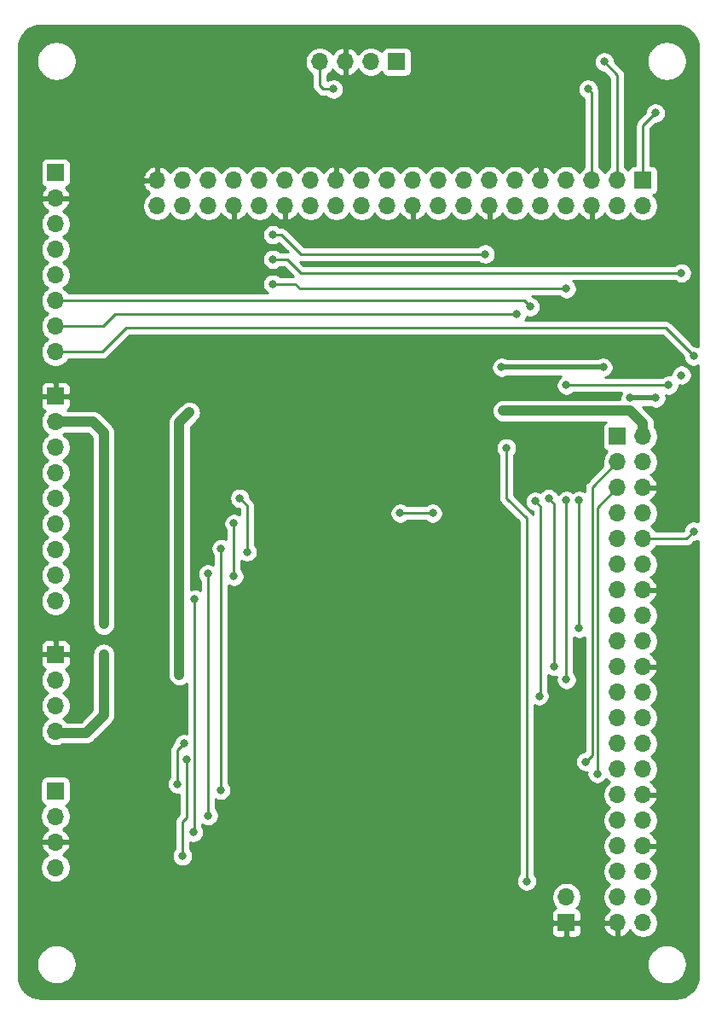
<source format=gbl>
G04 #@! TF.GenerationSoftware,KiCad,Pcbnew,(5.1.10-1-10_14)*
G04 #@! TF.CreationDate,2021-10-14T13:31:25-04:00*
G04 #@! TF.ProjectId,TR108 Mainboard,54523130-3820-44d6-9169-6e626f617264,1*
G04 #@! TF.SameCoordinates,Original*
G04 #@! TF.FileFunction,Copper,L2,Bot*
G04 #@! TF.FilePolarity,Positive*
%FSLAX46Y46*%
G04 Gerber Fmt 4.6, Leading zero omitted, Abs format (unit mm)*
G04 Created by KiCad (PCBNEW (5.1.10-1-10_14)) date 2021-10-14 13:31:25*
%MOMM*%
%LPD*%
G01*
G04 APERTURE LIST*
G04 #@! TA.AperFunction,ComponentPad*
%ADD10O,1.700000X1.700000*%
G04 #@! TD*
G04 #@! TA.AperFunction,ComponentPad*
%ADD11R,1.700000X1.700000*%
G04 #@! TD*
G04 #@! TA.AperFunction,ViaPad*
%ADD12C,0.800000*%
G04 #@! TD*
G04 #@! TA.AperFunction,Conductor*
%ADD13C,0.250000*%
G04 #@! TD*
G04 #@! TA.AperFunction,Conductor*
%ADD14C,1.000000*%
G04 #@! TD*
G04 #@! TA.AperFunction,Conductor*
%ADD15C,0.500000*%
G04 #@! TD*
G04 #@! TA.AperFunction,Conductor*
%ADD16C,0.254000*%
G04 #@! TD*
G04 #@! TA.AperFunction,Conductor*
%ADD17C,0.100000*%
G04 #@! TD*
G04 APERTURE END LIST*
D10*
X130454238Y-49200000D03*
X132994238Y-49200000D03*
X135534238Y-49200000D03*
D11*
X138074238Y-49200000D03*
D10*
X104190800Y-129146300D03*
X104190800Y-126606300D03*
X104190800Y-124066300D03*
D11*
X104190800Y-121526300D03*
D10*
X104200000Y-77980000D03*
X104200000Y-75440000D03*
X104200000Y-72900000D03*
X104200000Y-70360000D03*
X104200000Y-67820000D03*
X104200000Y-65280000D03*
X104200000Y-62740000D03*
D11*
X104200000Y-60200000D03*
D10*
X154940000Y-132080000D03*
D11*
X154940000Y-134620000D03*
D10*
X104200000Y-102695000D03*
X104200000Y-100155000D03*
X104200000Y-97615000D03*
X104200000Y-95075000D03*
X104200000Y-92535000D03*
X104200000Y-89995000D03*
X104200000Y-87455000D03*
X104200000Y-84915000D03*
D11*
X104200000Y-82375000D03*
D10*
X104200000Y-115620000D03*
X104200000Y-113080000D03*
X104200000Y-110540000D03*
D11*
X104200000Y-108000000D03*
D10*
X114300000Y-63500000D03*
X114300000Y-60960000D03*
X116840000Y-63500000D03*
X116840000Y-60960000D03*
X119380000Y-63500000D03*
X119380000Y-60960000D03*
X121920000Y-63500000D03*
X121920000Y-60960000D03*
X124460000Y-63500000D03*
X124460000Y-60960000D03*
X127000000Y-63500000D03*
X127000000Y-60960000D03*
X129540000Y-63500000D03*
X129540000Y-60960000D03*
X132080000Y-63500000D03*
X132080000Y-60960000D03*
X134620000Y-63500000D03*
X134620000Y-60960000D03*
X137160000Y-63500000D03*
X137160000Y-60960000D03*
X139700000Y-63500000D03*
X139700000Y-60960000D03*
X142240000Y-63500000D03*
X142240000Y-60960000D03*
X144780000Y-63500000D03*
X144780000Y-60960000D03*
X147320000Y-63500000D03*
X147320000Y-60960000D03*
X149860000Y-63500000D03*
X149860000Y-60960000D03*
X152400000Y-63500000D03*
X152400000Y-60960000D03*
X154940000Y-63500000D03*
X154940000Y-60960000D03*
X157480000Y-63500000D03*
X157480000Y-60960000D03*
X160020000Y-63500000D03*
X160020000Y-60960000D03*
X162560000Y-63500000D03*
D11*
X162560000Y-60960000D03*
D10*
X162560000Y-134620000D03*
X160020000Y-134620000D03*
X162560000Y-132080000D03*
X160020000Y-132080000D03*
X162560000Y-129540000D03*
X160020000Y-129540000D03*
X162560000Y-127000000D03*
X160020000Y-127000000D03*
X162560000Y-124460000D03*
X160020000Y-124460000D03*
X162560000Y-121920000D03*
X160020000Y-121920000D03*
X162560000Y-119380000D03*
X160020000Y-119380000D03*
X162560000Y-116840000D03*
X160020000Y-116840000D03*
X162560000Y-114300000D03*
X160020000Y-114300000D03*
X162560000Y-111760000D03*
X160020000Y-111760000D03*
X162560000Y-109220000D03*
X160020000Y-109220000D03*
X162560000Y-106680000D03*
X160020000Y-106680000D03*
X162560000Y-104140000D03*
X160020000Y-104140000D03*
X162560000Y-101600000D03*
X160020000Y-101600000D03*
X162560000Y-99060000D03*
X160020000Y-99060000D03*
X162560000Y-96520000D03*
X160020000Y-96520000D03*
X162560000Y-93980000D03*
X160020000Y-93980000D03*
X162560000Y-91440000D03*
X160020000Y-91440000D03*
X162560000Y-88900000D03*
X160020000Y-88900000D03*
X162560000Y-86360000D03*
D11*
X160020000Y-86360000D03*
D12*
X154940000Y-110490000D03*
X154940000Y-92710000D03*
X125783160Y-66351880D03*
X146875000Y-68275000D03*
X156210000Y-105410000D03*
X156210000Y-92710000D03*
X166370000Y-80280000D03*
X166370000Y-70155000D03*
X125783160Y-68799440D03*
X148680000Y-83820000D03*
X117500000Y-84000000D03*
X116500000Y-110000000D03*
X165100000Y-81280000D03*
X154940000Y-81280000D03*
X154940000Y-71710000D03*
X125783160Y-71247000D03*
X148500000Y-79500000D03*
X161290000Y-82550000D03*
X163830000Y-82550000D03*
X163775000Y-54275000D03*
X158600000Y-79500000D03*
X119325006Y-100000000D03*
X119380000Y-124000000D03*
X120650000Y-97500000D03*
X120600000Y-121450000D03*
X121920000Y-100255000D03*
X121920000Y-95000000D03*
X123225000Y-97825000D03*
X122500000Y-92500000D03*
X118000000Y-102500000D03*
X117900000Y-125650000D03*
X151000000Y-130500000D03*
X149000000Y-87500000D03*
X109000000Y-105000000D03*
X109000000Y-108000000D03*
X141655800Y-93980000D03*
X138435080Y-93980000D03*
X167600000Y-95775002D03*
X167600000Y-78400002D03*
X158013400Y-119824500D03*
X157100000Y-51900000D03*
X131800000Y-51900000D03*
X117225000Y-118425000D03*
X116799998Y-128000000D03*
X156870400Y-118643400D03*
X158700000Y-49200000D03*
X116950000Y-116850000D03*
X116300000Y-120850000D03*
X152250000Y-112125000D03*
X151850000Y-92800000D03*
X150000000Y-74250000D03*
X151350000Y-73500000D03*
X153175000Y-92525000D03*
X153750000Y-109200000D03*
D13*
X154940000Y-110490000D02*
X154940000Y-92710000D01*
X128569520Y-68275000D02*
X126646400Y-66351880D01*
X126646400Y-66351880D02*
X125783160Y-66351880D01*
X146875000Y-68275000D02*
X128569520Y-68275000D01*
X156210000Y-105410000D02*
X156210000Y-92710000D01*
X127183880Y-68799440D02*
X125783160Y-68799440D01*
X128539440Y-70155000D02*
X127183880Y-68799440D01*
X166370000Y-70155000D02*
X128539440Y-70155000D01*
D14*
X161290000Y-83820000D02*
X148680000Y-83820000D01*
X162560000Y-85090000D02*
X161290000Y-83820000D01*
X162560000Y-86360000D02*
X162560000Y-85090000D01*
X116500000Y-85000000D02*
X116500000Y-110000000D01*
X117500000Y-84000000D02*
X116500000Y-85000000D01*
D13*
X165100000Y-81280000D02*
X154940000Y-81280000D01*
X128016000Y-71247000D02*
X125783160Y-71247000D01*
X128479000Y-71710000D02*
X128016000Y-71247000D01*
X154940000Y-71710000D02*
X128479000Y-71710000D01*
D15*
X161290000Y-82550000D02*
X163830000Y-82550000D01*
D13*
X162560000Y-55490000D02*
X163775000Y-54275000D01*
X162560000Y-60960000D02*
X162560000Y-55490000D01*
D15*
X148500000Y-79500000D02*
X158600000Y-79500000D01*
D13*
X119325006Y-123945006D02*
X119380000Y-124000000D01*
X119325006Y-100000000D02*
X119325006Y-123945006D01*
X120650000Y-121400000D02*
X120600000Y-121450000D01*
X120650000Y-97500000D02*
X120650000Y-121400000D01*
X121920000Y-100255000D02*
X121920000Y-95000000D01*
X123225000Y-93225000D02*
X122500000Y-92500000D01*
X123225000Y-97825000D02*
X123225000Y-93225000D01*
X118000000Y-125550000D02*
X117900000Y-125650000D01*
X118000000Y-102500000D02*
X118000000Y-125550000D01*
X151000000Y-130500000D02*
X151000000Y-94500000D01*
X149000000Y-92500000D02*
X149000000Y-87500000D01*
X151000000Y-94500000D02*
X149000000Y-92500000D01*
D14*
X107915000Y-84915000D02*
X109000000Y-86000000D01*
X109000000Y-86000000D02*
X109000000Y-105000000D01*
X104200000Y-84915000D02*
X107915000Y-84915000D01*
X107200000Y-115800000D02*
X109000000Y-114000000D01*
X109000000Y-114000000D02*
X109000000Y-108000000D01*
X104380000Y-115800000D02*
X107200000Y-115800000D01*
X104200000Y-115620000D02*
X104380000Y-115800000D01*
D13*
X141655800Y-93980000D02*
X138435080Y-93980000D01*
X162560000Y-96520000D02*
X166855002Y-96520000D01*
X166855002Y-96520000D02*
X167600000Y-95775002D01*
X111225000Y-75600000D02*
X164799998Y-75600000D01*
X164799998Y-75600000D02*
X167600000Y-78400002D01*
X108850000Y-77975000D02*
X111225000Y-75600000D01*
X104205000Y-77975000D02*
X108850000Y-77975000D01*
X104200000Y-77980000D02*
X104205000Y-77975000D01*
X158013400Y-93446600D02*
X158013400Y-119824500D01*
X160020000Y-91440000D02*
X158013400Y-93446600D01*
X157480000Y-52280000D02*
X157100000Y-51900000D01*
X157480000Y-60960000D02*
X157480000Y-52280000D01*
X131800000Y-51900000D02*
X130800000Y-51900000D01*
X130454238Y-51554238D02*
X130454238Y-49200000D01*
X130800000Y-51900000D02*
X130454238Y-51554238D01*
X117225000Y-124151996D02*
X116799998Y-124576998D01*
X116799998Y-124576998D02*
X116799998Y-128000000D01*
X117225000Y-118425000D02*
X117225000Y-124151996D01*
X160020000Y-88900000D02*
X157492700Y-91427300D01*
X157492700Y-118021100D02*
X156870400Y-118643400D01*
X157492700Y-91427300D02*
X157492700Y-118021100D01*
X160020000Y-50520000D02*
X158700000Y-49200000D01*
X160020000Y-60960000D02*
X160020000Y-50520000D01*
X116950000Y-116850000D02*
X116300000Y-117500000D01*
X116300000Y-117500000D02*
X116300000Y-120850000D01*
X108960000Y-75440000D02*
X104200000Y-75440000D01*
X110150000Y-74250000D02*
X108960000Y-75440000D01*
X150000000Y-74250000D02*
X110150000Y-74250000D01*
X152400000Y-93350000D02*
X151850000Y-92800000D01*
X152400000Y-111975000D02*
X152400000Y-93350000D01*
X152250000Y-112125000D02*
X152400000Y-111975000D01*
X150750000Y-72900000D02*
X151350000Y-73500000D01*
X104200000Y-72900000D02*
X150750000Y-72900000D01*
X153750000Y-93100000D02*
X153750000Y-109200000D01*
X153175000Y-92525000D02*
X153750000Y-93100000D01*
D16*
X166213493Y-45637427D02*
X166636019Y-45764995D01*
X167025720Y-45972202D01*
X167367751Y-46251157D01*
X167649087Y-46591232D01*
X167859009Y-46979477D01*
X167989523Y-47401098D01*
X168039239Y-47874116D01*
X168039239Y-77461665D01*
X167901898Y-77404776D01*
X167701939Y-77365002D01*
X167639802Y-77365002D01*
X165363802Y-75089003D01*
X165339999Y-75059999D01*
X165224274Y-74965026D01*
X165092245Y-74894454D01*
X164948984Y-74850997D01*
X164837331Y-74840000D01*
X164837320Y-74840000D01*
X164799998Y-74836324D01*
X164762676Y-74840000D01*
X150850558Y-74840000D01*
X150917205Y-74740256D01*
X150995226Y-74551898D01*
X151009666Y-74479305D01*
X151048102Y-74495226D01*
X151248061Y-74535000D01*
X151451939Y-74535000D01*
X151651898Y-74495226D01*
X151840256Y-74417205D01*
X152009774Y-74303937D01*
X152153937Y-74159774D01*
X152267205Y-73990256D01*
X152345226Y-73801898D01*
X152385000Y-73601939D01*
X152385000Y-73398061D01*
X152345226Y-73198102D01*
X152267205Y-73009744D01*
X152153937Y-72840226D01*
X152009774Y-72696063D01*
X151840256Y-72582795D01*
X151651898Y-72504774D01*
X151477076Y-72470000D01*
X154236289Y-72470000D01*
X154280226Y-72513937D01*
X154449744Y-72627205D01*
X154638102Y-72705226D01*
X154838061Y-72745000D01*
X155041939Y-72745000D01*
X155241898Y-72705226D01*
X155430256Y-72627205D01*
X155599774Y-72513937D01*
X155743937Y-72369774D01*
X155857205Y-72200256D01*
X155935226Y-72011898D01*
X155975000Y-71811939D01*
X155975000Y-71608061D01*
X155935226Y-71408102D01*
X155857205Y-71219744D01*
X155743937Y-71050226D01*
X155608711Y-70915000D01*
X165666289Y-70915000D01*
X165710226Y-70958937D01*
X165879744Y-71072205D01*
X166068102Y-71150226D01*
X166268061Y-71190000D01*
X166471939Y-71190000D01*
X166671898Y-71150226D01*
X166860256Y-71072205D01*
X167029774Y-70958937D01*
X167173937Y-70814774D01*
X167287205Y-70645256D01*
X167365226Y-70456898D01*
X167405000Y-70256939D01*
X167405000Y-70053061D01*
X167365226Y-69853102D01*
X167287205Y-69664744D01*
X167173937Y-69495226D01*
X167029774Y-69351063D01*
X166860256Y-69237795D01*
X166671898Y-69159774D01*
X166471939Y-69120000D01*
X166268061Y-69120000D01*
X166068102Y-69159774D01*
X165879744Y-69237795D01*
X165710226Y-69351063D01*
X165666289Y-69395000D01*
X128854242Y-69395000D01*
X128490096Y-69030854D01*
X128532187Y-69035000D01*
X128532196Y-69035000D01*
X128569519Y-69038676D01*
X128606842Y-69035000D01*
X146171289Y-69035000D01*
X146215226Y-69078937D01*
X146384744Y-69192205D01*
X146573102Y-69270226D01*
X146773061Y-69310000D01*
X146976939Y-69310000D01*
X147176898Y-69270226D01*
X147365256Y-69192205D01*
X147534774Y-69078937D01*
X147678937Y-68934774D01*
X147792205Y-68765256D01*
X147870226Y-68576898D01*
X147910000Y-68376939D01*
X147910000Y-68173061D01*
X147870226Y-67973102D01*
X147792205Y-67784744D01*
X147678937Y-67615226D01*
X147534774Y-67471063D01*
X147365256Y-67357795D01*
X147176898Y-67279774D01*
X146976939Y-67240000D01*
X146773061Y-67240000D01*
X146573102Y-67279774D01*
X146384744Y-67357795D01*
X146215226Y-67471063D01*
X146171289Y-67515000D01*
X128884323Y-67515000D01*
X127210204Y-65840882D01*
X127186401Y-65811879D01*
X127070676Y-65716906D01*
X126938647Y-65646334D01*
X126795386Y-65602877D01*
X126683733Y-65591880D01*
X126683722Y-65591880D01*
X126646400Y-65588204D01*
X126609078Y-65591880D01*
X126486871Y-65591880D01*
X126442934Y-65547943D01*
X126273416Y-65434675D01*
X126085058Y-65356654D01*
X125885099Y-65316880D01*
X125681221Y-65316880D01*
X125481262Y-65356654D01*
X125292904Y-65434675D01*
X125123386Y-65547943D01*
X124979223Y-65692106D01*
X124865955Y-65861624D01*
X124787934Y-66049982D01*
X124748160Y-66249941D01*
X124748160Y-66453819D01*
X124787934Y-66653778D01*
X124865955Y-66842136D01*
X124979223Y-67011654D01*
X125123386Y-67155817D01*
X125292904Y-67269085D01*
X125481262Y-67347106D01*
X125681221Y-67386880D01*
X125885099Y-67386880D01*
X126085058Y-67347106D01*
X126273416Y-67269085D01*
X126402532Y-67182813D01*
X127263303Y-68043586D01*
X127221213Y-68039440D01*
X127221202Y-68039440D01*
X127183880Y-68035764D01*
X127146558Y-68039440D01*
X126486871Y-68039440D01*
X126442934Y-67995503D01*
X126273416Y-67882235D01*
X126085058Y-67804214D01*
X125885099Y-67764440D01*
X125681221Y-67764440D01*
X125481262Y-67804214D01*
X125292904Y-67882235D01*
X125123386Y-67995503D01*
X124979223Y-68139666D01*
X124865955Y-68309184D01*
X124787934Y-68497542D01*
X124748160Y-68697501D01*
X124748160Y-68901379D01*
X124787934Y-69101338D01*
X124865955Y-69289696D01*
X124979223Y-69459214D01*
X125123386Y-69603377D01*
X125292904Y-69716645D01*
X125481262Y-69794666D01*
X125681221Y-69834440D01*
X125885099Y-69834440D01*
X126085058Y-69794666D01*
X126273416Y-69716645D01*
X126442934Y-69603377D01*
X126486871Y-69559440D01*
X126869079Y-69559440D01*
X127796638Y-70487000D01*
X126486871Y-70487000D01*
X126442934Y-70443063D01*
X126273416Y-70329795D01*
X126085058Y-70251774D01*
X125885099Y-70212000D01*
X125681221Y-70212000D01*
X125481262Y-70251774D01*
X125292904Y-70329795D01*
X125123386Y-70443063D01*
X124979223Y-70587226D01*
X124865955Y-70756744D01*
X124787934Y-70945102D01*
X124748160Y-71145061D01*
X124748160Y-71348939D01*
X124787934Y-71548898D01*
X124865955Y-71737256D01*
X124979223Y-71906774D01*
X125123386Y-72050937D01*
X125256679Y-72140000D01*
X105478178Y-72140000D01*
X105353475Y-71953368D01*
X105146632Y-71746525D01*
X104972240Y-71630000D01*
X105146632Y-71513475D01*
X105353475Y-71306632D01*
X105515990Y-71063411D01*
X105627932Y-70793158D01*
X105685000Y-70506260D01*
X105685000Y-70213740D01*
X105627932Y-69926842D01*
X105515990Y-69656589D01*
X105353475Y-69413368D01*
X105146632Y-69206525D01*
X104972240Y-69090000D01*
X105146632Y-68973475D01*
X105353475Y-68766632D01*
X105515990Y-68523411D01*
X105627932Y-68253158D01*
X105685000Y-67966260D01*
X105685000Y-67673740D01*
X105627932Y-67386842D01*
X105515990Y-67116589D01*
X105353475Y-66873368D01*
X105146632Y-66666525D01*
X104972240Y-66550000D01*
X105146632Y-66433475D01*
X105353475Y-66226632D01*
X105515990Y-65983411D01*
X105627932Y-65713158D01*
X105685000Y-65426260D01*
X105685000Y-65133740D01*
X105627932Y-64846842D01*
X105515990Y-64576589D01*
X105353475Y-64333368D01*
X105146632Y-64126525D01*
X104964466Y-64004805D01*
X105081355Y-63935178D01*
X105297588Y-63740269D01*
X105471641Y-63506920D01*
X105544602Y-63353740D01*
X112815000Y-63353740D01*
X112815000Y-63646260D01*
X112872068Y-63933158D01*
X112984010Y-64203411D01*
X113146525Y-64446632D01*
X113353368Y-64653475D01*
X113596589Y-64815990D01*
X113866842Y-64927932D01*
X114153740Y-64985000D01*
X114446260Y-64985000D01*
X114733158Y-64927932D01*
X115003411Y-64815990D01*
X115246632Y-64653475D01*
X115453475Y-64446632D01*
X115570000Y-64272240D01*
X115686525Y-64446632D01*
X115893368Y-64653475D01*
X116136589Y-64815990D01*
X116406842Y-64927932D01*
X116693740Y-64985000D01*
X116986260Y-64985000D01*
X117273158Y-64927932D01*
X117543411Y-64815990D01*
X117786632Y-64653475D01*
X117993475Y-64446632D01*
X118110000Y-64272240D01*
X118226525Y-64446632D01*
X118433368Y-64653475D01*
X118676589Y-64815990D01*
X118946842Y-64927932D01*
X119233740Y-64985000D01*
X119526260Y-64985000D01*
X119813158Y-64927932D01*
X120083411Y-64815990D01*
X120326632Y-64653475D01*
X120533475Y-64446632D01*
X120655195Y-64264466D01*
X120724822Y-64381355D01*
X120919731Y-64597588D01*
X121153080Y-64771641D01*
X121415901Y-64896825D01*
X121563110Y-64941476D01*
X121793000Y-64820155D01*
X121793000Y-63627000D01*
X121773000Y-63627000D01*
X121773000Y-63373000D01*
X121793000Y-63373000D01*
X121793000Y-63353000D01*
X122047000Y-63353000D01*
X122047000Y-63373000D01*
X122067000Y-63373000D01*
X122067000Y-63627000D01*
X122047000Y-63627000D01*
X122047000Y-64820155D01*
X122276890Y-64941476D01*
X122424099Y-64896825D01*
X122686920Y-64771641D01*
X122920269Y-64597588D01*
X123115178Y-64381355D01*
X123184805Y-64264466D01*
X123306525Y-64446632D01*
X123513368Y-64653475D01*
X123756589Y-64815990D01*
X124026842Y-64927932D01*
X124313740Y-64985000D01*
X124606260Y-64985000D01*
X124893158Y-64927932D01*
X125163411Y-64815990D01*
X125406632Y-64653475D01*
X125613475Y-64446632D01*
X125735195Y-64264466D01*
X125804822Y-64381355D01*
X125999731Y-64597588D01*
X126233080Y-64771641D01*
X126495901Y-64896825D01*
X126643110Y-64941476D01*
X126873000Y-64820155D01*
X126873000Y-63627000D01*
X126853000Y-63627000D01*
X126853000Y-63373000D01*
X126873000Y-63373000D01*
X126873000Y-63353000D01*
X127127000Y-63353000D01*
X127127000Y-63373000D01*
X127147000Y-63373000D01*
X127147000Y-63627000D01*
X127127000Y-63627000D01*
X127127000Y-64820155D01*
X127356890Y-64941476D01*
X127504099Y-64896825D01*
X127766920Y-64771641D01*
X128000269Y-64597588D01*
X128195178Y-64381355D01*
X128264805Y-64264466D01*
X128386525Y-64446632D01*
X128593368Y-64653475D01*
X128836589Y-64815990D01*
X129106842Y-64927932D01*
X129393740Y-64985000D01*
X129686260Y-64985000D01*
X129973158Y-64927932D01*
X130243411Y-64815990D01*
X130486632Y-64653475D01*
X130693475Y-64446632D01*
X130810000Y-64272240D01*
X130926525Y-64446632D01*
X131133368Y-64653475D01*
X131376589Y-64815990D01*
X131646842Y-64927932D01*
X131933740Y-64985000D01*
X132226260Y-64985000D01*
X132513158Y-64927932D01*
X132783411Y-64815990D01*
X133026632Y-64653475D01*
X133233475Y-64446632D01*
X133350000Y-64272240D01*
X133466525Y-64446632D01*
X133673368Y-64653475D01*
X133916589Y-64815990D01*
X134186842Y-64927932D01*
X134473740Y-64985000D01*
X134766260Y-64985000D01*
X135053158Y-64927932D01*
X135323411Y-64815990D01*
X135566632Y-64653475D01*
X135773475Y-64446632D01*
X135890000Y-64272240D01*
X136006525Y-64446632D01*
X136213368Y-64653475D01*
X136456589Y-64815990D01*
X136726842Y-64927932D01*
X137013740Y-64985000D01*
X137306260Y-64985000D01*
X137593158Y-64927932D01*
X137863411Y-64815990D01*
X138106632Y-64653475D01*
X138313475Y-64446632D01*
X138435195Y-64264466D01*
X138504822Y-64381355D01*
X138699731Y-64597588D01*
X138933080Y-64771641D01*
X139195901Y-64896825D01*
X139343110Y-64941476D01*
X139573000Y-64820155D01*
X139573000Y-63627000D01*
X139553000Y-63627000D01*
X139553000Y-63373000D01*
X139573000Y-63373000D01*
X139573000Y-63353000D01*
X139827000Y-63353000D01*
X139827000Y-63373000D01*
X139847000Y-63373000D01*
X139847000Y-63627000D01*
X139827000Y-63627000D01*
X139827000Y-64820155D01*
X140056890Y-64941476D01*
X140204099Y-64896825D01*
X140466920Y-64771641D01*
X140700269Y-64597588D01*
X140895178Y-64381355D01*
X140964805Y-64264466D01*
X141086525Y-64446632D01*
X141293368Y-64653475D01*
X141536589Y-64815990D01*
X141806842Y-64927932D01*
X142093740Y-64985000D01*
X142386260Y-64985000D01*
X142673158Y-64927932D01*
X142943411Y-64815990D01*
X143186632Y-64653475D01*
X143393475Y-64446632D01*
X143510000Y-64272240D01*
X143626525Y-64446632D01*
X143833368Y-64653475D01*
X144076589Y-64815990D01*
X144346842Y-64927932D01*
X144633740Y-64985000D01*
X144926260Y-64985000D01*
X145213158Y-64927932D01*
X145483411Y-64815990D01*
X145726632Y-64653475D01*
X145933475Y-64446632D01*
X146055195Y-64264466D01*
X146124822Y-64381355D01*
X146319731Y-64597588D01*
X146553080Y-64771641D01*
X146815901Y-64896825D01*
X146963110Y-64941476D01*
X147193000Y-64820155D01*
X147193000Y-63627000D01*
X147173000Y-63627000D01*
X147173000Y-63373000D01*
X147193000Y-63373000D01*
X147193000Y-63353000D01*
X147447000Y-63353000D01*
X147447000Y-63373000D01*
X147467000Y-63373000D01*
X147467000Y-63627000D01*
X147447000Y-63627000D01*
X147447000Y-64820155D01*
X147676890Y-64941476D01*
X147824099Y-64896825D01*
X148086920Y-64771641D01*
X148320269Y-64597588D01*
X148515178Y-64381355D01*
X148584805Y-64264466D01*
X148706525Y-64446632D01*
X148913368Y-64653475D01*
X149156589Y-64815990D01*
X149426842Y-64927932D01*
X149713740Y-64985000D01*
X150006260Y-64985000D01*
X150293158Y-64927932D01*
X150563411Y-64815990D01*
X150806632Y-64653475D01*
X151013475Y-64446632D01*
X151130000Y-64272240D01*
X151246525Y-64446632D01*
X151453368Y-64653475D01*
X151696589Y-64815990D01*
X151966842Y-64927932D01*
X152253740Y-64985000D01*
X152546260Y-64985000D01*
X152833158Y-64927932D01*
X153103411Y-64815990D01*
X153346632Y-64653475D01*
X153553475Y-64446632D01*
X153670000Y-64272240D01*
X153786525Y-64446632D01*
X153993368Y-64653475D01*
X154236589Y-64815990D01*
X154506842Y-64927932D01*
X154793740Y-64985000D01*
X155086260Y-64985000D01*
X155373158Y-64927932D01*
X155643411Y-64815990D01*
X155886632Y-64653475D01*
X156093475Y-64446632D01*
X156215195Y-64264466D01*
X156284822Y-64381355D01*
X156479731Y-64597588D01*
X156713080Y-64771641D01*
X156975901Y-64896825D01*
X157123110Y-64941476D01*
X157353000Y-64820155D01*
X157353000Y-63627000D01*
X157333000Y-63627000D01*
X157333000Y-63373000D01*
X157353000Y-63373000D01*
X157353000Y-63353000D01*
X157607000Y-63353000D01*
X157607000Y-63373000D01*
X157627000Y-63373000D01*
X157627000Y-63627000D01*
X157607000Y-63627000D01*
X157607000Y-64820155D01*
X157836890Y-64941476D01*
X157984099Y-64896825D01*
X158246920Y-64771641D01*
X158480269Y-64597588D01*
X158675178Y-64381355D01*
X158744805Y-64264466D01*
X158866525Y-64446632D01*
X159073368Y-64653475D01*
X159316589Y-64815990D01*
X159586842Y-64927932D01*
X159873740Y-64985000D01*
X160166260Y-64985000D01*
X160453158Y-64927932D01*
X160723411Y-64815990D01*
X160966632Y-64653475D01*
X161173475Y-64446632D01*
X161290000Y-64272240D01*
X161406525Y-64446632D01*
X161613368Y-64653475D01*
X161856589Y-64815990D01*
X162126842Y-64927932D01*
X162413740Y-64985000D01*
X162706260Y-64985000D01*
X162993158Y-64927932D01*
X163263411Y-64815990D01*
X163506632Y-64653475D01*
X163713475Y-64446632D01*
X163875990Y-64203411D01*
X163987932Y-63933158D01*
X164045000Y-63646260D01*
X164045000Y-63353740D01*
X163987932Y-63066842D01*
X163875990Y-62796589D01*
X163713475Y-62553368D01*
X163581620Y-62421513D01*
X163654180Y-62399502D01*
X163764494Y-62340537D01*
X163861185Y-62261185D01*
X163940537Y-62164494D01*
X163999502Y-62054180D01*
X164035812Y-61934482D01*
X164048072Y-61810000D01*
X164048072Y-60110000D01*
X164035812Y-59985518D01*
X163999502Y-59865820D01*
X163940537Y-59755506D01*
X163861185Y-59658815D01*
X163764494Y-59579463D01*
X163654180Y-59520498D01*
X163534482Y-59484188D01*
X163410000Y-59471928D01*
X163320000Y-59471928D01*
X163320000Y-55804801D01*
X163814802Y-55310000D01*
X163876939Y-55310000D01*
X164076898Y-55270226D01*
X164265256Y-55192205D01*
X164434774Y-55078937D01*
X164578937Y-54934774D01*
X164692205Y-54765256D01*
X164770226Y-54576898D01*
X164810000Y-54376939D01*
X164810000Y-54173061D01*
X164770226Y-53973102D01*
X164692205Y-53784744D01*
X164578937Y-53615226D01*
X164434774Y-53471063D01*
X164265256Y-53357795D01*
X164076898Y-53279774D01*
X163876939Y-53240000D01*
X163673061Y-53240000D01*
X163473102Y-53279774D01*
X163284744Y-53357795D01*
X163115226Y-53471063D01*
X162971063Y-53615226D01*
X162857795Y-53784744D01*
X162779774Y-53973102D01*
X162740000Y-54173061D01*
X162740000Y-54235198D01*
X162048998Y-54926201D01*
X162020000Y-54949999D01*
X161996202Y-54978997D01*
X161996201Y-54978998D01*
X161925026Y-55065724D01*
X161854454Y-55197754D01*
X161810998Y-55341015D01*
X161796324Y-55490000D01*
X161800001Y-55527332D01*
X161800000Y-59471928D01*
X161710000Y-59471928D01*
X161585518Y-59484188D01*
X161465820Y-59520498D01*
X161355506Y-59579463D01*
X161258815Y-59658815D01*
X161179463Y-59755506D01*
X161120498Y-59865820D01*
X161098487Y-59938380D01*
X160966632Y-59806525D01*
X160780000Y-59681822D01*
X160780000Y-50557323D01*
X160783676Y-50520000D01*
X160780000Y-50482677D01*
X160780000Y-50482667D01*
X160769003Y-50371014D01*
X160725546Y-50227753D01*
X160703904Y-50187264D01*
X160654974Y-50095723D01*
X160583799Y-50008997D01*
X160560001Y-49979999D01*
X160531003Y-49956201D01*
X159735000Y-49160199D01*
X159735000Y-49098061D01*
X159730541Y-49075640D01*
X162925634Y-49075640D01*
X162927215Y-49123943D01*
X162925634Y-49172246D01*
X162935465Y-49231790D01*
X162974920Y-49531480D01*
X162980836Y-49591551D01*
X162994867Y-49637804D01*
X163005841Y-49684868D01*
X163030750Y-49739844D01*
X163146429Y-50019119D01*
X163167686Y-50075598D01*
X163193206Y-50116637D01*
X163215989Y-50159261D01*
X163254274Y-50205911D01*
X163438297Y-50445735D01*
X163473450Y-50494790D01*
X163508724Y-50527828D01*
X163541762Y-50563102D01*
X163590814Y-50598252D01*
X163830627Y-50782267D01*
X163877290Y-50820562D01*
X163919917Y-50843347D01*
X163960953Y-50868865D01*
X164017431Y-50890122D01*
X164296716Y-51005805D01*
X164351683Y-51030710D01*
X164398743Y-51041683D01*
X164444999Y-51055715D01*
X164505073Y-51061632D01*
X164804761Y-51101086D01*
X164864305Y-51110917D01*
X164912608Y-51109336D01*
X164960911Y-51110917D01*
X165020455Y-51101086D01*
X165320145Y-51061631D01*
X165380216Y-51055715D01*
X165426469Y-51041684D01*
X165473533Y-51030710D01*
X165528509Y-51005801D01*
X165807788Y-50890121D01*
X165864263Y-50868865D01*
X165905299Y-50843347D01*
X165947926Y-50820562D01*
X165994589Y-50782267D01*
X166234391Y-50598261D01*
X166283454Y-50563103D01*
X166316500Y-50527821D01*
X166351766Y-50494790D01*
X166386910Y-50445748D01*
X166570944Y-50205910D01*
X166609227Y-50159261D01*
X166632010Y-50116637D01*
X166657530Y-50075598D01*
X166678789Y-50019116D01*
X166794470Y-49739835D01*
X166819375Y-49684868D01*
X166830348Y-49637808D01*
X166844380Y-49591552D01*
X166850297Y-49531478D01*
X166889751Y-49231790D01*
X166899582Y-49172246D01*
X166898001Y-49123943D01*
X166899582Y-49075640D01*
X166889751Y-49016096D01*
X166850297Y-48716408D01*
X166844380Y-48656334D01*
X166830348Y-48610078D01*
X166819375Y-48563018D01*
X166794470Y-48508051D01*
X166678793Y-48228780D01*
X166657530Y-48172287D01*
X166632008Y-48131245D01*
X166609227Y-48088625D01*
X166570942Y-48041974D01*
X166386920Y-47802152D01*
X166351768Y-47753098D01*
X166316496Y-47720062D01*
X166283453Y-47684783D01*
X166234381Y-47649618D01*
X165994583Y-47465614D01*
X165947926Y-47427324D01*
X165905298Y-47404538D01*
X165864264Y-47379022D01*
X165807800Y-47357770D01*
X165528509Y-47242085D01*
X165473533Y-47217176D01*
X165426469Y-47206202D01*
X165380216Y-47192171D01*
X165320145Y-47186255D01*
X165020455Y-47146800D01*
X164960911Y-47136969D01*
X164912608Y-47138550D01*
X164864305Y-47136969D01*
X164804761Y-47146800D01*
X164505073Y-47186254D01*
X164444999Y-47192171D01*
X164398743Y-47206203D01*
X164351683Y-47217176D01*
X164296716Y-47242081D01*
X164017445Y-47357758D01*
X163960952Y-47379021D01*
X163919910Y-47404543D01*
X163877290Y-47427324D01*
X163830639Y-47465609D01*
X163590817Y-47649631D01*
X163541763Y-47684783D01*
X163508727Y-47720055D01*
X163473448Y-47753098D01*
X163438283Y-47802170D01*
X163254279Y-48041968D01*
X163215989Y-48088625D01*
X163193203Y-48131253D01*
X163167687Y-48172287D01*
X163146435Y-48228751D01*
X163030750Y-48508042D01*
X163005841Y-48563018D01*
X162994867Y-48610082D01*
X162980836Y-48656335D01*
X162974920Y-48716406D01*
X162935465Y-49016096D01*
X162925634Y-49075640D01*
X159730541Y-49075640D01*
X159695226Y-48898102D01*
X159617205Y-48709744D01*
X159503937Y-48540226D01*
X159359774Y-48396063D01*
X159190256Y-48282795D01*
X159001898Y-48204774D01*
X158801939Y-48165000D01*
X158598061Y-48165000D01*
X158398102Y-48204774D01*
X158209744Y-48282795D01*
X158040226Y-48396063D01*
X157896063Y-48540226D01*
X157782795Y-48709744D01*
X157704774Y-48898102D01*
X157665000Y-49098061D01*
X157665000Y-49301939D01*
X157704774Y-49501898D01*
X157782795Y-49690256D01*
X157896063Y-49859774D01*
X158040226Y-50003937D01*
X158209744Y-50117205D01*
X158398102Y-50195226D01*
X158598061Y-50235000D01*
X158660199Y-50235000D01*
X159260001Y-50834803D01*
X159260000Y-59681821D01*
X159073368Y-59806525D01*
X158866525Y-60013368D01*
X158750000Y-60187760D01*
X158633475Y-60013368D01*
X158426632Y-59806525D01*
X158240000Y-59681822D01*
X158240000Y-52317322D01*
X158243676Y-52279999D01*
X158240000Y-52242676D01*
X158240000Y-52242667D01*
X158229003Y-52131014D01*
X158185546Y-51987753D01*
X158135000Y-51893189D01*
X158135000Y-51798061D01*
X158095226Y-51598102D01*
X158017205Y-51409744D01*
X157903937Y-51240226D01*
X157759774Y-51096063D01*
X157590256Y-50982795D01*
X157401898Y-50904774D01*
X157201939Y-50865000D01*
X156998061Y-50865000D01*
X156798102Y-50904774D01*
X156609744Y-50982795D01*
X156440226Y-51096063D01*
X156296063Y-51240226D01*
X156182795Y-51409744D01*
X156104774Y-51598102D01*
X156065000Y-51798061D01*
X156065000Y-52001939D01*
X156104774Y-52201898D01*
X156182795Y-52390256D01*
X156296063Y-52559774D01*
X156440226Y-52703937D01*
X156609744Y-52817205D01*
X156720001Y-52862875D01*
X156720000Y-59681821D01*
X156533368Y-59806525D01*
X156326525Y-60013368D01*
X156210000Y-60187760D01*
X156093475Y-60013368D01*
X155886632Y-59806525D01*
X155643411Y-59644010D01*
X155373158Y-59532068D01*
X155086260Y-59475000D01*
X154793740Y-59475000D01*
X154506842Y-59532068D01*
X154236589Y-59644010D01*
X153993368Y-59806525D01*
X153786525Y-60013368D01*
X153664805Y-60195534D01*
X153595178Y-60078645D01*
X153400269Y-59862412D01*
X153166920Y-59688359D01*
X152904099Y-59563175D01*
X152756890Y-59518524D01*
X152527000Y-59639845D01*
X152527000Y-60833000D01*
X152547000Y-60833000D01*
X152547000Y-61087000D01*
X152527000Y-61087000D01*
X152527000Y-61107000D01*
X152273000Y-61107000D01*
X152273000Y-61087000D01*
X152253000Y-61087000D01*
X152253000Y-60833000D01*
X152273000Y-60833000D01*
X152273000Y-59639845D01*
X152043110Y-59518524D01*
X151895901Y-59563175D01*
X151633080Y-59688359D01*
X151399731Y-59862412D01*
X151204822Y-60078645D01*
X151135195Y-60195534D01*
X151013475Y-60013368D01*
X150806632Y-59806525D01*
X150563411Y-59644010D01*
X150293158Y-59532068D01*
X150006260Y-59475000D01*
X149713740Y-59475000D01*
X149426842Y-59532068D01*
X149156589Y-59644010D01*
X148913368Y-59806525D01*
X148706525Y-60013368D01*
X148590000Y-60187760D01*
X148473475Y-60013368D01*
X148266632Y-59806525D01*
X148023411Y-59644010D01*
X147753158Y-59532068D01*
X147466260Y-59475000D01*
X147173740Y-59475000D01*
X146886842Y-59532068D01*
X146616589Y-59644010D01*
X146373368Y-59806525D01*
X146166525Y-60013368D01*
X146050000Y-60187760D01*
X145933475Y-60013368D01*
X145726632Y-59806525D01*
X145483411Y-59644010D01*
X145213158Y-59532068D01*
X144926260Y-59475000D01*
X144633740Y-59475000D01*
X144346842Y-59532068D01*
X144076589Y-59644010D01*
X143833368Y-59806525D01*
X143626525Y-60013368D01*
X143510000Y-60187760D01*
X143393475Y-60013368D01*
X143186632Y-59806525D01*
X142943411Y-59644010D01*
X142673158Y-59532068D01*
X142386260Y-59475000D01*
X142093740Y-59475000D01*
X141806842Y-59532068D01*
X141536589Y-59644010D01*
X141293368Y-59806525D01*
X141086525Y-60013368D01*
X140970000Y-60187760D01*
X140853475Y-60013368D01*
X140646632Y-59806525D01*
X140403411Y-59644010D01*
X140133158Y-59532068D01*
X139846260Y-59475000D01*
X139553740Y-59475000D01*
X139266842Y-59532068D01*
X138996589Y-59644010D01*
X138753368Y-59806525D01*
X138546525Y-60013368D01*
X138430000Y-60187760D01*
X138313475Y-60013368D01*
X138106632Y-59806525D01*
X137863411Y-59644010D01*
X137593158Y-59532068D01*
X137306260Y-59475000D01*
X137013740Y-59475000D01*
X136726842Y-59532068D01*
X136456589Y-59644010D01*
X136213368Y-59806525D01*
X136006525Y-60013368D01*
X135890000Y-60187760D01*
X135773475Y-60013368D01*
X135566632Y-59806525D01*
X135323411Y-59644010D01*
X135053158Y-59532068D01*
X134766260Y-59475000D01*
X134473740Y-59475000D01*
X134186842Y-59532068D01*
X133916589Y-59644010D01*
X133673368Y-59806525D01*
X133466525Y-60013368D01*
X133344805Y-60195534D01*
X133275178Y-60078645D01*
X133080269Y-59862412D01*
X132846920Y-59688359D01*
X132584099Y-59563175D01*
X132436890Y-59518524D01*
X132207000Y-59639845D01*
X132207000Y-60833000D01*
X132227000Y-60833000D01*
X132227000Y-61087000D01*
X132207000Y-61087000D01*
X132207000Y-61107000D01*
X131953000Y-61107000D01*
X131953000Y-61087000D01*
X131933000Y-61087000D01*
X131933000Y-60833000D01*
X131953000Y-60833000D01*
X131953000Y-59639845D01*
X131723110Y-59518524D01*
X131575901Y-59563175D01*
X131313080Y-59688359D01*
X131079731Y-59862412D01*
X130884822Y-60078645D01*
X130815195Y-60195534D01*
X130693475Y-60013368D01*
X130486632Y-59806525D01*
X130243411Y-59644010D01*
X129973158Y-59532068D01*
X129686260Y-59475000D01*
X129393740Y-59475000D01*
X129106842Y-59532068D01*
X128836589Y-59644010D01*
X128593368Y-59806525D01*
X128386525Y-60013368D01*
X128270000Y-60187760D01*
X128153475Y-60013368D01*
X127946632Y-59806525D01*
X127703411Y-59644010D01*
X127433158Y-59532068D01*
X127146260Y-59475000D01*
X126853740Y-59475000D01*
X126566842Y-59532068D01*
X126296589Y-59644010D01*
X126053368Y-59806525D01*
X125846525Y-60013368D01*
X125730000Y-60187760D01*
X125613475Y-60013368D01*
X125406632Y-59806525D01*
X125163411Y-59644010D01*
X124893158Y-59532068D01*
X124606260Y-59475000D01*
X124313740Y-59475000D01*
X124026842Y-59532068D01*
X123756589Y-59644010D01*
X123513368Y-59806525D01*
X123306525Y-60013368D01*
X123190000Y-60187760D01*
X123073475Y-60013368D01*
X122866632Y-59806525D01*
X122623411Y-59644010D01*
X122353158Y-59532068D01*
X122066260Y-59475000D01*
X121773740Y-59475000D01*
X121486842Y-59532068D01*
X121216589Y-59644010D01*
X120973368Y-59806525D01*
X120766525Y-60013368D01*
X120650000Y-60187760D01*
X120533475Y-60013368D01*
X120326632Y-59806525D01*
X120083411Y-59644010D01*
X119813158Y-59532068D01*
X119526260Y-59475000D01*
X119233740Y-59475000D01*
X118946842Y-59532068D01*
X118676589Y-59644010D01*
X118433368Y-59806525D01*
X118226525Y-60013368D01*
X118110000Y-60187760D01*
X117993475Y-60013368D01*
X117786632Y-59806525D01*
X117543411Y-59644010D01*
X117273158Y-59532068D01*
X116986260Y-59475000D01*
X116693740Y-59475000D01*
X116406842Y-59532068D01*
X116136589Y-59644010D01*
X115893368Y-59806525D01*
X115686525Y-60013368D01*
X115564805Y-60195534D01*
X115495178Y-60078645D01*
X115300269Y-59862412D01*
X115066920Y-59688359D01*
X114804099Y-59563175D01*
X114656890Y-59518524D01*
X114427000Y-59639845D01*
X114427000Y-60833000D01*
X114447000Y-60833000D01*
X114447000Y-61087000D01*
X114427000Y-61087000D01*
X114427000Y-61107000D01*
X114173000Y-61107000D01*
X114173000Y-61087000D01*
X112979186Y-61087000D01*
X112858519Y-61316891D01*
X112955843Y-61591252D01*
X113104822Y-61841355D01*
X113299731Y-62057588D01*
X113529406Y-62228900D01*
X113353368Y-62346525D01*
X113146525Y-62553368D01*
X112984010Y-62796589D01*
X112872068Y-63066842D01*
X112815000Y-63353740D01*
X105544602Y-63353740D01*
X105596825Y-63244099D01*
X105641476Y-63096890D01*
X105520155Y-62867000D01*
X104327000Y-62867000D01*
X104327000Y-62887000D01*
X104073000Y-62887000D01*
X104073000Y-62867000D01*
X102879845Y-62867000D01*
X102758524Y-63096890D01*
X102803175Y-63244099D01*
X102928359Y-63506920D01*
X103102412Y-63740269D01*
X103318645Y-63935178D01*
X103435534Y-64004805D01*
X103253368Y-64126525D01*
X103046525Y-64333368D01*
X102884010Y-64576589D01*
X102772068Y-64846842D01*
X102715000Y-65133740D01*
X102715000Y-65426260D01*
X102772068Y-65713158D01*
X102884010Y-65983411D01*
X103046525Y-66226632D01*
X103253368Y-66433475D01*
X103427760Y-66550000D01*
X103253368Y-66666525D01*
X103046525Y-66873368D01*
X102884010Y-67116589D01*
X102772068Y-67386842D01*
X102715000Y-67673740D01*
X102715000Y-67966260D01*
X102772068Y-68253158D01*
X102884010Y-68523411D01*
X103046525Y-68766632D01*
X103253368Y-68973475D01*
X103427760Y-69090000D01*
X103253368Y-69206525D01*
X103046525Y-69413368D01*
X102884010Y-69656589D01*
X102772068Y-69926842D01*
X102715000Y-70213740D01*
X102715000Y-70506260D01*
X102772068Y-70793158D01*
X102884010Y-71063411D01*
X103046525Y-71306632D01*
X103253368Y-71513475D01*
X103427760Y-71630000D01*
X103253368Y-71746525D01*
X103046525Y-71953368D01*
X102884010Y-72196589D01*
X102772068Y-72466842D01*
X102715000Y-72753740D01*
X102715000Y-73046260D01*
X102772068Y-73333158D01*
X102884010Y-73603411D01*
X103046525Y-73846632D01*
X103253368Y-74053475D01*
X103427760Y-74170000D01*
X103253368Y-74286525D01*
X103046525Y-74493368D01*
X102884010Y-74736589D01*
X102772068Y-75006842D01*
X102715000Y-75293740D01*
X102715000Y-75586260D01*
X102772068Y-75873158D01*
X102884010Y-76143411D01*
X103046525Y-76386632D01*
X103253368Y-76593475D01*
X103427760Y-76710000D01*
X103253368Y-76826525D01*
X103046525Y-77033368D01*
X102884010Y-77276589D01*
X102772068Y-77546842D01*
X102715000Y-77833740D01*
X102715000Y-78126260D01*
X102772068Y-78413158D01*
X102884010Y-78683411D01*
X103046525Y-78926632D01*
X103253368Y-79133475D01*
X103496589Y-79295990D01*
X103766842Y-79407932D01*
X104053740Y-79465000D01*
X104346260Y-79465000D01*
X104633158Y-79407932D01*
X104903411Y-79295990D01*
X105146632Y-79133475D01*
X105353475Y-78926632D01*
X105481519Y-78735000D01*
X108812678Y-78735000D01*
X108850000Y-78738676D01*
X108887322Y-78735000D01*
X108887333Y-78735000D01*
X108998986Y-78724003D01*
X109142247Y-78680546D01*
X109274276Y-78609974D01*
X109390001Y-78515001D01*
X109413804Y-78485997D01*
X111539802Y-76360000D01*
X164485197Y-76360000D01*
X166565000Y-78439804D01*
X166565000Y-78501941D01*
X166604774Y-78701900D01*
X166682795Y-78890258D01*
X166796063Y-79059776D01*
X166940226Y-79203939D01*
X167109744Y-79317207D01*
X167298102Y-79395228D01*
X167498061Y-79435002D01*
X167701939Y-79435002D01*
X167901898Y-79395228D01*
X168039239Y-79338339D01*
X168039238Y-94836665D01*
X167901898Y-94779776D01*
X167701939Y-94740002D01*
X167498061Y-94740002D01*
X167298102Y-94779776D01*
X167109744Y-94857797D01*
X166940226Y-94971065D01*
X166796063Y-95115228D01*
X166682795Y-95284746D01*
X166604774Y-95473104D01*
X166565000Y-95673063D01*
X166565000Y-95735201D01*
X166540201Y-95760000D01*
X163838178Y-95760000D01*
X163713475Y-95573368D01*
X163506632Y-95366525D01*
X163332240Y-95250000D01*
X163506632Y-95133475D01*
X163713475Y-94926632D01*
X163875990Y-94683411D01*
X163987932Y-94413158D01*
X164045000Y-94126260D01*
X164045000Y-93833740D01*
X163987932Y-93546842D01*
X163875990Y-93276589D01*
X163713475Y-93033368D01*
X163506632Y-92826525D01*
X163324466Y-92704805D01*
X163441355Y-92635178D01*
X163657588Y-92440269D01*
X163831641Y-92206920D01*
X163956825Y-91944099D01*
X164001476Y-91796890D01*
X163880155Y-91567000D01*
X162687000Y-91567000D01*
X162687000Y-91587000D01*
X162433000Y-91587000D01*
X162433000Y-91567000D01*
X162413000Y-91567000D01*
X162413000Y-91313000D01*
X162433000Y-91313000D01*
X162433000Y-91293000D01*
X162687000Y-91293000D01*
X162687000Y-91313000D01*
X163880155Y-91313000D01*
X164001476Y-91083110D01*
X163956825Y-90935901D01*
X163831641Y-90673080D01*
X163657588Y-90439731D01*
X163441355Y-90244822D01*
X163324466Y-90175195D01*
X163506632Y-90053475D01*
X163713475Y-89846632D01*
X163875990Y-89603411D01*
X163987932Y-89333158D01*
X164045000Y-89046260D01*
X164045000Y-88753740D01*
X163987932Y-88466842D01*
X163875990Y-88196589D01*
X163713475Y-87953368D01*
X163506632Y-87746525D01*
X163332240Y-87630000D01*
X163506632Y-87513475D01*
X163713475Y-87306632D01*
X163875990Y-87063411D01*
X163987932Y-86793158D01*
X164045000Y-86506260D01*
X164045000Y-86213740D01*
X163987932Y-85926842D01*
X163875990Y-85656589D01*
X163713475Y-85413368D01*
X163695000Y-85394893D01*
X163695000Y-85145743D01*
X163700490Y-85089999D01*
X163695000Y-85034255D01*
X163695000Y-85034248D01*
X163678577Y-84867501D01*
X163613676Y-84653553D01*
X163508284Y-84456377D01*
X163366449Y-84283551D01*
X163323140Y-84248008D01*
X162510131Y-83435000D01*
X163291546Y-83435000D01*
X163339744Y-83467205D01*
X163528102Y-83545226D01*
X163728061Y-83585000D01*
X163931939Y-83585000D01*
X164131898Y-83545226D01*
X164320256Y-83467205D01*
X164489774Y-83353937D01*
X164633937Y-83209774D01*
X164747205Y-83040256D01*
X164825226Y-82851898D01*
X164865000Y-82651939D01*
X164865000Y-82448061D01*
X164831961Y-82281961D01*
X164998061Y-82315000D01*
X165201939Y-82315000D01*
X165401898Y-82275226D01*
X165590256Y-82197205D01*
X165759774Y-82083937D01*
X165903937Y-81939774D01*
X166017205Y-81770256D01*
X166095226Y-81581898D01*
X166135000Y-81381939D01*
X166135000Y-81288533D01*
X166268061Y-81315000D01*
X166471939Y-81315000D01*
X166671898Y-81275226D01*
X166860256Y-81197205D01*
X167029774Y-81083937D01*
X167173937Y-80939774D01*
X167287205Y-80770256D01*
X167365226Y-80581898D01*
X167405000Y-80381939D01*
X167405000Y-80178061D01*
X167365226Y-79978102D01*
X167287205Y-79789744D01*
X167173937Y-79620226D01*
X167029774Y-79476063D01*
X166860256Y-79362795D01*
X166671898Y-79284774D01*
X166471939Y-79245000D01*
X166268061Y-79245000D01*
X166068102Y-79284774D01*
X165879744Y-79362795D01*
X165710226Y-79476063D01*
X165566063Y-79620226D01*
X165452795Y-79789744D01*
X165374774Y-79978102D01*
X165335000Y-80178061D01*
X165335000Y-80271467D01*
X165201939Y-80245000D01*
X164998061Y-80245000D01*
X164798102Y-80284774D01*
X164609744Y-80362795D01*
X164440226Y-80476063D01*
X164396289Y-80520000D01*
X158777350Y-80520000D01*
X158901898Y-80495226D01*
X159090256Y-80417205D01*
X159259774Y-80303937D01*
X159403937Y-80159774D01*
X159517205Y-79990256D01*
X159595226Y-79801898D01*
X159635000Y-79601939D01*
X159635000Y-79398061D01*
X159595226Y-79198102D01*
X159517205Y-79009744D01*
X159403937Y-78840226D01*
X159259774Y-78696063D01*
X159090256Y-78582795D01*
X158901898Y-78504774D01*
X158701939Y-78465000D01*
X158498061Y-78465000D01*
X158298102Y-78504774D01*
X158109744Y-78582795D01*
X158061546Y-78615000D01*
X149038454Y-78615000D01*
X148990256Y-78582795D01*
X148801898Y-78504774D01*
X148601939Y-78465000D01*
X148398061Y-78465000D01*
X148198102Y-78504774D01*
X148009744Y-78582795D01*
X147840226Y-78696063D01*
X147696063Y-78840226D01*
X147582795Y-79009744D01*
X147504774Y-79198102D01*
X147465000Y-79398061D01*
X147465000Y-79601939D01*
X147504774Y-79801898D01*
X147582795Y-79990256D01*
X147696063Y-80159774D01*
X147840226Y-80303937D01*
X148009744Y-80417205D01*
X148198102Y-80495226D01*
X148398061Y-80535000D01*
X148601939Y-80535000D01*
X148801898Y-80495226D01*
X148990256Y-80417205D01*
X149038454Y-80385000D01*
X154416512Y-80385000D01*
X154280226Y-80476063D01*
X154136063Y-80620226D01*
X154022795Y-80789744D01*
X153944774Y-80978102D01*
X153905000Y-81178061D01*
X153905000Y-81381939D01*
X153944774Y-81581898D01*
X154022795Y-81770256D01*
X154136063Y-81939774D01*
X154280226Y-82083937D01*
X154449744Y-82197205D01*
X154638102Y-82275226D01*
X154838061Y-82315000D01*
X155041939Y-82315000D01*
X155241898Y-82275226D01*
X155430256Y-82197205D01*
X155599774Y-82083937D01*
X155643711Y-82040000D01*
X160385987Y-82040000D01*
X160372795Y-82059744D01*
X160294774Y-82248102D01*
X160255000Y-82448061D01*
X160255000Y-82651939D01*
X160261576Y-82685000D01*
X148624248Y-82685000D01*
X148457501Y-82701423D01*
X148243553Y-82766324D01*
X148046377Y-82871716D01*
X147873551Y-83013551D01*
X147731716Y-83186377D01*
X147626324Y-83383553D01*
X147561423Y-83597501D01*
X147539509Y-83820000D01*
X147561423Y-84042499D01*
X147626324Y-84256447D01*
X147731716Y-84453623D01*
X147873551Y-84626449D01*
X148046377Y-84768284D01*
X148243553Y-84873676D01*
X148457501Y-84938577D01*
X148624248Y-84955000D01*
X158861272Y-84955000D01*
X158815506Y-84979463D01*
X158718815Y-85058815D01*
X158639463Y-85155506D01*
X158580498Y-85265820D01*
X158544188Y-85385518D01*
X158531928Y-85510000D01*
X158531928Y-87210000D01*
X158544188Y-87334482D01*
X158580498Y-87454180D01*
X158639463Y-87564494D01*
X158718815Y-87661185D01*
X158815506Y-87740537D01*
X158925820Y-87799502D01*
X158998380Y-87821513D01*
X158866525Y-87953368D01*
X158704010Y-88196589D01*
X158592068Y-88466842D01*
X158535000Y-88753740D01*
X158535000Y-89046260D01*
X158578790Y-89266408D01*
X156981703Y-90863496D01*
X156952699Y-90887299D01*
X156897571Y-90954474D01*
X156857726Y-91003024D01*
X156850938Y-91015724D01*
X156787154Y-91135054D01*
X156743697Y-91278315D01*
X156732700Y-91389968D01*
X156732700Y-91389978D01*
X156729024Y-91427300D01*
X156732700Y-91464622D01*
X156732700Y-91814473D01*
X156700256Y-91792795D01*
X156511898Y-91714774D01*
X156311939Y-91675000D01*
X156108061Y-91675000D01*
X155908102Y-91714774D01*
X155719744Y-91792795D01*
X155575000Y-91889510D01*
X155430256Y-91792795D01*
X155241898Y-91714774D01*
X155041939Y-91675000D01*
X154838061Y-91675000D01*
X154638102Y-91714774D01*
X154449744Y-91792795D01*
X154280226Y-91906063D01*
X154136063Y-92050226D01*
X154112948Y-92084821D01*
X154092205Y-92034744D01*
X153978937Y-91865226D01*
X153834774Y-91721063D01*
X153665256Y-91607795D01*
X153476898Y-91529774D01*
X153276939Y-91490000D01*
X153073061Y-91490000D01*
X152873102Y-91529774D01*
X152684744Y-91607795D01*
X152515226Y-91721063D01*
X152371063Y-91865226D01*
X152353438Y-91891603D01*
X152340256Y-91882795D01*
X152151898Y-91804774D01*
X151951939Y-91765000D01*
X151748061Y-91765000D01*
X151548102Y-91804774D01*
X151359744Y-91882795D01*
X151190226Y-91996063D01*
X151046063Y-92140226D01*
X150932795Y-92309744D01*
X150854774Y-92498102D01*
X150815000Y-92698061D01*
X150815000Y-92901939D01*
X150854774Y-93101898D01*
X150932795Y-93290256D01*
X151046063Y-93459774D01*
X151190226Y-93603937D01*
X151359744Y-93717205D01*
X151548102Y-93795226D01*
X151640001Y-93813506D01*
X151640001Y-94085128D01*
X151634974Y-94075723D01*
X151563799Y-93988997D01*
X151540001Y-93959999D01*
X151511003Y-93936201D01*
X149760000Y-92185199D01*
X149760000Y-88203711D01*
X149803937Y-88159774D01*
X149917205Y-87990256D01*
X149995226Y-87801898D01*
X150035000Y-87601939D01*
X150035000Y-87398061D01*
X149995226Y-87198102D01*
X149917205Y-87009744D01*
X149803937Y-86840226D01*
X149659774Y-86696063D01*
X149490256Y-86582795D01*
X149301898Y-86504774D01*
X149101939Y-86465000D01*
X148898061Y-86465000D01*
X148698102Y-86504774D01*
X148509744Y-86582795D01*
X148340226Y-86696063D01*
X148196063Y-86840226D01*
X148082795Y-87009744D01*
X148004774Y-87198102D01*
X147965000Y-87398061D01*
X147965000Y-87601939D01*
X148004774Y-87801898D01*
X148082795Y-87990256D01*
X148196063Y-88159774D01*
X148240001Y-88203712D01*
X148240000Y-92462677D01*
X148236324Y-92500000D01*
X148240000Y-92537322D01*
X148240000Y-92537332D01*
X148250997Y-92648985D01*
X148292000Y-92784157D01*
X148294454Y-92792246D01*
X148365026Y-92924276D01*
X148404871Y-92972826D01*
X148459999Y-93040001D01*
X148489003Y-93063804D01*
X150240001Y-94814803D01*
X150240000Y-129796289D01*
X150196063Y-129840226D01*
X150082795Y-130009744D01*
X150004774Y-130198102D01*
X149965000Y-130398061D01*
X149965000Y-130601939D01*
X150004774Y-130801898D01*
X150082795Y-130990256D01*
X150196063Y-131159774D01*
X150340226Y-131303937D01*
X150509744Y-131417205D01*
X150698102Y-131495226D01*
X150898061Y-131535000D01*
X151101939Y-131535000D01*
X151301898Y-131495226D01*
X151490256Y-131417205D01*
X151659774Y-131303937D01*
X151803937Y-131159774D01*
X151917205Y-130990256D01*
X151995226Y-130801898D01*
X152035000Y-130601939D01*
X152035000Y-130398061D01*
X151995226Y-130198102D01*
X151917205Y-130009744D01*
X151803937Y-129840226D01*
X151760000Y-129796289D01*
X151760000Y-113042311D01*
X151948102Y-113120226D01*
X152148061Y-113160000D01*
X152351939Y-113160000D01*
X152551898Y-113120226D01*
X152740256Y-113042205D01*
X152909774Y-112928937D01*
X153053937Y-112784774D01*
X153167205Y-112615256D01*
X153245226Y-112426898D01*
X153285000Y-112226939D01*
X153285000Y-112023061D01*
X153245226Y-111823102D01*
X153167205Y-111634744D01*
X153160000Y-111623961D01*
X153160000Y-110050558D01*
X153259744Y-110117205D01*
X153448102Y-110195226D01*
X153648061Y-110235000D01*
X153851939Y-110235000D01*
X153938886Y-110217705D01*
X153905000Y-110388061D01*
X153905000Y-110591939D01*
X153944774Y-110791898D01*
X154022795Y-110980256D01*
X154136063Y-111149774D01*
X154280226Y-111293937D01*
X154449744Y-111407205D01*
X154638102Y-111485226D01*
X154838061Y-111525000D01*
X155041939Y-111525000D01*
X155241898Y-111485226D01*
X155430256Y-111407205D01*
X155599774Y-111293937D01*
X155743937Y-111149774D01*
X155857205Y-110980256D01*
X155935226Y-110791898D01*
X155975000Y-110591939D01*
X155975000Y-110388061D01*
X155935226Y-110188102D01*
X155857205Y-109999744D01*
X155743937Y-109830226D01*
X155700000Y-109786289D01*
X155700000Y-106314013D01*
X155719744Y-106327205D01*
X155908102Y-106405226D01*
X156108061Y-106445000D01*
X156311939Y-106445000D01*
X156511898Y-106405226D01*
X156700256Y-106327205D01*
X156732701Y-106305526D01*
X156732701Y-117615513D01*
X156568502Y-117648174D01*
X156380144Y-117726195D01*
X156210626Y-117839463D01*
X156066463Y-117983626D01*
X155953195Y-118153144D01*
X155875174Y-118341502D01*
X155835400Y-118541461D01*
X155835400Y-118745339D01*
X155875174Y-118945298D01*
X155953195Y-119133656D01*
X156066463Y-119303174D01*
X156210626Y-119447337D01*
X156380144Y-119560605D01*
X156568502Y-119638626D01*
X156768461Y-119678400D01*
X156972339Y-119678400D01*
X156987796Y-119675326D01*
X156978400Y-119722561D01*
X156978400Y-119926439D01*
X157018174Y-120126398D01*
X157096195Y-120314756D01*
X157209463Y-120484274D01*
X157353626Y-120628437D01*
X157523144Y-120741705D01*
X157711502Y-120819726D01*
X157911461Y-120859500D01*
X158115339Y-120859500D01*
X158315298Y-120819726D01*
X158503656Y-120741705D01*
X158673174Y-120628437D01*
X158817337Y-120484274D01*
X158900181Y-120360288D01*
X159073368Y-120533475D01*
X159247760Y-120650000D01*
X159073368Y-120766525D01*
X158866525Y-120973368D01*
X158704010Y-121216589D01*
X158592068Y-121486842D01*
X158535000Y-121773740D01*
X158535000Y-122066260D01*
X158592068Y-122353158D01*
X158704010Y-122623411D01*
X158866525Y-122866632D01*
X159073368Y-123073475D01*
X159247760Y-123190000D01*
X159073368Y-123306525D01*
X158866525Y-123513368D01*
X158704010Y-123756589D01*
X158592068Y-124026842D01*
X158535000Y-124313740D01*
X158535000Y-124606260D01*
X158592068Y-124893158D01*
X158704010Y-125163411D01*
X158866525Y-125406632D01*
X159073368Y-125613475D01*
X159247760Y-125730000D01*
X159073368Y-125846525D01*
X158866525Y-126053368D01*
X158704010Y-126296589D01*
X158592068Y-126566842D01*
X158535000Y-126853740D01*
X158535000Y-127146260D01*
X158592068Y-127433158D01*
X158704010Y-127703411D01*
X158866525Y-127946632D01*
X159073368Y-128153475D01*
X159247760Y-128270000D01*
X159073368Y-128386525D01*
X158866525Y-128593368D01*
X158704010Y-128836589D01*
X158592068Y-129106842D01*
X158535000Y-129393740D01*
X158535000Y-129686260D01*
X158592068Y-129973158D01*
X158704010Y-130243411D01*
X158866525Y-130486632D01*
X159073368Y-130693475D01*
X159247760Y-130810000D01*
X159073368Y-130926525D01*
X158866525Y-131133368D01*
X158704010Y-131376589D01*
X158592068Y-131646842D01*
X158535000Y-131933740D01*
X158535000Y-132226260D01*
X158592068Y-132513158D01*
X158704010Y-132783411D01*
X158866525Y-133026632D01*
X159073368Y-133233475D01*
X159255534Y-133355195D01*
X159138645Y-133424822D01*
X158922412Y-133619731D01*
X158748359Y-133853080D01*
X158623175Y-134115901D01*
X158578524Y-134263110D01*
X158699845Y-134493000D01*
X159893000Y-134493000D01*
X159893000Y-134473000D01*
X160147000Y-134473000D01*
X160147000Y-134493000D01*
X160167000Y-134493000D01*
X160167000Y-134747000D01*
X160147000Y-134747000D01*
X160147000Y-135940814D01*
X160376891Y-136061481D01*
X160651252Y-135964157D01*
X160901355Y-135815178D01*
X161117588Y-135620269D01*
X161288900Y-135390594D01*
X161406525Y-135566632D01*
X161613368Y-135773475D01*
X161856589Y-135935990D01*
X162126842Y-136047932D01*
X162413740Y-136105000D01*
X162706260Y-136105000D01*
X162993158Y-136047932D01*
X163263411Y-135935990D01*
X163506632Y-135773475D01*
X163713475Y-135566632D01*
X163875990Y-135323411D01*
X163987932Y-135053158D01*
X164045000Y-134766260D01*
X164045000Y-134473740D01*
X163987932Y-134186842D01*
X163875990Y-133916589D01*
X163713475Y-133673368D01*
X163506632Y-133466525D01*
X163332240Y-133350000D01*
X163506632Y-133233475D01*
X163713475Y-133026632D01*
X163875990Y-132783411D01*
X163987932Y-132513158D01*
X164045000Y-132226260D01*
X164045000Y-131933740D01*
X163987932Y-131646842D01*
X163875990Y-131376589D01*
X163713475Y-131133368D01*
X163506632Y-130926525D01*
X163332240Y-130810000D01*
X163506632Y-130693475D01*
X163713475Y-130486632D01*
X163875990Y-130243411D01*
X163987932Y-129973158D01*
X164045000Y-129686260D01*
X164045000Y-129393740D01*
X163987932Y-129106842D01*
X163875990Y-128836589D01*
X163713475Y-128593368D01*
X163506632Y-128386525D01*
X163324466Y-128264805D01*
X163441355Y-128195178D01*
X163657588Y-128000269D01*
X163831641Y-127766920D01*
X163956825Y-127504099D01*
X164001476Y-127356890D01*
X163880155Y-127127000D01*
X162687000Y-127127000D01*
X162687000Y-127147000D01*
X162433000Y-127147000D01*
X162433000Y-127127000D01*
X162413000Y-127127000D01*
X162413000Y-126873000D01*
X162433000Y-126873000D01*
X162433000Y-126853000D01*
X162687000Y-126853000D01*
X162687000Y-126873000D01*
X163880155Y-126873000D01*
X164001476Y-126643110D01*
X163956825Y-126495901D01*
X163831641Y-126233080D01*
X163657588Y-125999731D01*
X163441355Y-125804822D01*
X163324466Y-125735195D01*
X163506632Y-125613475D01*
X163713475Y-125406632D01*
X163875990Y-125163411D01*
X163987932Y-124893158D01*
X164045000Y-124606260D01*
X164045000Y-124313740D01*
X163987932Y-124026842D01*
X163875990Y-123756589D01*
X163713475Y-123513368D01*
X163506632Y-123306525D01*
X163324466Y-123184805D01*
X163441355Y-123115178D01*
X163657588Y-122920269D01*
X163831641Y-122686920D01*
X163956825Y-122424099D01*
X164001476Y-122276890D01*
X163880155Y-122047000D01*
X162687000Y-122047000D01*
X162687000Y-122067000D01*
X162433000Y-122067000D01*
X162433000Y-122047000D01*
X162413000Y-122047000D01*
X162413000Y-121793000D01*
X162433000Y-121793000D01*
X162433000Y-121773000D01*
X162687000Y-121773000D01*
X162687000Y-121793000D01*
X163880155Y-121793000D01*
X164001476Y-121563110D01*
X163956825Y-121415901D01*
X163831641Y-121153080D01*
X163657588Y-120919731D01*
X163441355Y-120724822D01*
X163324466Y-120655195D01*
X163506632Y-120533475D01*
X163713475Y-120326632D01*
X163875990Y-120083411D01*
X163987932Y-119813158D01*
X164045000Y-119526260D01*
X164045000Y-119233740D01*
X163987932Y-118946842D01*
X163875990Y-118676589D01*
X163713475Y-118433368D01*
X163506632Y-118226525D01*
X163332240Y-118110000D01*
X163506632Y-117993475D01*
X163713475Y-117786632D01*
X163875990Y-117543411D01*
X163987932Y-117273158D01*
X164045000Y-116986260D01*
X164045000Y-116693740D01*
X163987932Y-116406842D01*
X163875990Y-116136589D01*
X163713475Y-115893368D01*
X163506632Y-115686525D01*
X163332240Y-115570000D01*
X163506632Y-115453475D01*
X163713475Y-115246632D01*
X163875990Y-115003411D01*
X163987932Y-114733158D01*
X164045000Y-114446260D01*
X164045000Y-114153740D01*
X163987932Y-113866842D01*
X163875990Y-113596589D01*
X163713475Y-113353368D01*
X163506632Y-113146525D01*
X163332240Y-113030000D01*
X163506632Y-112913475D01*
X163713475Y-112706632D01*
X163875990Y-112463411D01*
X163987932Y-112193158D01*
X164045000Y-111906260D01*
X164045000Y-111613740D01*
X163987932Y-111326842D01*
X163875990Y-111056589D01*
X163713475Y-110813368D01*
X163506632Y-110606525D01*
X163324466Y-110484805D01*
X163441355Y-110415178D01*
X163657588Y-110220269D01*
X163831641Y-109986920D01*
X163956825Y-109724099D01*
X164001476Y-109576890D01*
X163880155Y-109347000D01*
X162687000Y-109347000D01*
X162687000Y-109367000D01*
X162433000Y-109367000D01*
X162433000Y-109347000D01*
X162413000Y-109347000D01*
X162413000Y-109093000D01*
X162433000Y-109093000D01*
X162433000Y-109073000D01*
X162687000Y-109073000D01*
X162687000Y-109093000D01*
X163880155Y-109093000D01*
X164001476Y-108863110D01*
X163956825Y-108715901D01*
X163831641Y-108453080D01*
X163657588Y-108219731D01*
X163441355Y-108024822D01*
X163324466Y-107955195D01*
X163506632Y-107833475D01*
X163713475Y-107626632D01*
X163875990Y-107383411D01*
X163987932Y-107113158D01*
X164045000Y-106826260D01*
X164045000Y-106533740D01*
X163987932Y-106246842D01*
X163875990Y-105976589D01*
X163713475Y-105733368D01*
X163506632Y-105526525D01*
X163332240Y-105410000D01*
X163506632Y-105293475D01*
X163713475Y-105086632D01*
X163875990Y-104843411D01*
X163987932Y-104573158D01*
X164045000Y-104286260D01*
X164045000Y-103993740D01*
X163987932Y-103706842D01*
X163875990Y-103436589D01*
X163713475Y-103193368D01*
X163506632Y-102986525D01*
X163324466Y-102864805D01*
X163441355Y-102795178D01*
X163657588Y-102600269D01*
X163831641Y-102366920D01*
X163956825Y-102104099D01*
X164001476Y-101956890D01*
X163880155Y-101727000D01*
X162687000Y-101727000D01*
X162687000Y-101747000D01*
X162433000Y-101747000D01*
X162433000Y-101727000D01*
X162413000Y-101727000D01*
X162413000Y-101473000D01*
X162433000Y-101473000D01*
X162433000Y-101453000D01*
X162687000Y-101453000D01*
X162687000Y-101473000D01*
X163880155Y-101473000D01*
X164001476Y-101243110D01*
X163956825Y-101095901D01*
X163831641Y-100833080D01*
X163657588Y-100599731D01*
X163441355Y-100404822D01*
X163324466Y-100335195D01*
X163506632Y-100213475D01*
X163713475Y-100006632D01*
X163875990Y-99763411D01*
X163987932Y-99493158D01*
X164045000Y-99206260D01*
X164045000Y-98913740D01*
X163987932Y-98626842D01*
X163875990Y-98356589D01*
X163713475Y-98113368D01*
X163506632Y-97906525D01*
X163332240Y-97790000D01*
X163506632Y-97673475D01*
X163713475Y-97466632D01*
X163838178Y-97280000D01*
X166817680Y-97280000D01*
X166855002Y-97283676D01*
X166892324Y-97280000D01*
X166892335Y-97280000D01*
X167003988Y-97269003D01*
X167147249Y-97225546D01*
X167279278Y-97154974D01*
X167395003Y-97060001D01*
X167418805Y-97030998D01*
X167639801Y-96810002D01*
X167701939Y-96810002D01*
X167901898Y-96770228D01*
X168039238Y-96713339D01*
X168039238Y-139819886D01*
X167992644Y-140295088D01*
X167865076Y-140717614D01*
X167657869Y-141107315D01*
X167378914Y-141449346D01*
X167038839Y-141730682D01*
X166650594Y-141940604D01*
X166228975Y-142071118D01*
X165755964Y-142120833D01*
X102810185Y-142120833D01*
X102334983Y-142074239D01*
X101912457Y-141946671D01*
X101522756Y-141739464D01*
X101180725Y-141460509D01*
X100899389Y-141120434D01*
X100689467Y-140732189D01*
X100558953Y-140310570D01*
X100509238Y-139837559D01*
X100509238Y-138701862D01*
X102300658Y-138701862D01*
X102302239Y-138750165D01*
X102300658Y-138798468D01*
X102310489Y-138858012D01*
X102349944Y-139157702D01*
X102355860Y-139217773D01*
X102369891Y-139264026D01*
X102380865Y-139311090D01*
X102405774Y-139366066D01*
X102521459Y-139645357D01*
X102542711Y-139701821D01*
X102568227Y-139742855D01*
X102591013Y-139785483D01*
X102629303Y-139832140D01*
X102813307Y-140071938D01*
X102848472Y-140121010D01*
X102883751Y-140154053D01*
X102916787Y-140189325D01*
X102965841Y-140224477D01*
X103205663Y-140408499D01*
X103252314Y-140446784D01*
X103294934Y-140469565D01*
X103335976Y-140495087D01*
X103392469Y-140516350D01*
X103671740Y-140632027D01*
X103726707Y-140656932D01*
X103773767Y-140667905D01*
X103820023Y-140681937D01*
X103880097Y-140687854D01*
X104179785Y-140727308D01*
X104239329Y-140737139D01*
X104287632Y-140735558D01*
X104335935Y-140737139D01*
X104395479Y-140727308D01*
X104695169Y-140687853D01*
X104755240Y-140681937D01*
X104801493Y-140667906D01*
X104848557Y-140656932D01*
X104903533Y-140632023D01*
X105182824Y-140516338D01*
X105239288Y-140495086D01*
X105280322Y-140469570D01*
X105322950Y-140446784D01*
X105369607Y-140408494D01*
X105609405Y-140224490D01*
X105658477Y-140189325D01*
X105691520Y-140154046D01*
X105726792Y-140121010D01*
X105761944Y-140071956D01*
X105945966Y-139832134D01*
X105984251Y-139785483D01*
X106007032Y-139742863D01*
X106032554Y-139701821D01*
X106053817Y-139645328D01*
X106169494Y-139366057D01*
X106194399Y-139311090D01*
X106205372Y-139264030D01*
X106219404Y-139217774D01*
X106225321Y-139157700D01*
X106264775Y-138858012D01*
X106274606Y-138798468D01*
X106273025Y-138750165D01*
X106274606Y-138701862D01*
X162925634Y-138701862D01*
X162927215Y-138750165D01*
X162925634Y-138798468D01*
X162935465Y-138858012D01*
X162974920Y-139157702D01*
X162980836Y-139217773D01*
X162994867Y-139264026D01*
X163005841Y-139311090D01*
X163030750Y-139366066D01*
X163146435Y-139645357D01*
X163167687Y-139701821D01*
X163193203Y-139742855D01*
X163215989Y-139785483D01*
X163254279Y-139832140D01*
X163438283Y-140071938D01*
X163473448Y-140121010D01*
X163508727Y-140154053D01*
X163541763Y-140189325D01*
X163590817Y-140224477D01*
X163830639Y-140408499D01*
X163877290Y-140446784D01*
X163919910Y-140469565D01*
X163960952Y-140495087D01*
X164017445Y-140516350D01*
X164296716Y-140632027D01*
X164351683Y-140656932D01*
X164398743Y-140667905D01*
X164444999Y-140681937D01*
X164505073Y-140687854D01*
X164804761Y-140727308D01*
X164864305Y-140737139D01*
X164912608Y-140735558D01*
X164960911Y-140737139D01*
X165020455Y-140727308D01*
X165320145Y-140687853D01*
X165380216Y-140681937D01*
X165426469Y-140667906D01*
X165473533Y-140656932D01*
X165528509Y-140632023D01*
X165807800Y-140516338D01*
X165864264Y-140495086D01*
X165905298Y-140469570D01*
X165947926Y-140446784D01*
X165994583Y-140408494D01*
X166234381Y-140224490D01*
X166283453Y-140189325D01*
X166316496Y-140154046D01*
X166351768Y-140121010D01*
X166386920Y-140071956D01*
X166570942Y-139832134D01*
X166609227Y-139785483D01*
X166632008Y-139742863D01*
X166657530Y-139701821D01*
X166678793Y-139645328D01*
X166794470Y-139366057D01*
X166819375Y-139311090D01*
X166830348Y-139264030D01*
X166844380Y-139217774D01*
X166850297Y-139157700D01*
X166889751Y-138858012D01*
X166899582Y-138798468D01*
X166898001Y-138750165D01*
X166899582Y-138701862D01*
X166889751Y-138642318D01*
X166850297Y-138342630D01*
X166844380Y-138282556D01*
X166830348Y-138236300D01*
X166819375Y-138189240D01*
X166794470Y-138134273D01*
X166678789Y-137854992D01*
X166657530Y-137798510D01*
X166632010Y-137757471D01*
X166609227Y-137714847D01*
X166570944Y-137668198D01*
X166386910Y-137428360D01*
X166351766Y-137379318D01*
X166316500Y-137346287D01*
X166283454Y-137311005D01*
X166234391Y-137275847D01*
X165994589Y-137091841D01*
X165947926Y-137053546D01*
X165905299Y-137030761D01*
X165864263Y-137005243D01*
X165807788Y-136983987D01*
X165528509Y-136868307D01*
X165473533Y-136843398D01*
X165426469Y-136832424D01*
X165380216Y-136818393D01*
X165320145Y-136812477D01*
X165020455Y-136773022D01*
X164960911Y-136763191D01*
X164912608Y-136764772D01*
X164864305Y-136763191D01*
X164804761Y-136773022D01*
X164505073Y-136812476D01*
X164444999Y-136818393D01*
X164398743Y-136832425D01*
X164351683Y-136843398D01*
X164296716Y-136868303D01*
X164017431Y-136983986D01*
X163960953Y-137005243D01*
X163919917Y-137030761D01*
X163877290Y-137053546D01*
X163830627Y-137091841D01*
X163590814Y-137275856D01*
X163541762Y-137311006D01*
X163508724Y-137346280D01*
X163473450Y-137379318D01*
X163438297Y-137428373D01*
X163254274Y-137668197D01*
X163215989Y-137714847D01*
X163193206Y-137757471D01*
X163167686Y-137798510D01*
X163146429Y-137854989D01*
X163030750Y-138134264D01*
X163005841Y-138189240D01*
X162994867Y-138236304D01*
X162980836Y-138282557D01*
X162974920Y-138342628D01*
X162935465Y-138642318D01*
X162925634Y-138701862D01*
X106274606Y-138701862D01*
X106264775Y-138642318D01*
X106225321Y-138342630D01*
X106219404Y-138282556D01*
X106205372Y-138236300D01*
X106194399Y-138189240D01*
X106169494Y-138134273D01*
X106053813Y-137854992D01*
X106032554Y-137798510D01*
X106007034Y-137757471D01*
X105984251Y-137714847D01*
X105945968Y-137668198D01*
X105761934Y-137428360D01*
X105726790Y-137379318D01*
X105691524Y-137346287D01*
X105658478Y-137311005D01*
X105609415Y-137275847D01*
X105369613Y-137091841D01*
X105322950Y-137053546D01*
X105280323Y-137030761D01*
X105239287Y-137005243D01*
X105182812Y-136983987D01*
X104903533Y-136868307D01*
X104848557Y-136843398D01*
X104801493Y-136832424D01*
X104755240Y-136818393D01*
X104695169Y-136812477D01*
X104395479Y-136773022D01*
X104335935Y-136763191D01*
X104287632Y-136764772D01*
X104239329Y-136763191D01*
X104179785Y-136773022D01*
X103880097Y-136812476D01*
X103820023Y-136818393D01*
X103773767Y-136832425D01*
X103726707Y-136843398D01*
X103671740Y-136868303D01*
X103392455Y-136983986D01*
X103335977Y-137005243D01*
X103294941Y-137030761D01*
X103252314Y-137053546D01*
X103205651Y-137091841D01*
X102965838Y-137275856D01*
X102916786Y-137311006D01*
X102883748Y-137346280D01*
X102848474Y-137379318D01*
X102813321Y-137428373D01*
X102629298Y-137668197D01*
X102591013Y-137714847D01*
X102568230Y-137757471D01*
X102542710Y-137798510D01*
X102521453Y-137854989D01*
X102405774Y-138134264D01*
X102380865Y-138189240D01*
X102369891Y-138236304D01*
X102355860Y-138282557D01*
X102349944Y-138342628D01*
X102310489Y-138642318D01*
X102300658Y-138701862D01*
X100509238Y-138701862D01*
X100509238Y-135470000D01*
X153451928Y-135470000D01*
X153464188Y-135594482D01*
X153500498Y-135714180D01*
X153559463Y-135824494D01*
X153638815Y-135921185D01*
X153735506Y-136000537D01*
X153845820Y-136059502D01*
X153965518Y-136095812D01*
X154090000Y-136108072D01*
X154654250Y-136105000D01*
X154813000Y-135946250D01*
X154813000Y-134747000D01*
X155067000Y-134747000D01*
X155067000Y-135946250D01*
X155225750Y-136105000D01*
X155790000Y-136108072D01*
X155914482Y-136095812D01*
X156034180Y-136059502D01*
X156144494Y-136000537D01*
X156241185Y-135921185D01*
X156320537Y-135824494D01*
X156379502Y-135714180D01*
X156415812Y-135594482D01*
X156428072Y-135470000D01*
X156425388Y-134976890D01*
X158578524Y-134976890D01*
X158623175Y-135124099D01*
X158748359Y-135386920D01*
X158922412Y-135620269D01*
X159138645Y-135815178D01*
X159388748Y-135964157D01*
X159663109Y-136061481D01*
X159893000Y-135940814D01*
X159893000Y-134747000D01*
X158699845Y-134747000D01*
X158578524Y-134976890D01*
X156425388Y-134976890D01*
X156425000Y-134905750D01*
X156266250Y-134747000D01*
X155067000Y-134747000D01*
X154813000Y-134747000D01*
X153613750Y-134747000D01*
X153455000Y-134905750D01*
X153451928Y-135470000D01*
X100509238Y-135470000D01*
X100509238Y-133770000D01*
X153451928Y-133770000D01*
X153455000Y-134334250D01*
X153613750Y-134493000D01*
X154813000Y-134493000D01*
X154813000Y-134473000D01*
X155067000Y-134473000D01*
X155067000Y-134493000D01*
X156266250Y-134493000D01*
X156425000Y-134334250D01*
X156428072Y-133770000D01*
X156415812Y-133645518D01*
X156379502Y-133525820D01*
X156320537Y-133415506D01*
X156241185Y-133318815D01*
X156144494Y-133239463D01*
X156034180Y-133180498D01*
X155961620Y-133158487D01*
X156093475Y-133026632D01*
X156255990Y-132783411D01*
X156367932Y-132513158D01*
X156425000Y-132226260D01*
X156425000Y-131933740D01*
X156367932Y-131646842D01*
X156255990Y-131376589D01*
X156093475Y-131133368D01*
X155886632Y-130926525D01*
X155643411Y-130764010D01*
X155373158Y-130652068D01*
X155086260Y-130595000D01*
X154793740Y-130595000D01*
X154506842Y-130652068D01*
X154236589Y-130764010D01*
X153993368Y-130926525D01*
X153786525Y-131133368D01*
X153624010Y-131376589D01*
X153512068Y-131646842D01*
X153455000Y-131933740D01*
X153455000Y-132226260D01*
X153512068Y-132513158D01*
X153624010Y-132783411D01*
X153786525Y-133026632D01*
X153918380Y-133158487D01*
X153845820Y-133180498D01*
X153735506Y-133239463D01*
X153638815Y-133318815D01*
X153559463Y-133415506D01*
X153500498Y-133525820D01*
X153464188Y-133645518D01*
X153451928Y-133770000D01*
X100509238Y-133770000D01*
X100509238Y-129000040D01*
X102705800Y-129000040D01*
X102705800Y-129292560D01*
X102762868Y-129579458D01*
X102874810Y-129849711D01*
X103037325Y-130092932D01*
X103244168Y-130299775D01*
X103487389Y-130462290D01*
X103757642Y-130574232D01*
X104044540Y-130631300D01*
X104337060Y-130631300D01*
X104623958Y-130574232D01*
X104894211Y-130462290D01*
X105137432Y-130299775D01*
X105344275Y-130092932D01*
X105506790Y-129849711D01*
X105618732Y-129579458D01*
X105675800Y-129292560D01*
X105675800Y-129000040D01*
X105618732Y-128713142D01*
X105506790Y-128442889D01*
X105344275Y-128199668D01*
X105137432Y-127992825D01*
X104955266Y-127871105D01*
X105072155Y-127801478D01*
X105288388Y-127606569D01*
X105462441Y-127373220D01*
X105587625Y-127110399D01*
X105632276Y-126963190D01*
X105510955Y-126733300D01*
X104317800Y-126733300D01*
X104317800Y-126753300D01*
X104063800Y-126753300D01*
X104063800Y-126733300D01*
X102870645Y-126733300D01*
X102749324Y-126963190D01*
X102793975Y-127110399D01*
X102919159Y-127373220D01*
X103093212Y-127606569D01*
X103309445Y-127801478D01*
X103426334Y-127871105D01*
X103244168Y-127992825D01*
X103037325Y-128199668D01*
X102874810Y-128442889D01*
X102762868Y-128713142D01*
X102705800Y-129000040D01*
X100509238Y-129000040D01*
X100509238Y-120676300D01*
X102702728Y-120676300D01*
X102702728Y-122376300D01*
X102714988Y-122500782D01*
X102751298Y-122620480D01*
X102810263Y-122730794D01*
X102889615Y-122827485D01*
X102986306Y-122906837D01*
X103096620Y-122965802D01*
X103169180Y-122987813D01*
X103037325Y-123119668D01*
X102874810Y-123362889D01*
X102762868Y-123633142D01*
X102705800Y-123920040D01*
X102705800Y-124212560D01*
X102762868Y-124499458D01*
X102874810Y-124769711D01*
X103037325Y-125012932D01*
X103244168Y-125219775D01*
X103426334Y-125341495D01*
X103309445Y-125411122D01*
X103093212Y-125606031D01*
X102919159Y-125839380D01*
X102793975Y-126102201D01*
X102749324Y-126249410D01*
X102870645Y-126479300D01*
X104063800Y-126479300D01*
X104063800Y-126459300D01*
X104317800Y-126459300D01*
X104317800Y-126479300D01*
X105510955Y-126479300D01*
X105632276Y-126249410D01*
X105587625Y-126102201D01*
X105462441Y-125839380D01*
X105288388Y-125606031D01*
X105072155Y-125411122D01*
X104955266Y-125341495D01*
X105137432Y-125219775D01*
X105344275Y-125012932D01*
X105506790Y-124769711D01*
X105618732Y-124499458D01*
X105675800Y-124212560D01*
X105675800Y-123920040D01*
X105618732Y-123633142D01*
X105506790Y-123362889D01*
X105344275Y-123119668D01*
X105212420Y-122987813D01*
X105284980Y-122965802D01*
X105395294Y-122906837D01*
X105491985Y-122827485D01*
X105571337Y-122730794D01*
X105630302Y-122620480D01*
X105666612Y-122500782D01*
X105678872Y-122376300D01*
X105678872Y-120748061D01*
X115265000Y-120748061D01*
X115265000Y-120951939D01*
X115304774Y-121151898D01*
X115382795Y-121340256D01*
X115496063Y-121509774D01*
X115640226Y-121653937D01*
X115809744Y-121767205D01*
X115998102Y-121845226D01*
X116198061Y-121885000D01*
X116401939Y-121885000D01*
X116465001Y-121872456D01*
X116465001Y-123837194D01*
X116289001Y-124013194D01*
X116259997Y-124036997D01*
X116213224Y-124093991D01*
X116165024Y-124152722D01*
X116119841Y-124237253D01*
X116094452Y-124284752D01*
X116050995Y-124428013D01*
X116039998Y-124539666D01*
X116039998Y-124539676D01*
X116036322Y-124576998D01*
X116039998Y-124614321D01*
X116039999Y-127296288D01*
X115996061Y-127340226D01*
X115882793Y-127509744D01*
X115804772Y-127698102D01*
X115764998Y-127898061D01*
X115764998Y-128101939D01*
X115804772Y-128301898D01*
X115882793Y-128490256D01*
X115996061Y-128659774D01*
X116140224Y-128803937D01*
X116309742Y-128917205D01*
X116498100Y-128995226D01*
X116698059Y-129035000D01*
X116901937Y-129035000D01*
X117101896Y-128995226D01*
X117290254Y-128917205D01*
X117459772Y-128803937D01*
X117603935Y-128659774D01*
X117717203Y-128490256D01*
X117795224Y-128301898D01*
X117834998Y-128101939D01*
X117834998Y-127898061D01*
X117795224Y-127698102D01*
X117717203Y-127509744D01*
X117603935Y-127340226D01*
X117559998Y-127296289D01*
X117559998Y-126629443D01*
X117598102Y-126645226D01*
X117798061Y-126685000D01*
X118001939Y-126685000D01*
X118201898Y-126645226D01*
X118390256Y-126567205D01*
X118559774Y-126453937D01*
X118703937Y-126309774D01*
X118817205Y-126140256D01*
X118895226Y-125951898D01*
X118935000Y-125751939D01*
X118935000Y-125548061D01*
X118895226Y-125348102D01*
X118817205Y-125159744D01*
X118760000Y-125074130D01*
X118760000Y-124830513D01*
X118889744Y-124917205D01*
X119078102Y-124995226D01*
X119278061Y-125035000D01*
X119481939Y-125035000D01*
X119681898Y-124995226D01*
X119870256Y-124917205D01*
X120039774Y-124803937D01*
X120183937Y-124659774D01*
X120297205Y-124490256D01*
X120375226Y-124301898D01*
X120415000Y-124101939D01*
X120415000Y-123898061D01*
X120375226Y-123698102D01*
X120297205Y-123509744D01*
X120183937Y-123340226D01*
X120085006Y-123241295D01*
X120085006Y-122350676D01*
X120109744Y-122367205D01*
X120298102Y-122445226D01*
X120498061Y-122485000D01*
X120701939Y-122485000D01*
X120901898Y-122445226D01*
X121090256Y-122367205D01*
X121259774Y-122253937D01*
X121403937Y-122109774D01*
X121517205Y-121940256D01*
X121595226Y-121751898D01*
X121635000Y-121551939D01*
X121635000Y-121348061D01*
X121595226Y-121148102D01*
X121517205Y-120959744D01*
X121410000Y-120799300D01*
X121410000Y-101159013D01*
X121429744Y-101172205D01*
X121618102Y-101250226D01*
X121818061Y-101290000D01*
X122021939Y-101290000D01*
X122221898Y-101250226D01*
X122410256Y-101172205D01*
X122579774Y-101058937D01*
X122723937Y-100914774D01*
X122837205Y-100745256D01*
X122915226Y-100556898D01*
X122955000Y-100356939D01*
X122955000Y-100153061D01*
X122915226Y-99953102D01*
X122837205Y-99764744D01*
X122723937Y-99595226D01*
X122680000Y-99551289D01*
X122680000Y-98705626D01*
X122734744Y-98742205D01*
X122923102Y-98820226D01*
X123123061Y-98860000D01*
X123326939Y-98860000D01*
X123526898Y-98820226D01*
X123715256Y-98742205D01*
X123884774Y-98628937D01*
X124028937Y-98484774D01*
X124142205Y-98315256D01*
X124220226Y-98126898D01*
X124260000Y-97926939D01*
X124260000Y-97723061D01*
X124220226Y-97523102D01*
X124142205Y-97334744D01*
X124028937Y-97165226D01*
X123985000Y-97121289D01*
X123985000Y-93878061D01*
X137400080Y-93878061D01*
X137400080Y-94081939D01*
X137439854Y-94281898D01*
X137517875Y-94470256D01*
X137631143Y-94639774D01*
X137775306Y-94783937D01*
X137944824Y-94897205D01*
X138133182Y-94975226D01*
X138333141Y-95015000D01*
X138537019Y-95015000D01*
X138736978Y-94975226D01*
X138925336Y-94897205D01*
X139094854Y-94783937D01*
X139138791Y-94740000D01*
X140952089Y-94740000D01*
X140996026Y-94783937D01*
X141165544Y-94897205D01*
X141353902Y-94975226D01*
X141553861Y-95015000D01*
X141757739Y-95015000D01*
X141957698Y-94975226D01*
X142146056Y-94897205D01*
X142315574Y-94783937D01*
X142459737Y-94639774D01*
X142573005Y-94470256D01*
X142651026Y-94281898D01*
X142690800Y-94081939D01*
X142690800Y-93878061D01*
X142651026Y-93678102D01*
X142573005Y-93489744D01*
X142459737Y-93320226D01*
X142315574Y-93176063D01*
X142146056Y-93062795D01*
X141957698Y-92984774D01*
X141757739Y-92945000D01*
X141553861Y-92945000D01*
X141353902Y-92984774D01*
X141165544Y-93062795D01*
X140996026Y-93176063D01*
X140952089Y-93220000D01*
X139138791Y-93220000D01*
X139094854Y-93176063D01*
X138925336Y-93062795D01*
X138736978Y-92984774D01*
X138537019Y-92945000D01*
X138333141Y-92945000D01*
X138133182Y-92984774D01*
X137944824Y-93062795D01*
X137775306Y-93176063D01*
X137631143Y-93320226D01*
X137517875Y-93489744D01*
X137439854Y-93678102D01*
X137400080Y-93878061D01*
X123985000Y-93878061D01*
X123985000Y-93262323D01*
X123988676Y-93225000D01*
X123985000Y-93187677D01*
X123985000Y-93187667D01*
X123974003Y-93076014D01*
X123930546Y-92932753D01*
X123859974Y-92800724D01*
X123765001Y-92684999D01*
X123736002Y-92661201D01*
X123535000Y-92460198D01*
X123535000Y-92398061D01*
X123495226Y-92198102D01*
X123417205Y-92009744D01*
X123303937Y-91840226D01*
X123159774Y-91696063D01*
X122990256Y-91582795D01*
X122801898Y-91504774D01*
X122601939Y-91465000D01*
X122398061Y-91465000D01*
X122198102Y-91504774D01*
X122009744Y-91582795D01*
X121840226Y-91696063D01*
X121696063Y-91840226D01*
X121582795Y-92009744D01*
X121504774Y-92198102D01*
X121465000Y-92398061D01*
X121465000Y-92601939D01*
X121504774Y-92801898D01*
X121582795Y-92990256D01*
X121696063Y-93159774D01*
X121840226Y-93303937D01*
X122009744Y-93417205D01*
X122198102Y-93495226D01*
X122398061Y-93535000D01*
X122460198Y-93535000D01*
X122465001Y-93539803D01*
X122465001Y-94119374D01*
X122410256Y-94082795D01*
X122221898Y-94004774D01*
X122021939Y-93965000D01*
X121818061Y-93965000D01*
X121618102Y-94004774D01*
X121429744Y-94082795D01*
X121260226Y-94196063D01*
X121116063Y-94340226D01*
X121002795Y-94509744D01*
X120924774Y-94698102D01*
X120885000Y-94898061D01*
X120885000Y-95101939D01*
X120924774Y-95301898D01*
X121002795Y-95490256D01*
X121116063Y-95659774D01*
X121160001Y-95703712D01*
X121160001Y-96595988D01*
X121140256Y-96582795D01*
X120951898Y-96504774D01*
X120751939Y-96465000D01*
X120548061Y-96465000D01*
X120348102Y-96504774D01*
X120159744Y-96582795D01*
X119990226Y-96696063D01*
X119846063Y-96840226D01*
X119732795Y-97009744D01*
X119654774Y-97198102D01*
X119615000Y-97398061D01*
X119615000Y-97601939D01*
X119654774Y-97801898D01*
X119732795Y-97990256D01*
X119846063Y-98159774D01*
X119890000Y-98203711D01*
X119890000Y-99132733D01*
X119815262Y-99082795D01*
X119626904Y-99004774D01*
X119426945Y-98965000D01*
X119223067Y-98965000D01*
X119023108Y-99004774D01*
X118834750Y-99082795D01*
X118665232Y-99196063D01*
X118521069Y-99340226D01*
X118407801Y-99509744D01*
X118329780Y-99698102D01*
X118290006Y-99898061D01*
X118290006Y-100101939D01*
X118329780Y-100301898D01*
X118407801Y-100490256D01*
X118521069Y-100659774D01*
X118565006Y-100703711D01*
X118565006Y-101632741D01*
X118490256Y-101582795D01*
X118301898Y-101504774D01*
X118101939Y-101465000D01*
X117898061Y-101465000D01*
X117698102Y-101504774D01*
X117635000Y-101530912D01*
X117635000Y-85470132D01*
X118341989Y-84763144D01*
X118448284Y-84633623D01*
X118553676Y-84436447D01*
X118618577Y-84222499D01*
X118640491Y-84000000D01*
X118618577Y-83777501D01*
X118553676Y-83563553D01*
X118448284Y-83366377D01*
X118306449Y-83193551D01*
X118133623Y-83051716D01*
X117936447Y-82946324D01*
X117722499Y-82881423D01*
X117500000Y-82859509D01*
X117277501Y-82881423D01*
X117063553Y-82946324D01*
X116866377Y-83051716D01*
X116736856Y-83158011D01*
X115736864Y-84158005D01*
X115693551Y-84193551D01*
X115551716Y-84366377D01*
X115446325Y-84563553D01*
X115446324Y-84563554D01*
X115381423Y-84777502D01*
X115359509Y-85000000D01*
X115365000Y-85055751D01*
X115365001Y-110055752D01*
X115381424Y-110222499D01*
X115446325Y-110436447D01*
X115551717Y-110633623D01*
X115693552Y-110806449D01*
X115866378Y-110948284D01*
X116063554Y-111053676D01*
X116277502Y-111118577D01*
X116500000Y-111140491D01*
X116722499Y-111118577D01*
X116936447Y-111053676D01*
X117133623Y-110948284D01*
X117240000Y-110860982D01*
X117240001Y-115852407D01*
X117051939Y-115815000D01*
X116848061Y-115815000D01*
X116648102Y-115854774D01*
X116459744Y-115932795D01*
X116290226Y-116046063D01*
X116146063Y-116190226D01*
X116032795Y-116359744D01*
X115954774Y-116548102D01*
X115915000Y-116748061D01*
X115915000Y-116810199D01*
X115789002Y-116936197D01*
X115759999Y-116959999D01*
X115704871Y-117027174D01*
X115665026Y-117075724D01*
X115624310Y-117151898D01*
X115594454Y-117207754D01*
X115550997Y-117351015D01*
X115540000Y-117462668D01*
X115540000Y-117462678D01*
X115536324Y-117500000D01*
X115540000Y-117537323D01*
X115540001Y-120146288D01*
X115496063Y-120190226D01*
X115382795Y-120359744D01*
X115304774Y-120548102D01*
X115265000Y-120748061D01*
X105678872Y-120748061D01*
X105678872Y-120676300D01*
X105666612Y-120551818D01*
X105630302Y-120432120D01*
X105571337Y-120321806D01*
X105491985Y-120225115D01*
X105395294Y-120145763D01*
X105284980Y-120086798D01*
X105165282Y-120050488D01*
X105040800Y-120038228D01*
X103340800Y-120038228D01*
X103216318Y-120050488D01*
X103096620Y-120086798D01*
X102986306Y-120145763D01*
X102889615Y-120225115D01*
X102810263Y-120321806D01*
X102751298Y-120432120D01*
X102714988Y-120551818D01*
X102702728Y-120676300D01*
X100509238Y-120676300D01*
X100509238Y-108850000D01*
X102711928Y-108850000D01*
X102724188Y-108974482D01*
X102760498Y-109094180D01*
X102819463Y-109204494D01*
X102898815Y-109301185D01*
X102995506Y-109380537D01*
X103105820Y-109439502D01*
X103178380Y-109461513D01*
X103046525Y-109593368D01*
X102884010Y-109836589D01*
X102772068Y-110106842D01*
X102715000Y-110393740D01*
X102715000Y-110686260D01*
X102772068Y-110973158D01*
X102884010Y-111243411D01*
X103046525Y-111486632D01*
X103253368Y-111693475D01*
X103427760Y-111810000D01*
X103253368Y-111926525D01*
X103046525Y-112133368D01*
X102884010Y-112376589D01*
X102772068Y-112646842D01*
X102715000Y-112933740D01*
X102715000Y-113226260D01*
X102772068Y-113513158D01*
X102884010Y-113783411D01*
X103046525Y-114026632D01*
X103253368Y-114233475D01*
X103427760Y-114350000D01*
X103253368Y-114466525D01*
X103046525Y-114673368D01*
X102884010Y-114916589D01*
X102772068Y-115186842D01*
X102715000Y-115473740D01*
X102715000Y-115766260D01*
X102772068Y-116053158D01*
X102884010Y-116323411D01*
X103046525Y-116566632D01*
X103253368Y-116773475D01*
X103496589Y-116935990D01*
X103766842Y-117047932D01*
X104053740Y-117105000D01*
X104346260Y-117105000D01*
X104633158Y-117047932D01*
X104903411Y-116935990D01*
X104904893Y-116935000D01*
X107144249Y-116935000D01*
X107200000Y-116940491D01*
X107255751Y-116935000D01*
X107255752Y-116935000D01*
X107422499Y-116918577D01*
X107636447Y-116853676D01*
X107833623Y-116748284D01*
X108006449Y-116606449D01*
X108041996Y-116563135D01*
X109763140Y-114841991D01*
X109806449Y-114806449D01*
X109948284Y-114633623D01*
X110053676Y-114436447D01*
X110118577Y-114222499D01*
X110135000Y-114055752D01*
X110135000Y-114055743D01*
X110140490Y-114000001D01*
X110135000Y-113944259D01*
X110135000Y-107944248D01*
X110118577Y-107777501D01*
X110053676Y-107563553D01*
X109948284Y-107366377D01*
X109806449Y-107193551D01*
X109633623Y-107051716D01*
X109436447Y-106946324D01*
X109222499Y-106881423D01*
X109000000Y-106859509D01*
X108777502Y-106881423D01*
X108563554Y-106946324D01*
X108366378Y-107051716D01*
X108193552Y-107193551D01*
X108051717Y-107366377D01*
X107946325Y-107563553D01*
X107881424Y-107777501D01*
X107865001Y-107944248D01*
X107865000Y-113529868D01*
X106729869Y-114665000D01*
X105345107Y-114665000D01*
X105146632Y-114466525D01*
X104972240Y-114350000D01*
X105146632Y-114233475D01*
X105353475Y-114026632D01*
X105515990Y-113783411D01*
X105627932Y-113513158D01*
X105685000Y-113226260D01*
X105685000Y-112933740D01*
X105627932Y-112646842D01*
X105515990Y-112376589D01*
X105353475Y-112133368D01*
X105146632Y-111926525D01*
X104972240Y-111810000D01*
X105146632Y-111693475D01*
X105353475Y-111486632D01*
X105515990Y-111243411D01*
X105627932Y-110973158D01*
X105685000Y-110686260D01*
X105685000Y-110393740D01*
X105627932Y-110106842D01*
X105515990Y-109836589D01*
X105353475Y-109593368D01*
X105221620Y-109461513D01*
X105294180Y-109439502D01*
X105404494Y-109380537D01*
X105501185Y-109301185D01*
X105580537Y-109204494D01*
X105639502Y-109094180D01*
X105675812Y-108974482D01*
X105688072Y-108850000D01*
X105685000Y-108285750D01*
X105526250Y-108127000D01*
X104327000Y-108127000D01*
X104327000Y-108147000D01*
X104073000Y-108147000D01*
X104073000Y-108127000D01*
X102873750Y-108127000D01*
X102715000Y-108285750D01*
X102711928Y-108850000D01*
X100509238Y-108850000D01*
X100509238Y-107150000D01*
X102711928Y-107150000D01*
X102715000Y-107714250D01*
X102873750Y-107873000D01*
X104073000Y-107873000D01*
X104073000Y-106673750D01*
X104327000Y-106673750D01*
X104327000Y-107873000D01*
X105526250Y-107873000D01*
X105685000Y-107714250D01*
X105688072Y-107150000D01*
X105675812Y-107025518D01*
X105639502Y-106905820D01*
X105580537Y-106795506D01*
X105501185Y-106698815D01*
X105404494Y-106619463D01*
X105294180Y-106560498D01*
X105174482Y-106524188D01*
X105050000Y-106511928D01*
X104485750Y-106515000D01*
X104327000Y-106673750D01*
X104073000Y-106673750D01*
X103914250Y-106515000D01*
X103350000Y-106511928D01*
X103225518Y-106524188D01*
X103105820Y-106560498D01*
X102995506Y-106619463D01*
X102898815Y-106698815D01*
X102819463Y-106795506D01*
X102760498Y-106905820D01*
X102724188Y-107025518D01*
X102711928Y-107150000D01*
X100509238Y-107150000D01*
X100509238Y-83225000D01*
X102711928Y-83225000D01*
X102724188Y-83349482D01*
X102760498Y-83469180D01*
X102819463Y-83579494D01*
X102898815Y-83676185D01*
X102995506Y-83755537D01*
X103105820Y-83814502D01*
X103178380Y-83836513D01*
X103046525Y-83968368D01*
X102884010Y-84211589D01*
X102772068Y-84481842D01*
X102715000Y-84768740D01*
X102715000Y-85061260D01*
X102772068Y-85348158D01*
X102884010Y-85618411D01*
X103046525Y-85861632D01*
X103253368Y-86068475D01*
X103427760Y-86185000D01*
X103253368Y-86301525D01*
X103046525Y-86508368D01*
X102884010Y-86751589D01*
X102772068Y-87021842D01*
X102715000Y-87308740D01*
X102715000Y-87601260D01*
X102772068Y-87888158D01*
X102884010Y-88158411D01*
X103046525Y-88401632D01*
X103253368Y-88608475D01*
X103427760Y-88725000D01*
X103253368Y-88841525D01*
X103046525Y-89048368D01*
X102884010Y-89291589D01*
X102772068Y-89561842D01*
X102715000Y-89848740D01*
X102715000Y-90141260D01*
X102772068Y-90428158D01*
X102884010Y-90698411D01*
X103046525Y-90941632D01*
X103253368Y-91148475D01*
X103427760Y-91265000D01*
X103253368Y-91381525D01*
X103046525Y-91588368D01*
X102884010Y-91831589D01*
X102772068Y-92101842D01*
X102715000Y-92388740D01*
X102715000Y-92681260D01*
X102772068Y-92968158D01*
X102884010Y-93238411D01*
X103046525Y-93481632D01*
X103253368Y-93688475D01*
X103427760Y-93805000D01*
X103253368Y-93921525D01*
X103046525Y-94128368D01*
X102884010Y-94371589D01*
X102772068Y-94641842D01*
X102715000Y-94928740D01*
X102715000Y-95221260D01*
X102772068Y-95508158D01*
X102884010Y-95778411D01*
X103046525Y-96021632D01*
X103253368Y-96228475D01*
X103427760Y-96345000D01*
X103253368Y-96461525D01*
X103046525Y-96668368D01*
X102884010Y-96911589D01*
X102772068Y-97181842D01*
X102715000Y-97468740D01*
X102715000Y-97761260D01*
X102772068Y-98048158D01*
X102884010Y-98318411D01*
X103046525Y-98561632D01*
X103253368Y-98768475D01*
X103427760Y-98885000D01*
X103253368Y-99001525D01*
X103046525Y-99208368D01*
X102884010Y-99451589D01*
X102772068Y-99721842D01*
X102715000Y-100008740D01*
X102715000Y-100301260D01*
X102772068Y-100588158D01*
X102884010Y-100858411D01*
X103046525Y-101101632D01*
X103253368Y-101308475D01*
X103427760Y-101425000D01*
X103253368Y-101541525D01*
X103046525Y-101748368D01*
X102884010Y-101991589D01*
X102772068Y-102261842D01*
X102715000Y-102548740D01*
X102715000Y-102841260D01*
X102772068Y-103128158D01*
X102884010Y-103398411D01*
X103046525Y-103641632D01*
X103253368Y-103848475D01*
X103496589Y-104010990D01*
X103766842Y-104122932D01*
X104053740Y-104180000D01*
X104346260Y-104180000D01*
X104633158Y-104122932D01*
X104903411Y-104010990D01*
X105146632Y-103848475D01*
X105353475Y-103641632D01*
X105515990Y-103398411D01*
X105627932Y-103128158D01*
X105685000Y-102841260D01*
X105685000Y-102548740D01*
X105627932Y-102261842D01*
X105515990Y-101991589D01*
X105353475Y-101748368D01*
X105146632Y-101541525D01*
X104972240Y-101425000D01*
X105146632Y-101308475D01*
X105353475Y-101101632D01*
X105515990Y-100858411D01*
X105627932Y-100588158D01*
X105685000Y-100301260D01*
X105685000Y-100008740D01*
X105627932Y-99721842D01*
X105515990Y-99451589D01*
X105353475Y-99208368D01*
X105146632Y-99001525D01*
X104972240Y-98885000D01*
X105146632Y-98768475D01*
X105353475Y-98561632D01*
X105515990Y-98318411D01*
X105627932Y-98048158D01*
X105685000Y-97761260D01*
X105685000Y-97468740D01*
X105627932Y-97181842D01*
X105515990Y-96911589D01*
X105353475Y-96668368D01*
X105146632Y-96461525D01*
X104972240Y-96345000D01*
X105146632Y-96228475D01*
X105353475Y-96021632D01*
X105515990Y-95778411D01*
X105627932Y-95508158D01*
X105685000Y-95221260D01*
X105685000Y-94928740D01*
X105627932Y-94641842D01*
X105515990Y-94371589D01*
X105353475Y-94128368D01*
X105146632Y-93921525D01*
X104972240Y-93805000D01*
X105146632Y-93688475D01*
X105353475Y-93481632D01*
X105515990Y-93238411D01*
X105627932Y-92968158D01*
X105685000Y-92681260D01*
X105685000Y-92388740D01*
X105627932Y-92101842D01*
X105515990Y-91831589D01*
X105353475Y-91588368D01*
X105146632Y-91381525D01*
X104972240Y-91265000D01*
X105146632Y-91148475D01*
X105353475Y-90941632D01*
X105515990Y-90698411D01*
X105627932Y-90428158D01*
X105685000Y-90141260D01*
X105685000Y-89848740D01*
X105627932Y-89561842D01*
X105515990Y-89291589D01*
X105353475Y-89048368D01*
X105146632Y-88841525D01*
X104972240Y-88725000D01*
X105146632Y-88608475D01*
X105353475Y-88401632D01*
X105515990Y-88158411D01*
X105627932Y-87888158D01*
X105685000Y-87601260D01*
X105685000Y-87308740D01*
X105627932Y-87021842D01*
X105515990Y-86751589D01*
X105353475Y-86508368D01*
X105146632Y-86301525D01*
X104972240Y-86185000D01*
X105146632Y-86068475D01*
X105165107Y-86050000D01*
X107444868Y-86050000D01*
X107865000Y-86470132D01*
X107865001Y-105055752D01*
X107881424Y-105222499D01*
X107946325Y-105436447D01*
X108051717Y-105633623D01*
X108193552Y-105806449D01*
X108366378Y-105948284D01*
X108563554Y-106053676D01*
X108777502Y-106118577D01*
X109000000Y-106140491D01*
X109222499Y-106118577D01*
X109436447Y-106053676D01*
X109633623Y-105948284D01*
X109806449Y-105806449D01*
X109948284Y-105633623D01*
X110053676Y-105436447D01*
X110118577Y-105222499D01*
X110135000Y-105055752D01*
X110135000Y-86055752D01*
X110140491Y-86000000D01*
X110133793Y-85931988D01*
X110118577Y-85777501D01*
X110053676Y-85563553D01*
X109948284Y-85366377D01*
X109806449Y-85193551D01*
X109763146Y-85158013D01*
X108756995Y-84151864D01*
X108721449Y-84108551D01*
X108548623Y-83966716D01*
X108351447Y-83861324D01*
X108137499Y-83796423D01*
X107970752Y-83780000D01*
X107970751Y-83780000D01*
X107915000Y-83774509D01*
X107859249Y-83780000D01*
X105358728Y-83780000D01*
X105404494Y-83755537D01*
X105501185Y-83676185D01*
X105580537Y-83579494D01*
X105639502Y-83469180D01*
X105675812Y-83349482D01*
X105688072Y-83225000D01*
X105685000Y-82660750D01*
X105526250Y-82502000D01*
X104327000Y-82502000D01*
X104327000Y-82522000D01*
X104073000Y-82522000D01*
X104073000Y-82502000D01*
X102873750Y-82502000D01*
X102715000Y-82660750D01*
X102711928Y-83225000D01*
X100509238Y-83225000D01*
X100509238Y-81525000D01*
X102711928Y-81525000D01*
X102715000Y-82089250D01*
X102873750Y-82248000D01*
X104073000Y-82248000D01*
X104073000Y-81048750D01*
X104327000Y-81048750D01*
X104327000Y-82248000D01*
X105526250Y-82248000D01*
X105685000Y-82089250D01*
X105688072Y-81525000D01*
X105675812Y-81400518D01*
X105639502Y-81280820D01*
X105580537Y-81170506D01*
X105501185Y-81073815D01*
X105404494Y-80994463D01*
X105294180Y-80935498D01*
X105174482Y-80899188D01*
X105050000Y-80886928D01*
X104485750Y-80890000D01*
X104327000Y-81048750D01*
X104073000Y-81048750D01*
X103914250Y-80890000D01*
X103350000Y-80886928D01*
X103225518Y-80899188D01*
X103105820Y-80935498D01*
X102995506Y-80994463D01*
X102898815Y-81073815D01*
X102819463Y-81170506D01*
X102760498Y-81280820D01*
X102724188Y-81400518D01*
X102711928Y-81525000D01*
X100509238Y-81525000D01*
X100509238Y-59350000D01*
X102711928Y-59350000D01*
X102711928Y-61050000D01*
X102724188Y-61174482D01*
X102760498Y-61294180D01*
X102819463Y-61404494D01*
X102898815Y-61501185D01*
X102995506Y-61580537D01*
X103105820Y-61639502D01*
X103186466Y-61663966D01*
X103102412Y-61739731D01*
X102928359Y-61973080D01*
X102803175Y-62235901D01*
X102758524Y-62383110D01*
X102879845Y-62613000D01*
X104073000Y-62613000D01*
X104073000Y-62593000D01*
X104327000Y-62593000D01*
X104327000Y-62613000D01*
X105520155Y-62613000D01*
X105641476Y-62383110D01*
X105596825Y-62235901D01*
X105471641Y-61973080D01*
X105297588Y-61739731D01*
X105213534Y-61663966D01*
X105294180Y-61639502D01*
X105404494Y-61580537D01*
X105501185Y-61501185D01*
X105580537Y-61404494D01*
X105639502Y-61294180D01*
X105675812Y-61174482D01*
X105688072Y-61050000D01*
X105688072Y-60603109D01*
X112858519Y-60603109D01*
X112979186Y-60833000D01*
X114173000Y-60833000D01*
X114173000Y-59639845D01*
X113943110Y-59518524D01*
X113795901Y-59563175D01*
X113533080Y-59688359D01*
X113299731Y-59862412D01*
X113104822Y-60078645D01*
X112955843Y-60328748D01*
X112858519Y-60603109D01*
X105688072Y-60603109D01*
X105688072Y-59350000D01*
X105675812Y-59225518D01*
X105639502Y-59105820D01*
X105580537Y-58995506D01*
X105501185Y-58898815D01*
X105404494Y-58819463D01*
X105294180Y-58760498D01*
X105174482Y-58724188D01*
X105050000Y-58711928D01*
X103350000Y-58711928D01*
X103225518Y-58724188D01*
X103105820Y-58760498D01*
X102995506Y-58819463D01*
X102898815Y-58898815D01*
X102819463Y-58995506D01*
X102760498Y-59105820D01*
X102724188Y-59225518D01*
X102711928Y-59350000D01*
X100509238Y-59350000D01*
X100509238Y-49075640D01*
X102300658Y-49075640D01*
X102302239Y-49123943D01*
X102300658Y-49172246D01*
X102310489Y-49231790D01*
X102349944Y-49531480D01*
X102355860Y-49591551D01*
X102369891Y-49637804D01*
X102380865Y-49684868D01*
X102405774Y-49739844D01*
X102521453Y-50019119D01*
X102542710Y-50075598D01*
X102568230Y-50116637D01*
X102591013Y-50159261D01*
X102629298Y-50205911D01*
X102813321Y-50445735D01*
X102848474Y-50494790D01*
X102883748Y-50527828D01*
X102916786Y-50563102D01*
X102965838Y-50598252D01*
X103205651Y-50782267D01*
X103252314Y-50820562D01*
X103294941Y-50843347D01*
X103335977Y-50868865D01*
X103392455Y-50890122D01*
X103671740Y-51005805D01*
X103726707Y-51030710D01*
X103773767Y-51041683D01*
X103820023Y-51055715D01*
X103880097Y-51061632D01*
X104179785Y-51101086D01*
X104239329Y-51110917D01*
X104287632Y-51109336D01*
X104335935Y-51110917D01*
X104395479Y-51101086D01*
X104695169Y-51061631D01*
X104755240Y-51055715D01*
X104801493Y-51041684D01*
X104848557Y-51030710D01*
X104903533Y-51005801D01*
X105182812Y-50890121D01*
X105239287Y-50868865D01*
X105280323Y-50843347D01*
X105322950Y-50820562D01*
X105369613Y-50782267D01*
X105609415Y-50598261D01*
X105658478Y-50563103D01*
X105691524Y-50527821D01*
X105726790Y-50494790D01*
X105761934Y-50445748D01*
X105945968Y-50205910D01*
X105984251Y-50159261D01*
X106007034Y-50116637D01*
X106032554Y-50075598D01*
X106053813Y-50019116D01*
X106169494Y-49739835D01*
X106194399Y-49684868D01*
X106205372Y-49637808D01*
X106219404Y-49591552D01*
X106225321Y-49531478D01*
X106264775Y-49231790D01*
X106274606Y-49172246D01*
X106273025Y-49123943D01*
X106274606Y-49075640D01*
X106270991Y-49053740D01*
X128969238Y-49053740D01*
X128969238Y-49346260D01*
X129026306Y-49633158D01*
X129138248Y-49903411D01*
X129300763Y-50146632D01*
X129507606Y-50353475D01*
X129694238Y-50478179D01*
X129694238Y-51516915D01*
X129690562Y-51554238D01*
X129694238Y-51591560D01*
X129694238Y-51591570D01*
X129705235Y-51703223D01*
X129748692Y-51846484D01*
X129819264Y-51978514D01*
X129838489Y-52001939D01*
X129914237Y-52094239D01*
X129943241Y-52118042D01*
X130236196Y-52410997D01*
X130259999Y-52440001D01*
X130375724Y-52534974D01*
X130507753Y-52605546D01*
X130651014Y-52649003D01*
X130762667Y-52660000D01*
X130762676Y-52660000D01*
X130799999Y-52663676D01*
X130837322Y-52660000D01*
X131096289Y-52660000D01*
X131140226Y-52703937D01*
X131309744Y-52817205D01*
X131498102Y-52895226D01*
X131698061Y-52935000D01*
X131901939Y-52935000D01*
X132101898Y-52895226D01*
X132290256Y-52817205D01*
X132459774Y-52703937D01*
X132603937Y-52559774D01*
X132717205Y-52390256D01*
X132795226Y-52201898D01*
X132835000Y-52001939D01*
X132835000Y-51798061D01*
X132795226Y-51598102D01*
X132717205Y-51409744D01*
X132603937Y-51240226D01*
X132459774Y-51096063D01*
X132290256Y-50982795D01*
X132101898Y-50904774D01*
X131901939Y-50865000D01*
X131698061Y-50865000D01*
X131498102Y-50904774D01*
X131309744Y-50982795D01*
X131214238Y-51046610D01*
X131214238Y-50478178D01*
X131400870Y-50353475D01*
X131607713Y-50146632D01*
X131729433Y-49964466D01*
X131799060Y-50081355D01*
X131993969Y-50297588D01*
X132227318Y-50471641D01*
X132490139Y-50596825D01*
X132637348Y-50641476D01*
X132867238Y-50520155D01*
X132867238Y-49327000D01*
X132847238Y-49327000D01*
X132847238Y-49073000D01*
X132867238Y-49073000D01*
X132867238Y-47879845D01*
X133121238Y-47879845D01*
X133121238Y-49073000D01*
X133141238Y-49073000D01*
X133141238Y-49327000D01*
X133121238Y-49327000D01*
X133121238Y-50520155D01*
X133351128Y-50641476D01*
X133498337Y-50596825D01*
X133761158Y-50471641D01*
X133994507Y-50297588D01*
X134189416Y-50081355D01*
X134259043Y-49964466D01*
X134380763Y-50146632D01*
X134587606Y-50353475D01*
X134830827Y-50515990D01*
X135101080Y-50627932D01*
X135387978Y-50685000D01*
X135680498Y-50685000D01*
X135967396Y-50627932D01*
X136237649Y-50515990D01*
X136480870Y-50353475D01*
X136612725Y-50221620D01*
X136634736Y-50294180D01*
X136693701Y-50404494D01*
X136773053Y-50501185D01*
X136869744Y-50580537D01*
X136980058Y-50639502D01*
X137099756Y-50675812D01*
X137224238Y-50688072D01*
X138924238Y-50688072D01*
X139048720Y-50675812D01*
X139168418Y-50639502D01*
X139278732Y-50580537D01*
X139375423Y-50501185D01*
X139454775Y-50404494D01*
X139513740Y-50294180D01*
X139550050Y-50174482D01*
X139562310Y-50050000D01*
X139562310Y-48350000D01*
X139550050Y-48225518D01*
X139513740Y-48105820D01*
X139454775Y-47995506D01*
X139375423Y-47898815D01*
X139278732Y-47819463D01*
X139168418Y-47760498D01*
X139048720Y-47724188D01*
X138924238Y-47711928D01*
X137224238Y-47711928D01*
X137099756Y-47724188D01*
X136980058Y-47760498D01*
X136869744Y-47819463D01*
X136773053Y-47898815D01*
X136693701Y-47995506D01*
X136634736Y-48105820D01*
X136612725Y-48178380D01*
X136480870Y-48046525D01*
X136237649Y-47884010D01*
X135967396Y-47772068D01*
X135680498Y-47715000D01*
X135387978Y-47715000D01*
X135101080Y-47772068D01*
X134830827Y-47884010D01*
X134587606Y-48046525D01*
X134380763Y-48253368D01*
X134259043Y-48435534D01*
X134189416Y-48318645D01*
X133994507Y-48102412D01*
X133761158Y-47928359D01*
X133498337Y-47803175D01*
X133351128Y-47758524D01*
X133121238Y-47879845D01*
X132867238Y-47879845D01*
X132637348Y-47758524D01*
X132490139Y-47803175D01*
X132227318Y-47928359D01*
X131993969Y-48102412D01*
X131799060Y-48318645D01*
X131729433Y-48435534D01*
X131607713Y-48253368D01*
X131400870Y-48046525D01*
X131157649Y-47884010D01*
X130887396Y-47772068D01*
X130600498Y-47715000D01*
X130307978Y-47715000D01*
X130021080Y-47772068D01*
X129750827Y-47884010D01*
X129507606Y-48046525D01*
X129300763Y-48253368D01*
X129138248Y-48496589D01*
X129026306Y-48766842D01*
X128969238Y-49053740D01*
X106270991Y-49053740D01*
X106264775Y-49016096D01*
X106225321Y-48716408D01*
X106219404Y-48656334D01*
X106205372Y-48610078D01*
X106194399Y-48563018D01*
X106169494Y-48508051D01*
X106053817Y-48228780D01*
X106032554Y-48172287D01*
X106007032Y-48131245D01*
X105984251Y-48088625D01*
X105945966Y-48041974D01*
X105761944Y-47802152D01*
X105726792Y-47753098D01*
X105691520Y-47720062D01*
X105658477Y-47684783D01*
X105609405Y-47649618D01*
X105369607Y-47465614D01*
X105322950Y-47427324D01*
X105280322Y-47404538D01*
X105239288Y-47379022D01*
X105182824Y-47357770D01*
X104903533Y-47242085D01*
X104848557Y-47217176D01*
X104801493Y-47206202D01*
X104755240Y-47192171D01*
X104695169Y-47186255D01*
X104395479Y-47146800D01*
X104335935Y-47136969D01*
X104287632Y-47138550D01*
X104239329Y-47136969D01*
X104179785Y-47146800D01*
X103880097Y-47186254D01*
X103820023Y-47192171D01*
X103773767Y-47206203D01*
X103726707Y-47217176D01*
X103671740Y-47242081D01*
X103392469Y-47357758D01*
X103335976Y-47379021D01*
X103294934Y-47404543D01*
X103252314Y-47427324D01*
X103205663Y-47465609D01*
X102965841Y-47649631D01*
X102916787Y-47684783D01*
X102883751Y-47720055D01*
X102848472Y-47753098D01*
X102813307Y-47802170D01*
X102629303Y-48041968D01*
X102591013Y-48088625D01*
X102568227Y-48131253D01*
X102542711Y-48172287D01*
X102521459Y-48228751D01*
X102405774Y-48508042D01*
X102380865Y-48563018D01*
X102369891Y-48610082D01*
X102355860Y-48656335D01*
X102349944Y-48716406D01*
X102310489Y-49016096D01*
X102300658Y-49075640D01*
X100509238Y-49075640D01*
X100509238Y-47891780D01*
X100555832Y-47416578D01*
X100683400Y-46994052D01*
X100890607Y-46604351D01*
X101169562Y-46262320D01*
X101509637Y-45980984D01*
X101897882Y-45771062D01*
X102319503Y-45640548D01*
X102792512Y-45590833D01*
X165738291Y-45590833D01*
X166213493Y-45637427D01*
G04 #@! TA.AperFunction,Conductor*
D17*
G36*
X166213493Y-45637427D02*
G01*
X166636019Y-45764995D01*
X167025720Y-45972202D01*
X167367751Y-46251157D01*
X167649087Y-46591232D01*
X167859009Y-46979477D01*
X167989523Y-47401098D01*
X168039239Y-47874116D01*
X168039239Y-77461665D01*
X167901898Y-77404776D01*
X167701939Y-77365002D01*
X167639802Y-77365002D01*
X165363802Y-75089003D01*
X165339999Y-75059999D01*
X165224274Y-74965026D01*
X165092245Y-74894454D01*
X164948984Y-74850997D01*
X164837331Y-74840000D01*
X164837320Y-74840000D01*
X164799998Y-74836324D01*
X164762676Y-74840000D01*
X150850558Y-74840000D01*
X150917205Y-74740256D01*
X150995226Y-74551898D01*
X151009666Y-74479305D01*
X151048102Y-74495226D01*
X151248061Y-74535000D01*
X151451939Y-74535000D01*
X151651898Y-74495226D01*
X151840256Y-74417205D01*
X152009774Y-74303937D01*
X152153937Y-74159774D01*
X152267205Y-73990256D01*
X152345226Y-73801898D01*
X152385000Y-73601939D01*
X152385000Y-73398061D01*
X152345226Y-73198102D01*
X152267205Y-73009744D01*
X152153937Y-72840226D01*
X152009774Y-72696063D01*
X151840256Y-72582795D01*
X151651898Y-72504774D01*
X151477076Y-72470000D01*
X154236289Y-72470000D01*
X154280226Y-72513937D01*
X154449744Y-72627205D01*
X154638102Y-72705226D01*
X154838061Y-72745000D01*
X155041939Y-72745000D01*
X155241898Y-72705226D01*
X155430256Y-72627205D01*
X155599774Y-72513937D01*
X155743937Y-72369774D01*
X155857205Y-72200256D01*
X155935226Y-72011898D01*
X155975000Y-71811939D01*
X155975000Y-71608061D01*
X155935226Y-71408102D01*
X155857205Y-71219744D01*
X155743937Y-71050226D01*
X155608711Y-70915000D01*
X165666289Y-70915000D01*
X165710226Y-70958937D01*
X165879744Y-71072205D01*
X166068102Y-71150226D01*
X166268061Y-71190000D01*
X166471939Y-71190000D01*
X166671898Y-71150226D01*
X166860256Y-71072205D01*
X167029774Y-70958937D01*
X167173937Y-70814774D01*
X167287205Y-70645256D01*
X167365226Y-70456898D01*
X167405000Y-70256939D01*
X167405000Y-70053061D01*
X167365226Y-69853102D01*
X167287205Y-69664744D01*
X167173937Y-69495226D01*
X167029774Y-69351063D01*
X166860256Y-69237795D01*
X166671898Y-69159774D01*
X166471939Y-69120000D01*
X166268061Y-69120000D01*
X166068102Y-69159774D01*
X165879744Y-69237795D01*
X165710226Y-69351063D01*
X165666289Y-69395000D01*
X128854242Y-69395000D01*
X128490096Y-69030854D01*
X128532187Y-69035000D01*
X128532196Y-69035000D01*
X128569519Y-69038676D01*
X128606842Y-69035000D01*
X146171289Y-69035000D01*
X146215226Y-69078937D01*
X146384744Y-69192205D01*
X146573102Y-69270226D01*
X146773061Y-69310000D01*
X146976939Y-69310000D01*
X147176898Y-69270226D01*
X147365256Y-69192205D01*
X147534774Y-69078937D01*
X147678937Y-68934774D01*
X147792205Y-68765256D01*
X147870226Y-68576898D01*
X147910000Y-68376939D01*
X147910000Y-68173061D01*
X147870226Y-67973102D01*
X147792205Y-67784744D01*
X147678937Y-67615226D01*
X147534774Y-67471063D01*
X147365256Y-67357795D01*
X147176898Y-67279774D01*
X146976939Y-67240000D01*
X146773061Y-67240000D01*
X146573102Y-67279774D01*
X146384744Y-67357795D01*
X146215226Y-67471063D01*
X146171289Y-67515000D01*
X128884323Y-67515000D01*
X127210204Y-65840882D01*
X127186401Y-65811879D01*
X127070676Y-65716906D01*
X126938647Y-65646334D01*
X126795386Y-65602877D01*
X126683733Y-65591880D01*
X126683722Y-65591880D01*
X126646400Y-65588204D01*
X126609078Y-65591880D01*
X126486871Y-65591880D01*
X126442934Y-65547943D01*
X126273416Y-65434675D01*
X126085058Y-65356654D01*
X125885099Y-65316880D01*
X125681221Y-65316880D01*
X125481262Y-65356654D01*
X125292904Y-65434675D01*
X125123386Y-65547943D01*
X124979223Y-65692106D01*
X124865955Y-65861624D01*
X124787934Y-66049982D01*
X124748160Y-66249941D01*
X124748160Y-66453819D01*
X124787934Y-66653778D01*
X124865955Y-66842136D01*
X124979223Y-67011654D01*
X125123386Y-67155817D01*
X125292904Y-67269085D01*
X125481262Y-67347106D01*
X125681221Y-67386880D01*
X125885099Y-67386880D01*
X126085058Y-67347106D01*
X126273416Y-67269085D01*
X126402532Y-67182813D01*
X127263303Y-68043586D01*
X127221213Y-68039440D01*
X127221202Y-68039440D01*
X127183880Y-68035764D01*
X127146558Y-68039440D01*
X126486871Y-68039440D01*
X126442934Y-67995503D01*
X126273416Y-67882235D01*
X126085058Y-67804214D01*
X125885099Y-67764440D01*
X125681221Y-67764440D01*
X125481262Y-67804214D01*
X125292904Y-67882235D01*
X125123386Y-67995503D01*
X124979223Y-68139666D01*
X124865955Y-68309184D01*
X124787934Y-68497542D01*
X124748160Y-68697501D01*
X124748160Y-68901379D01*
X124787934Y-69101338D01*
X124865955Y-69289696D01*
X124979223Y-69459214D01*
X125123386Y-69603377D01*
X125292904Y-69716645D01*
X125481262Y-69794666D01*
X125681221Y-69834440D01*
X125885099Y-69834440D01*
X126085058Y-69794666D01*
X126273416Y-69716645D01*
X126442934Y-69603377D01*
X126486871Y-69559440D01*
X126869079Y-69559440D01*
X127796638Y-70487000D01*
X126486871Y-70487000D01*
X126442934Y-70443063D01*
X126273416Y-70329795D01*
X126085058Y-70251774D01*
X125885099Y-70212000D01*
X125681221Y-70212000D01*
X125481262Y-70251774D01*
X125292904Y-70329795D01*
X125123386Y-70443063D01*
X124979223Y-70587226D01*
X124865955Y-70756744D01*
X124787934Y-70945102D01*
X124748160Y-71145061D01*
X124748160Y-71348939D01*
X124787934Y-71548898D01*
X124865955Y-71737256D01*
X124979223Y-71906774D01*
X125123386Y-72050937D01*
X125256679Y-72140000D01*
X105478178Y-72140000D01*
X105353475Y-71953368D01*
X105146632Y-71746525D01*
X104972240Y-71630000D01*
X105146632Y-71513475D01*
X105353475Y-71306632D01*
X105515990Y-71063411D01*
X105627932Y-70793158D01*
X105685000Y-70506260D01*
X105685000Y-70213740D01*
X105627932Y-69926842D01*
X105515990Y-69656589D01*
X105353475Y-69413368D01*
X105146632Y-69206525D01*
X104972240Y-69090000D01*
X105146632Y-68973475D01*
X105353475Y-68766632D01*
X105515990Y-68523411D01*
X105627932Y-68253158D01*
X105685000Y-67966260D01*
X105685000Y-67673740D01*
X105627932Y-67386842D01*
X105515990Y-67116589D01*
X105353475Y-66873368D01*
X105146632Y-66666525D01*
X104972240Y-66550000D01*
X105146632Y-66433475D01*
X105353475Y-66226632D01*
X105515990Y-65983411D01*
X105627932Y-65713158D01*
X105685000Y-65426260D01*
X105685000Y-65133740D01*
X105627932Y-64846842D01*
X105515990Y-64576589D01*
X105353475Y-64333368D01*
X105146632Y-64126525D01*
X104964466Y-64004805D01*
X105081355Y-63935178D01*
X105297588Y-63740269D01*
X105471641Y-63506920D01*
X105544602Y-63353740D01*
X112815000Y-63353740D01*
X112815000Y-63646260D01*
X112872068Y-63933158D01*
X112984010Y-64203411D01*
X113146525Y-64446632D01*
X113353368Y-64653475D01*
X113596589Y-64815990D01*
X113866842Y-64927932D01*
X114153740Y-64985000D01*
X114446260Y-64985000D01*
X114733158Y-64927932D01*
X115003411Y-64815990D01*
X115246632Y-64653475D01*
X115453475Y-64446632D01*
X115570000Y-64272240D01*
X115686525Y-64446632D01*
X115893368Y-64653475D01*
X116136589Y-64815990D01*
X116406842Y-64927932D01*
X116693740Y-64985000D01*
X116986260Y-64985000D01*
X117273158Y-64927932D01*
X117543411Y-64815990D01*
X117786632Y-64653475D01*
X117993475Y-64446632D01*
X118110000Y-64272240D01*
X118226525Y-64446632D01*
X118433368Y-64653475D01*
X118676589Y-64815990D01*
X118946842Y-64927932D01*
X119233740Y-64985000D01*
X119526260Y-64985000D01*
X119813158Y-64927932D01*
X120083411Y-64815990D01*
X120326632Y-64653475D01*
X120533475Y-64446632D01*
X120655195Y-64264466D01*
X120724822Y-64381355D01*
X120919731Y-64597588D01*
X121153080Y-64771641D01*
X121415901Y-64896825D01*
X121563110Y-64941476D01*
X121793000Y-64820155D01*
X121793000Y-63627000D01*
X121773000Y-63627000D01*
X121773000Y-63373000D01*
X121793000Y-63373000D01*
X121793000Y-63353000D01*
X122047000Y-63353000D01*
X122047000Y-63373000D01*
X122067000Y-63373000D01*
X122067000Y-63627000D01*
X122047000Y-63627000D01*
X122047000Y-64820155D01*
X122276890Y-64941476D01*
X122424099Y-64896825D01*
X122686920Y-64771641D01*
X122920269Y-64597588D01*
X123115178Y-64381355D01*
X123184805Y-64264466D01*
X123306525Y-64446632D01*
X123513368Y-64653475D01*
X123756589Y-64815990D01*
X124026842Y-64927932D01*
X124313740Y-64985000D01*
X124606260Y-64985000D01*
X124893158Y-64927932D01*
X125163411Y-64815990D01*
X125406632Y-64653475D01*
X125613475Y-64446632D01*
X125735195Y-64264466D01*
X125804822Y-64381355D01*
X125999731Y-64597588D01*
X126233080Y-64771641D01*
X126495901Y-64896825D01*
X126643110Y-64941476D01*
X126873000Y-64820155D01*
X126873000Y-63627000D01*
X126853000Y-63627000D01*
X126853000Y-63373000D01*
X126873000Y-63373000D01*
X126873000Y-63353000D01*
X127127000Y-63353000D01*
X127127000Y-63373000D01*
X127147000Y-63373000D01*
X127147000Y-63627000D01*
X127127000Y-63627000D01*
X127127000Y-64820155D01*
X127356890Y-64941476D01*
X127504099Y-64896825D01*
X127766920Y-64771641D01*
X128000269Y-64597588D01*
X128195178Y-64381355D01*
X128264805Y-64264466D01*
X128386525Y-64446632D01*
X128593368Y-64653475D01*
X128836589Y-64815990D01*
X129106842Y-64927932D01*
X129393740Y-64985000D01*
X129686260Y-64985000D01*
X129973158Y-64927932D01*
X130243411Y-64815990D01*
X130486632Y-64653475D01*
X130693475Y-64446632D01*
X130810000Y-64272240D01*
X130926525Y-64446632D01*
X131133368Y-64653475D01*
X131376589Y-64815990D01*
X131646842Y-64927932D01*
X131933740Y-64985000D01*
X132226260Y-64985000D01*
X132513158Y-64927932D01*
X132783411Y-64815990D01*
X133026632Y-64653475D01*
X133233475Y-64446632D01*
X133350000Y-64272240D01*
X133466525Y-64446632D01*
X133673368Y-64653475D01*
X133916589Y-64815990D01*
X134186842Y-64927932D01*
X134473740Y-64985000D01*
X134766260Y-64985000D01*
X135053158Y-64927932D01*
X135323411Y-64815990D01*
X135566632Y-64653475D01*
X135773475Y-64446632D01*
X135890000Y-64272240D01*
X136006525Y-64446632D01*
X136213368Y-64653475D01*
X136456589Y-64815990D01*
X136726842Y-64927932D01*
X137013740Y-64985000D01*
X137306260Y-64985000D01*
X137593158Y-64927932D01*
X137863411Y-64815990D01*
X138106632Y-64653475D01*
X138313475Y-64446632D01*
X138435195Y-64264466D01*
X138504822Y-64381355D01*
X138699731Y-64597588D01*
X138933080Y-64771641D01*
X139195901Y-64896825D01*
X139343110Y-64941476D01*
X139573000Y-64820155D01*
X139573000Y-63627000D01*
X139553000Y-63627000D01*
X139553000Y-63373000D01*
X139573000Y-63373000D01*
X139573000Y-63353000D01*
X139827000Y-63353000D01*
X139827000Y-63373000D01*
X139847000Y-63373000D01*
X139847000Y-63627000D01*
X139827000Y-63627000D01*
X139827000Y-64820155D01*
X140056890Y-64941476D01*
X140204099Y-64896825D01*
X140466920Y-64771641D01*
X140700269Y-64597588D01*
X140895178Y-64381355D01*
X140964805Y-64264466D01*
X141086525Y-64446632D01*
X141293368Y-64653475D01*
X141536589Y-64815990D01*
X141806842Y-64927932D01*
X142093740Y-64985000D01*
X142386260Y-64985000D01*
X142673158Y-64927932D01*
X142943411Y-64815990D01*
X143186632Y-64653475D01*
X143393475Y-64446632D01*
X143510000Y-64272240D01*
X143626525Y-64446632D01*
X143833368Y-64653475D01*
X144076589Y-64815990D01*
X144346842Y-64927932D01*
X144633740Y-64985000D01*
X144926260Y-64985000D01*
X145213158Y-64927932D01*
X145483411Y-64815990D01*
X145726632Y-64653475D01*
X145933475Y-64446632D01*
X146055195Y-64264466D01*
X146124822Y-64381355D01*
X146319731Y-64597588D01*
X146553080Y-64771641D01*
X146815901Y-64896825D01*
X146963110Y-64941476D01*
X147193000Y-64820155D01*
X147193000Y-63627000D01*
X147173000Y-63627000D01*
X147173000Y-63373000D01*
X147193000Y-63373000D01*
X147193000Y-63353000D01*
X147447000Y-63353000D01*
X147447000Y-63373000D01*
X147467000Y-63373000D01*
X147467000Y-63627000D01*
X147447000Y-63627000D01*
X147447000Y-64820155D01*
X147676890Y-64941476D01*
X147824099Y-64896825D01*
X148086920Y-64771641D01*
X148320269Y-64597588D01*
X148515178Y-64381355D01*
X148584805Y-64264466D01*
X148706525Y-64446632D01*
X148913368Y-64653475D01*
X149156589Y-64815990D01*
X149426842Y-64927932D01*
X149713740Y-64985000D01*
X150006260Y-64985000D01*
X150293158Y-64927932D01*
X150563411Y-64815990D01*
X150806632Y-64653475D01*
X151013475Y-64446632D01*
X151130000Y-64272240D01*
X151246525Y-64446632D01*
X151453368Y-64653475D01*
X151696589Y-64815990D01*
X151966842Y-64927932D01*
X152253740Y-64985000D01*
X152546260Y-64985000D01*
X152833158Y-64927932D01*
X153103411Y-64815990D01*
X153346632Y-64653475D01*
X153553475Y-64446632D01*
X153670000Y-64272240D01*
X153786525Y-64446632D01*
X153993368Y-64653475D01*
X154236589Y-64815990D01*
X154506842Y-64927932D01*
X154793740Y-64985000D01*
X155086260Y-64985000D01*
X155373158Y-64927932D01*
X155643411Y-64815990D01*
X155886632Y-64653475D01*
X156093475Y-64446632D01*
X156215195Y-64264466D01*
X156284822Y-64381355D01*
X156479731Y-64597588D01*
X156713080Y-64771641D01*
X156975901Y-64896825D01*
X157123110Y-64941476D01*
X157353000Y-64820155D01*
X157353000Y-63627000D01*
X157333000Y-63627000D01*
X157333000Y-63373000D01*
X157353000Y-63373000D01*
X157353000Y-63353000D01*
X157607000Y-63353000D01*
X157607000Y-63373000D01*
X157627000Y-63373000D01*
X157627000Y-63627000D01*
X157607000Y-63627000D01*
X157607000Y-64820155D01*
X157836890Y-64941476D01*
X157984099Y-64896825D01*
X158246920Y-64771641D01*
X158480269Y-64597588D01*
X158675178Y-64381355D01*
X158744805Y-64264466D01*
X158866525Y-64446632D01*
X159073368Y-64653475D01*
X159316589Y-64815990D01*
X159586842Y-64927932D01*
X159873740Y-64985000D01*
X160166260Y-64985000D01*
X160453158Y-64927932D01*
X160723411Y-64815990D01*
X160966632Y-64653475D01*
X161173475Y-64446632D01*
X161290000Y-64272240D01*
X161406525Y-64446632D01*
X161613368Y-64653475D01*
X161856589Y-64815990D01*
X162126842Y-64927932D01*
X162413740Y-64985000D01*
X162706260Y-64985000D01*
X162993158Y-64927932D01*
X163263411Y-64815990D01*
X163506632Y-64653475D01*
X163713475Y-64446632D01*
X163875990Y-64203411D01*
X163987932Y-63933158D01*
X164045000Y-63646260D01*
X164045000Y-63353740D01*
X163987932Y-63066842D01*
X163875990Y-62796589D01*
X163713475Y-62553368D01*
X163581620Y-62421513D01*
X163654180Y-62399502D01*
X163764494Y-62340537D01*
X163861185Y-62261185D01*
X163940537Y-62164494D01*
X163999502Y-62054180D01*
X164035812Y-61934482D01*
X164048072Y-61810000D01*
X164048072Y-60110000D01*
X164035812Y-59985518D01*
X163999502Y-59865820D01*
X163940537Y-59755506D01*
X163861185Y-59658815D01*
X163764494Y-59579463D01*
X163654180Y-59520498D01*
X163534482Y-59484188D01*
X163410000Y-59471928D01*
X163320000Y-59471928D01*
X163320000Y-55804801D01*
X163814802Y-55310000D01*
X163876939Y-55310000D01*
X164076898Y-55270226D01*
X164265256Y-55192205D01*
X164434774Y-55078937D01*
X164578937Y-54934774D01*
X164692205Y-54765256D01*
X164770226Y-54576898D01*
X164810000Y-54376939D01*
X164810000Y-54173061D01*
X164770226Y-53973102D01*
X164692205Y-53784744D01*
X164578937Y-53615226D01*
X164434774Y-53471063D01*
X164265256Y-53357795D01*
X164076898Y-53279774D01*
X163876939Y-53240000D01*
X163673061Y-53240000D01*
X163473102Y-53279774D01*
X163284744Y-53357795D01*
X163115226Y-53471063D01*
X162971063Y-53615226D01*
X162857795Y-53784744D01*
X162779774Y-53973102D01*
X162740000Y-54173061D01*
X162740000Y-54235198D01*
X162048998Y-54926201D01*
X162020000Y-54949999D01*
X161996202Y-54978997D01*
X161996201Y-54978998D01*
X161925026Y-55065724D01*
X161854454Y-55197754D01*
X161810998Y-55341015D01*
X161796324Y-55490000D01*
X161800001Y-55527332D01*
X161800000Y-59471928D01*
X161710000Y-59471928D01*
X161585518Y-59484188D01*
X161465820Y-59520498D01*
X161355506Y-59579463D01*
X161258815Y-59658815D01*
X161179463Y-59755506D01*
X161120498Y-59865820D01*
X161098487Y-59938380D01*
X160966632Y-59806525D01*
X160780000Y-59681822D01*
X160780000Y-50557323D01*
X160783676Y-50520000D01*
X160780000Y-50482677D01*
X160780000Y-50482667D01*
X160769003Y-50371014D01*
X160725546Y-50227753D01*
X160703904Y-50187264D01*
X160654974Y-50095723D01*
X160583799Y-50008997D01*
X160560001Y-49979999D01*
X160531003Y-49956201D01*
X159735000Y-49160199D01*
X159735000Y-49098061D01*
X159730541Y-49075640D01*
X162925634Y-49075640D01*
X162927215Y-49123943D01*
X162925634Y-49172246D01*
X162935465Y-49231790D01*
X162974920Y-49531480D01*
X162980836Y-49591551D01*
X162994867Y-49637804D01*
X163005841Y-49684868D01*
X163030750Y-49739844D01*
X163146429Y-50019119D01*
X163167686Y-50075598D01*
X163193206Y-50116637D01*
X163215989Y-50159261D01*
X163254274Y-50205911D01*
X163438297Y-50445735D01*
X163473450Y-50494790D01*
X163508724Y-50527828D01*
X163541762Y-50563102D01*
X163590814Y-50598252D01*
X163830627Y-50782267D01*
X163877290Y-50820562D01*
X163919917Y-50843347D01*
X163960953Y-50868865D01*
X164017431Y-50890122D01*
X164296716Y-51005805D01*
X164351683Y-51030710D01*
X164398743Y-51041683D01*
X164444999Y-51055715D01*
X164505073Y-51061632D01*
X164804761Y-51101086D01*
X164864305Y-51110917D01*
X164912608Y-51109336D01*
X164960911Y-51110917D01*
X165020455Y-51101086D01*
X165320145Y-51061631D01*
X165380216Y-51055715D01*
X165426469Y-51041684D01*
X165473533Y-51030710D01*
X165528509Y-51005801D01*
X165807788Y-50890121D01*
X165864263Y-50868865D01*
X165905299Y-50843347D01*
X165947926Y-50820562D01*
X165994589Y-50782267D01*
X166234391Y-50598261D01*
X166283454Y-50563103D01*
X166316500Y-50527821D01*
X166351766Y-50494790D01*
X166386910Y-50445748D01*
X166570944Y-50205910D01*
X166609227Y-50159261D01*
X166632010Y-50116637D01*
X166657530Y-50075598D01*
X166678789Y-50019116D01*
X166794470Y-49739835D01*
X166819375Y-49684868D01*
X166830348Y-49637808D01*
X166844380Y-49591552D01*
X166850297Y-49531478D01*
X166889751Y-49231790D01*
X166899582Y-49172246D01*
X166898001Y-49123943D01*
X166899582Y-49075640D01*
X166889751Y-49016096D01*
X166850297Y-48716408D01*
X166844380Y-48656334D01*
X166830348Y-48610078D01*
X166819375Y-48563018D01*
X166794470Y-48508051D01*
X166678793Y-48228780D01*
X166657530Y-48172287D01*
X166632008Y-48131245D01*
X166609227Y-48088625D01*
X166570942Y-48041974D01*
X166386920Y-47802152D01*
X166351768Y-47753098D01*
X166316496Y-47720062D01*
X166283453Y-47684783D01*
X166234381Y-47649618D01*
X165994583Y-47465614D01*
X165947926Y-47427324D01*
X165905298Y-47404538D01*
X165864264Y-47379022D01*
X165807800Y-47357770D01*
X165528509Y-47242085D01*
X165473533Y-47217176D01*
X165426469Y-47206202D01*
X165380216Y-47192171D01*
X165320145Y-47186255D01*
X165020455Y-47146800D01*
X164960911Y-47136969D01*
X164912608Y-47138550D01*
X164864305Y-47136969D01*
X164804761Y-47146800D01*
X164505073Y-47186254D01*
X164444999Y-47192171D01*
X164398743Y-47206203D01*
X164351683Y-47217176D01*
X164296716Y-47242081D01*
X164017445Y-47357758D01*
X163960952Y-47379021D01*
X163919910Y-47404543D01*
X163877290Y-47427324D01*
X163830639Y-47465609D01*
X163590817Y-47649631D01*
X163541763Y-47684783D01*
X163508727Y-47720055D01*
X163473448Y-47753098D01*
X163438283Y-47802170D01*
X163254279Y-48041968D01*
X163215989Y-48088625D01*
X163193203Y-48131253D01*
X163167687Y-48172287D01*
X163146435Y-48228751D01*
X163030750Y-48508042D01*
X163005841Y-48563018D01*
X162994867Y-48610082D01*
X162980836Y-48656335D01*
X162974920Y-48716406D01*
X162935465Y-49016096D01*
X162925634Y-49075640D01*
X159730541Y-49075640D01*
X159695226Y-48898102D01*
X159617205Y-48709744D01*
X159503937Y-48540226D01*
X159359774Y-48396063D01*
X159190256Y-48282795D01*
X159001898Y-48204774D01*
X158801939Y-48165000D01*
X158598061Y-48165000D01*
X158398102Y-48204774D01*
X158209744Y-48282795D01*
X158040226Y-48396063D01*
X157896063Y-48540226D01*
X157782795Y-48709744D01*
X157704774Y-48898102D01*
X157665000Y-49098061D01*
X157665000Y-49301939D01*
X157704774Y-49501898D01*
X157782795Y-49690256D01*
X157896063Y-49859774D01*
X158040226Y-50003937D01*
X158209744Y-50117205D01*
X158398102Y-50195226D01*
X158598061Y-50235000D01*
X158660199Y-50235000D01*
X159260001Y-50834803D01*
X159260000Y-59681821D01*
X159073368Y-59806525D01*
X158866525Y-60013368D01*
X158750000Y-60187760D01*
X158633475Y-60013368D01*
X158426632Y-59806525D01*
X158240000Y-59681822D01*
X158240000Y-52317322D01*
X158243676Y-52279999D01*
X158240000Y-52242676D01*
X158240000Y-52242667D01*
X158229003Y-52131014D01*
X158185546Y-51987753D01*
X158135000Y-51893189D01*
X158135000Y-51798061D01*
X158095226Y-51598102D01*
X158017205Y-51409744D01*
X157903937Y-51240226D01*
X157759774Y-51096063D01*
X157590256Y-50982795D01*
X157401898Y-50904774D01*
X157201939Y-50865000D01*
X156998061Y-50865000D01*
X156798102Y-50904774D01*
X156609744Y-50982795D01*
X156440226Y-51096063D01*
X156296063Y-51240226D01*
X156182795Y-51409744D01*
X156104774Y-51598102D01*
X156065000Y-51798061D01*
X156065000Y-52001939D01*
X156104774Y-52201898D01*
X156182795Y-52390256D01*
X156296063Y-52559774D01*
X156440226Y-52703937D01*
X156609744Y-52817205D01*
X156720001Y-52862875D01*
X156720000Y-59681821D01*
X156533368Y-59806525D01*
X156326525Y-60013368D01*
X156210000Y-60187760D01*
X156093475Y-60013368D01*
X155886632Y-59806525D01*
X155643411Y-59644010D01*
X155373158Y-59532068D01*
X155086260Y-59475000D01*
X154793740Y-59475000D01*
X154506842Y-59532068D01*
X154236589Y-59644010D01*
X153993368Y-59806525D01*
X153786525Y-60013368D01*
X153664805Y-60195534D01*
X153595178Y-60078645D01*
X153400269Y-59862412D01*
X153166920Y-59688359D01*
X152904099Y-59563175D01*
X152756890Y-59518524D01*
X152527000Y-59639845D01*
X152527000Y-60833000D01*
X152547000Y-60833000D01*
X152547000Y-61087000D01*
X152527000Y-61087000D01*
X152527000Y-61107000D01*
X152273000Y-61107000D01*
X152273000Y-61087000D01*
X152253000Y-61087000D01*
X152253000Y-60833000D01*
X152273000Y-60833000D01*
X152273000Y-59639845D01*
X152043110Y-59518524D01*
X151895901Y-59563175D01*
X151633080Y-59688359D01*
X151399731Y-59862412D01*
X151204822Y-60078645D01*
X151135195Y-60195534D01*
X151013475Y-60013368D01*
X150806632Y-59806525D01*
X150563411Y-59644010D01*
X150293158Y-59532068D01*
X150006260Y-59475000D01*
X149713740Y-59475000D01*
X149426842Y-59532068D01*
X149156589Y-59644010D01*
X148913368Y-59806525D01*
X148706525Y-60013368D01*
X148590000Y-60187760D01*
X148473475Y-60013368D01*
X148266632Y-59806525D01*
X148023411Y-59644010D01*
X147753158Y-59532068D01*
X147466260Y-59475000D01*
X147173740Y-59475000D01*
X146886842Y-59532068D01*
X146616589Y-59644010D01*
X146373368Y-59806525D01*
X146166525Y-60013368D01*
X146050000Y-60187760D01*
X145933475Y-60013368D01*
X145726632Y-59806525D01*
X145483411Y-59644010D01*
X145213158Y-59532068D01*
X144926260Y-59475000D01*
X144633740Y-59475000D01*
X144346842Y-59532068D01*
X144076589Y-59644010D01*
X143833368Y-59806525D01*
X143626525Y-60013368D01*
X143510000Y-60187760D01*
X143393475Y-60013368D01*
X143186632Y-59806525D01*
X142943411Y-59644010D01*
X142673158Y-59532068D01*
X142386260Y-59475000D01*
X142093740Y-59475000D01*
X141806842Y-59532068D01*
X141536589Y-59644010D01*
X141293368Y-59806525D01*
X141086525Y-60013368D01*
X140970000Y-60187760D01*
X140853475Y-60013368D01*
X140646632Y-59806525D01*
X140403411Y-59644010D01*
X140133158Y-59532068D01*
X139846260Y-59475000D01*
X139553740Y-59475000D01*
X139266842Y-59532068D01*
X138996589Y-59644010D01*
X138753368Y-59806525D01*
X138546525Y-60013368D01*
X138430000Y-60187760D01*
X138313475Y-60013368D01*
X138106632Y-59806525D01*
X137863411Y-59644010D01*
X137593158Y-59532068D01*
X137306260Y-59475000D01*
X137013740Y-59475000D01*
X136726842Y-59532068D01*
X136456589Y-59644010D01*
X136213368Y-59806525D01*
X136006525Y-60013368D01*
X135890000Y-60187760D01*
X135773475Y-60013368D01*
X135566632Y-59806525D01*
X135323411Y-59644010D01*
X135053158Y-59532068D01*
X134766260Y-59475000D01*
X134473740Y-59475000D01*
X134186842Y-59532068D01*
X133916589Y-59644010D01*
X133673368Y-59806525D01*
X133466525Y-60013368D01*
X133344805Y-60195534D01*
X133275178Y-60078645D01*
X133080269Y-59862412D01*
X132846920Y-59688359D01*
X132584099Y-59563175D01*
X132436890Y-59518524D01*
X132207000Y-59639845D01*
X132207000Y-60833000D01*
X132227000Y-60833000D01*
X132227000Y-61087000D01*
X132207000Y-61087000D01*
X132207000Y-61107000D01*
X131953000Y-61107000D01*
X131953000Y-61087000D01*
X131933000Y-61087000D01*
X131933000Y-60833000D01*
X131953000Y-60833000D01*
X131953000Y-59639845D01*
X131723110Y-59518524D01*
X131575901Y-59563175D01*
X131313080Y-59688359D01*
X131079731Y-59862412D01*
X130884822Y-60078645D01*
X130815195Y-60195534D01*
X130693475Y-60013368D01*
X130486632Y-59806525D01*
X130243411Y-59644010D01*
X129973158Y-59532068D01*
X129686260Y-59475000D01*
X129393740Y-59475000D01*
X129106842Y-59532068D01*
X128836589Y-59644010D01*
X128593368Y-59806525D01*
X128386525Y-60013368D01*
X128270000Y-60187760D01*
X128153475Y-60013368D01*
X127946632Y-59806525D01*
X127703411Y-59644010D01*
X127433158Y-59532068D01*
X127146260Y-59475000D01*
X126853740Y-59475000D01*
X126566842Y-59532068D01*
X126296589Y-59644010D01*
X126053368Y-59806525D01*
X125846525Y-60013368D01*
X125730000Y-60187760D01*
X125613475Y-60013368D01*
X125406632Y-59806525D01*
X125163411Y-59644010D01*
X124893158Y-59532068D01*
X124606260Y-59475000D01*
X124313740Y-59475000D01*
X124026842Y-59532068D01*
X123756589Y-59644010D01*
X123513368Y-59806525D01*
X123306525Y-60013368D01*
X123190000Y-60187760D01*
X123073475Y-60013368D01*
X122866632Y-59806525D01*
X122623411Y-59644010D01*
X122353158Y-59532068D01*
X122066260Y-59475000D01*
X121773740Y-59475000D01*
X121486842Y-59532068D01*
X121216589Y-59644010D01*
X120973368Y-59806525D01*
X120766525Y-60013368D01*
X120650000Y-60187760D01*
X120533475Y-60013368D01*
X120326632Y-59806525D01*
X120083411Y-59644010D01*
X119813158Y-59532068D01*
X119526260Y-59475000D01*
X119233740Y-59475000D01*
X118946842Y-59532068D01*
X118676589Y-59644010D01*
X118433368Y-59806525D01*
X118226525Y-60013368D01*
X118110000Y-60187760D01*
X117993475Y-60013368D01*
X117786632Y-59806525D01*
X117543411Y-59644010D01*
X117273158Y-59532068D01*
X116986260Y-59475000D01*
X116693740Y-59475000D01*
X116406842Y-59532068D01*
X116136589Y-59644010D01*
X115893368Y-59806525D01*
X115686525Y-60013368D01*
X115564805Y-60195534D01*
X115495178Y-60078645D01*
X115300269Y-59862412D01*
X115066920Y-59688359D01*
X114804099Y-59563175D01*
X114656890Y-59518524D01*
X114427000Y-59639845D01*
X114427000Y-60833000D01*
X114447000Y-60833000D01*
X114447000Y-61087000D01*
X114427000Y-61087000D01*
X114427000Y-61107000D01*
X114173000Y-61107000D01*
X114173000Y-61087000D01*
X112979186Y-61087000D01*
X112858519Y-61316891D01*
X112955843Y-61591252D01*
X113104822Y-61841355D01*
X113299731Y-62057588D01*
X113529406Y-62228900D01*
X113353368Y-62346525D01*
X113146525Y-62553368D01*
X112984010Y-62796589D01*
X112872068Y-63066842D01*
X112815000Y-63353740D01*
X105544602Y-63353740D01*
X105596825Y-63244099D01*
X105641476Y-63096890D01*
X105520155Y-62867000D01*
X104327000Y-62867000D01*
X104327000Y-62887000D01*
X104073000Y-62887000D01*
X104073000Y-62867000D01*
X102879845Y-62867000D01*
X102758524Y-63096890D01*
X102803175Y-63244099D01*
X102928359Y-63506920D01*
X103102412Y-63740269D01*
X103318645Y-63935178D01*
X103435534Y-64004805D01*
X103253368Y-64126525D01*
X103046525Y-64333368D01*
X102884010Y-64576589D01*
X102772068Y-64846842D01*
X102715000Y-65133740D01*
X102715000Y-65426260D01*
X102772068Y-65713158D01*
X102884010Y-65983411D01*
X103046525Y-66226632D01*
X103253368Y-66433475D01*
X103427760Y-66550000D01*
X103253368Y-66666525D01*
X103046525Y-66873368D01*
X102884010Y-67116589D01*
X102772068Y-67386842D01*
X102715000Y-67673740D01*
X102715000Y-67966260D01*
X102772068Y-68253158D01*
X102884010Y-68523411D01*
X103046525Y-68766632D01*
X103253368Y-68973475D01*
X103427760Y-69090000D01*
X103253368Y-69206525D01*
X103046525Y-69413368D01*
X102884010Y-69656589D01*
X102772068Y-69926842D01*
X102715000Y-70213740D01*
X102715000Y-70506260D01*
X102772068Y-70793158D01*
X102884010Y-71063411D01*
X103046525Y-71306632D01*
X103253368Y-71513475D01*
X103427760Y-71630000D01*
X103253368Y-71746525D01*
X103046525Y-71953368D01*
X102884010Y-72196589D01*
X102772068Y-72466842D01*
X102715000Y-72753740D01*
X102715000Y-73046260D01*
X102772068Y-73333158D01*
X102884010Y-73603411D01*
X103046525Y-73846632D01*
X103253368Y-74053475D01*
X103427760Y-74170000D01*
X103253368Y-74286525D01*
X103046525Y-74493368D01*
X102884010Y-74736589D01*
X102772068Y-75006842D01*
X102715000Y-75293740D01*
X102715000Y-75586260D01*
X102772068Y-75873158D01*
X102884010Y-76143411D01*
X103046525Y-76386632D01*
X103253368Y-76593475D01*
X103427760Y-76710000D01*
X103253368Y-76826525D01*
X103046525Y-77033368D01*
X102884010Y-77276589D01*
X102772068Y-77546842D01*
X102715000Y-77833740D01*
X102715000Y-78126260D01*
X102772068Y-78413158D01*
X102884010Y-78683411D01*
X103046525Y-78926632D01*
X103253368Y-79133475D01*
X103496589Y-79295990D01*
X103766842Y-79407932D01*
X104053740Y-79465000D01*
X104346260Y-79465000D01*
X104633158Y-79407932D01*
X104903411Y-79295990D01*
X105146632Y-79133475D01*
X105353475Y-78926632D01*
X105481519Y-78735000D01*
X108812678Y-78735000D01*
X108850000Y-78738676D01*
X108887322Y-78735000D01*
X108887333Y-78735000D01*
X108998986Y-78724003D01*
X109142247Y-78680546D01*
X109274276Y-78609974D01*
X109390001Y-78515001D01*
X109413804Y-78485997D01*
X111539802Y-76360000D01*
X164485197Y-76360000D01*
X166565000Y-78439804D01*
X166565000Y-78501941D01*
X166604774Y-78701900D01*
X166682795Y-78890258D01*
X166796063Y-79059776D01*
X166940226Y-79203939D01*
X167109744Y-79317207D01*
X167298102Y-79395228D01*
X167498061Y-79435002D01*
X167701939Y-79435002D01*
X167901898Y-79395228D01*
X168039239Y-79338339D01*
X168039238Y-94836665D01*
X167901898Y-94779776D01*
X167701939Y-94740002D01*
X167498061Y-94740002D01*
X167298102Y-94779776D01*
X167109744Y-94857797D01*
X166940226Y-94971065D01*
X166796063Y-95115228D01*
X166682795Y-95284746D01*
X166604774Y-95473104D01*
X166565000Y-95673063D01*
X166565000Y-95735201D01*
X166540201Y-95760000D01*
X163838178Y-95760000D01*
X163713475Y-95573368D01*
X163506632Y-95366525D01*
X163332240Y-95250000D01*
X163506632Y-95133475D01*
X163713475Y-94926632D01*
X163875990Y-94683411D01*
X163987932Y-94413158D01*
X164045000Y-94126260D01*
X164045000Y-93833740D01*
X163987932Y-93546842D01*
X163875990Y-93276589D01*
X163713475Y-93033368D01*
X163506632Y-92826525D01*
X163324466Y-92704805D01*
X163441355Y-92635178D01*
X163657588Y-92440269D01*
X163831641Y-92206920D01*
X163956825Y-91944099D01*
X164001476Y-91796890D01*
X163880155Y-91567000D01*
X162687000Y-91567000D01*
X162687000Y-91587000D01*
X162433000Y-91587000D01*
X162433000Y-91567000D01*
X162413000Y-91567000D01*
X162413000Y-91313000D01*
X162433000Y-91313000D01*
X162433000Y-91293000D01*
X162687000Y-91293000D01*
X162687000Y-91313000D01*
X163880155Y-91313000D01*
X164001476Y-91083110D01*
X163956825Y-90935901D01*
X163831641Y-90673080D01*
X163657588Y-90439731D01*
X163441355Y-90244822D01*
X163324466Y-90175195D01*
X163506632Y-90053475D01*
X163713475Y-89846632D01*
X163875990Y-89603411D01*
X163987932Y-89333158D01*
X164045000Y-89046260D01*
X164045000Y-88753740D01*
X163987932Y-88466842D01*
X163875990Y-88196589D01*
X163713475Y-87953368D01*
X163506632Y-87746525D01*
X163332240Y-87630000D01*
X163506632Y-87513475D01*
X163713475Y-87306632D01*
X163875990Y-87063411D01*
X163987932Y-86793158D01*
X164045000Y-86506260D01*
X164045000Y-86213740D01*
X163987932Y-85926842D01*
X163875990Y-85656589D01*
X163713475Y-85413368D01*
X163695000Y-85394893D01*
X163695000Y-85145743D01*
X163700490Y-85089999D01*
X163695000Y-85034255D01*
X163695000Y-85034248D01*
X163678577Y-84867501D01*
X163613676Y-84653553D01*
X163508284Y-84456377D01*
X163366449Y-84283551D01*
X163323140Y-84248008D01*
X162510131Y-83435000D01*
X163291546Y-83435000D01*
X163339744Y-83467205D01*
X163528102Y-83545226D01*
X163728061Y-83585000D01*
X163931939Y-83585000D01*
X164131898Y-83545226D01*
X164320256Y-83467205D01*
X164489774Y-83353937D01*
X164633937Y-83209774D01*
X164747205Y-83040256D01*
X164825226Y-82851898D01*
X164865000Y-82651939D01*
X164865000Y-82448061D01*
X164831961Y-82281961D01*
X164998061Y-82315000D01*
X165201939Y-82315000D01*
X165401898Y-82275226D01*
X165590256Y-82197205D01*
X165759774Y-82083937D01*
X165903937Y-81939774D01*
X166017205Y-81770256D01*
X166095226Y-81581898D01*
X166135000Y-81381939D01*
X166135000Y-81288533D01*
X166268061Y-81315000D01*
X166471939Y-81315000D01*
X166671898Y-81275226D01*
X166860256Y-81197205D01*
X167029774Y-81083937D01*
X167173937Y-80939774D01*
X167287205Y-80770256D01*
X167365226Y-80581898D01*
X167405000Y-80381939D01*
X167405000Y-80178061D01*
X167365226Y-79978102D01*
X167287205Y-79789744D01*
X167173937Y-79620226D01*
X167029774Y-79476063D01*
X166860256Y-79362795D01*
X166671898Y-79284774D01*
X166471939Y-79245000D01*
X166268061Y-79245000D01*
X166068102Y-79284774D01*
X165879744Y-79362795D01*
X165710226Y-79476063D01*
X165566063Y-79620226D01*
X165452795Y-79789744D01*
X165374774Y-79978102D01*
X165335000Y-80178061D01*
X165335000Y-80271467D01*
X165201939Y-80245000D01*
X164998061Y-80245000D01*
X164798102Y-80284774D01*
X164609744Y-80362795D01*
X164440226Y-80476063D01*
X164396289Y-80520000D01*
X158777350Y-80520000D01*
X158901898Y-80495226D01*
X159090256Y-80417205D01*
X159259774Y-80303937D01*
X159403937Y-80159774D01*
X159517205Y-79990256D01*
X159595226Y-79801898D01*
X159635000Y-79601939D01*
X159635000Y-79398061D01*
X159595226Y-79198102D01*
X159517205Y-79009744D01*
X159403937Y-78840226D01*
X159259774Y-78696063D01*
X159090256Y-78582795D01*
X158901898Y-78504774D01*
X158701939Y-78465000D01*
X158498061Y-78465000D01*
X158298102Y-78504774D01*
X158109744Y-78582795D01*
X158061546Y-78615000D01*
X149038454Y-78615000D01*
X148990256Y-78582795D01*
X148801898Y-78504774D01*
X148601939Y-78465000D01*
X148398061Y-78465000D01*
X148198102Y-78504774D01*
X148009744Y-78582795D01*
X147840226Y-78696063D01*
X147696063Y-78840226D01*
X147582795Y-79009744D01*
X147504774Y-79198102D01*
X147465000Y-79398061D01*
X147465000Y-79601939D01*
X147504774Y-79801898D01*
X147582795Y-79990256D01*
X147696063Y-80159774D01*
X147840226Y-80303937D01*
X148009744Y-80417205D01*
X148198102Y-80495226D01*
X148398061Y-80535000D01*
X148601939Y-80535000D01*
X148801898Y-80495226D01*
X148990256Y-80417205D01*
X149038454Y-80385000D01*
X154416512Y-80385000D01*
X154280226Y-80476063D01*
X154136063Y-80620226D01*
X154022795Y-80789744D01*
X153944774Y-80978102D01*
X153905000Y-81178061D01*
X153905000Y-81381939D01*
X153944774Y-81581898D01*
X154022795Y-81770256D01*
X154136063Y-81939774D01*
X154280226Y-82083937D01*
X154449744Y-82197205D01*
X154638102Y-82275226D01*
X154838061Y-82315000D01*
X155041939Y-82315000D01*
X155241898Y-82275226D01*
X155430256Y-82197205D01*
X155599774Y-82083937D01*
X155643711Y-82040000D01*
X160385987Y-82040000D01*
X160372795Y-82059744D01*
X160294774Y-82248102D01*
X160255000Y-82448061D01*
X160255000Y-82651939D01*
X160261576Y-82685000D01*
X148624248Y-82685000D01*
X148457501Y-82701423D01*
X148243553Y-82766324D01*
X148046377Y-82871716D01*
X147873551Y-83013551D01*
X147731716Y-83186377D01*
X147626324Y-83383553D01*
X147561423Y-83597501D01*
X147539509Y-83820000D01*
X147561423Y-84042499D01*
X147626324Y-84256447D01*
X147731716Y-84453623D01*
X147873551Y-84626449D01*
X148046377Y-84768284D01*
X148243553Y-84873676D01*
X148457501Y-84938577D01*
X148624248Y-84955000D01*
X158861272Y-84955000D01*
X158815506Y-84979463D01*
X158718815Y-85058815D01*
X158639463Y-85155506D01*
X158580498Y-85265820D01*
X158544188Y-85385518D01*
X158531928Y-85510000D01*
X158531928Y-87210000D01*
X158544188Y-87334482D01*
X158580498Y-87454180D01*
X158639463Y-87564494D01*
X158718815Y-87661185D01*
X158815506Y-87740537D01*
X158925820Y-87799502D01*
X158998380Y-87821513D01*
X158866525Y-87953368D01*
X158704010Y-88196589D01*
X158592068Y-88466842D01*
X158535000Y-88753740D01*
X158535000Y-89046260D01*
X158578790Y-89266408D01*
X156981703Y-90863496D01*
X156952699Y-90887299D01*
X156897571Y-90954474D01*
X156857726Y-91003024D01*
X156850938Y-91015724D01*
X156787154Y-91135054D01*
X156743697Y-91278315D01*
X156732700Y-91389968D01*
X156732700Y-91389978D01*
X156729024Y-91427300D01*
X156732700Y-91464622D01*
X156732700Y-91814473D01*
X156700256Y-91792795D01*
X156511898Y-91714774D01*
X156311939Y-91675000D01*
X156108061Y-91675000D01*
X155908102Y-91714774D01*
X155719744Y-91792795D01*
X155575000Y-91889510D01*
X155430256Y-91792795D01*
X155241898Y-91714774D01*
X155041939Y-91675000D01*
X154838061Y-91675000D01*
X154638102Y-91714774D01*
X154449744Y-91792795D01*
X154280226Y-91906063D01*
X154136063Y-92050226D01*
X154112948Y-92084821D01*
X154092205Y-92034744D01*
X153978937Y-91865226D01*
X153834774Y-91721063D01*
X153665256Y-91607795D01*
X153476898Y-91529774D01*
X153276939Y-91490000D01*
X153073061Y-91490000D01*
X152873102Y-91529774D01*
X152684744Y-91607795D01*
X152515226Y-91721063D01*
X152371063Y-91865226D01*
X152353438Y-91891603D01*
X152340256Y-91882795D01*
X152151898Y-91804774D01*
X151951939Y-91765000D01*
X151748061Y-91765000D01*
X151548102Y-91804774D01*
X151359744Y-91882795D01*
X151190226Y-91996063D01*
X151046063Y-92140226D01*
X150932795Y-92309744D01*
X150854774Y-92498102D01*
X150815000Y-92698061D01*
X150815000Y-92901939D01*
X150854774Y-93101898D01*
X150932795Y-93290256D01*
X151046063Y-93459774D01*
X151190226Y-93603937D01*
X151359744Y-93717205D01*
X151548102Y-93795226D01*
X151640001Y-93813506D01*
X151640001Y-94085128D01*
X151634974Y-94075723D01*
X151563799Y-93988997D01*
X151540001Y-93959999D01*
X151511003Y-93936201D01*
X149760000Y-92185199D01*
X149760000Y-88203711D01*
X149803937Y-88159774D01*
X149917205Y-87990256D01*
X149995226Y-87801898D01*
X150035000Y-87601939D01*
X150035000Y-87398061D01*
X149995226Y-87198102D01*
X149917205Y-87009744D01*
X149803937Y-86840226D01*
X149659774Y-86696063D01*
X149490256Y-86582795D01*
X149301898Y-86504774D01*
X149101939Y-86465000D01*
X148898061Y-86465000D01*
X148698102Y-86504774D01*
X148509744Y-86582795D01*
X148340226Y-86696063D01*
X148196063Y-86840226D01*
X148082795Y-87009744D01*
X148004774Y-87198102D01*
X147965000Y-87398061D01*
X147965000Y-87601939D01*
X148004774Y-87801898D01*
X148082795Y-87990256D01*
X148196063Y-88159774D01*
X148240001Y-88203712D01*
X148240000Y-92462677D01*
X148236324Y-92500000D01*
X148240000Y-92537322D01*
X148240000Y-92537332D01*
X148250997Y-92648985D01*
X148292000Y-92784157D01*
X148294454Y-92792246D01*
X148365026Y-92924276D01*
X148404871Y-92972826D01*
X148459999Y-93040001D01*
X148489003Y-93063804D01*
X150240001Y-94814803D01*
X150240000Y-129796289D01*
X150196063Y-129840226D01*
X150082795Y-130009744D01*
X150004774Y-130198102D01*
X149965000Y-130398061D01*
X149965000Y-130601939D01*
X150004774Y-130801898D01*
X150082795Y-130990256D01*
X150196063Y-131159774D01*
X150340226Y-131303937D01*
X150509744Y-131417205D01*
X150698102Y-131495226D01*
X150898061Y-131535000D01*
X151101939Y-131535000D01*
X151301898Y-131495226D01*
X151490256Y-131417205D01*
X151659774Y-131303937D01*
X151803937Y-131159774D01*
X151917205Y-130990256D01*
X151995226Y-130801898D01*
X152035000Y-130601939D01*
X152035000Y-130398061D01*
X151995226Y-130198102D01*
X151917205Y-130009744D01*
X151803937Y-129840226D01*
X151760000Y-129796289D01*
X151760000Y-113042311D01*
X151948102Y-113120226D01*
X152148061Y-113160000D01*
X152351939Y-113160000D01*
X152551898Y-113120226D01*
X152740256Y-113042205D01*
X152909774Y-112928937D01*
X153053937Y-112784774D01*
X153167205Y-112615256D01*
X153245226Y-112426898D01*
X153285000Y-112226939D01*
X153285000Y-112023061D01*
X153245226Y-111823102D01*
X153167205Y-111634744D01*
X153160000Y-111623961D01*
X153160000Y-110050558D01*
X153259744Y-110117205D01*
X153448102Y-110195226D01*
X153648061Y-110235000D01*
X153851939Y-110235000D01*
X153938886Y-110217705D01*
X153905000Y-110388061D01*
X153905000Y-110591939D01*
X153944774Y-110791898D01*
X154022795Y-110980256D01*
X154136063Y-111149774D01*
X154280226Y-111293937D01*
X154449744Y-111407205D01*
X154638102Y-111485226D01*
X154838061Y-111525000D01*
X155041939Y-111525000D01*
X155241898Y-111485226D01*
X155430256Y-111407205D01*
X155599774Y-111293937D01*
X155743937Y-111149774D01*
X155857205Y-110980256D01*
X155935226Y-110791898D01*
X155975000Y-110591939D01*
X155975000Y-110388061D01*
X155935226Y-110188102D01*
X155857205Y-109999744D01*
X155743937Y-109830226D01*
X155700000Y-109786289D01*
X155700000Y-106314013D01*
X155719744Y-106327205D01*
X155908102Y-106405226D01*
X156108061Y-106445000D01*
X156311939Y-106445000D01*
X156511898Y-106405226D01*
X156700256Y-106327205D01*
X156732701Y-106305526D01*
X156732701Y-117615513D01*
X156568502Y-117648174D01*
X156380144Y-117726195D01*
X156210626Y-117839463D01*
X156066463Y-117983626D01*
X155953195Y-118153144D01*
X155875174Y-118341502D01*
X155835400Y-118541461D01*
X155835400Y-118745339D01*
X155875174Y-118945298D01*
X155953195Y-119133656D01*
X156066463Y-119303174D01*
X156210626Y-119447337D01*
X156380144Y-119560605D01*
X156568502Y-119638626D01*
X156768461Y-119678400D01*
X156972339Y-119678400D01*
X156987796Y-119675326D01*
X156978400Y-119722561D01*
X156978400Y-119926439D01*
X157018174Y-120126398D01*
X157096195Y-120314756D01*
X157209463Y-120484274D01*
X157353626Y-120628437D01*
X157523144Y-120741705D01*
X157711502Y-120819726D01*
X157911461Y-120859500D01*
X158115339Y-120859500D01*
X158315298Y-120819726D01*
X158503656Y-120741705D01*
X158673174Y-120628437D01*
X158817337Y-120484274D01*
X158900181Y-120360288D01*
X159073368Y-120533475D01*
X159247760Y-120650000D01*
X159073368Y-120766525D01*
X158866525Y-120973368D01*
X158704010Y-121216589D01*
X158592068Y-121486842D01*
X158535000Y-121773740D01*
X158535000Y-122066260D01*
X158592068Y-122353158D01*
X158704010Y-122623411D01*
X158866525Y-122866632D01*
X159073368Y-123073475D01*
X159247760Y-123190000D01*
X159073368Y-123306525D01*
X158866525Y-123513368D01*
X158704010Y-123756589D01*
X158592068Y-124026842D01*
X158535000Y-124313740D01*
X158535000Y-124606260D01*
X158592068Y-124893158D01*
X158704010Y-125163411D01*
X158866525Y-125406632D01*
X159073368Y-125613475D01*
X159247760Y-125730000D01*
X159073368Y-125846525D01*
X158866525Y-126053368D01*
X158704010Y-126296589D01*
X158592068Y-126566842D01*
X158535000Y-126853740D01*
X158535000Y-127146260D01*
X158592068Y-127433158D01*
X158704010Y-127703411D01*
X158866525Y-127946632D01*
X159073368Y-128153475D01*
X159247760Y-128270000D01*
X159073368Y-128386525D01*
X158866525Y-128593368D01*
X158704010Y-128836589D01*
X158592068Y-129106842D01*
X158535000Y-129393740D01*
X158535000Y-129686260D01*
X158592068Y-129973158D01*
X158704010Y-130243411D01*
X158866525Y-130486632D01*
X159073368Y-130693475D01*
X159247760Y-130810000D01*
X159073368Y-130926525D01*
X158866525Y-131133368D01*
X158704010Y-131376589D01*
X158592068Y-131646842D01*
X158535000Y-131933740D01*
X158535000Y-132226260D01*
X158592068Y-132513158D01*
X158704010Y-132783411D01*
X158866525Y-133026632D01*
X159073368Y-133233475D01*
X159255534Y-133355195D01*
X159138645Y-133424822D01*
X158922412Y-133619731D01*
X158748359Y-133853080D01*
X158623175Y-134115901D01*
X158578524Y-134263110D01*
X158699845Y-134493000D01*
X159893000Y-134493000D01*
X159893000Y-134473000D01*
X160147000Y-134473000D01*
X160147000Y-134493000D01*
X160167000Y-134493000D01*
X160167000Y-134747000D01*
X160147000Y-134747000D01*
X160147000Y-135940814D01*
X160376891Y-136061481D01*
X160651252Y-135964157D01*
X160901355Y-135815178D01*
X161117588Y-135620269D01*
X161288900Y-135390594D01*
X161406525Y-135566632D01*
X161613368Y-135773475D01*
X161856589Y-135935990D01*
X162126842Y-136047932D01*
X162413740Y-136105000D01*
X162706260Y-136105000D01*
X162993158Y-136047932D01*
X163263411Y-135935990D01*
X163506632Y-135773475D01*
X163713475Y-135566632D01*
X163875990Y-135323411D01*
X163987932Y-135053158D01*
X164045000Y-134766260D01*
X164045000Y-134473740D01*
X163987932Y-134186842D01*
X163875990Y-133916589D01*
X163713475Y-133673368D01*
X163506632Y-133466525D01*
X163332240Y-133350000D01*
X163506632Y-133233475D01*
X163713475Y-133026632D01*
X163875990Y-132783411D01*
X163987932Y-132513158D01*
X164045000Y-132226260D01*
X164045000Y-131933740D01*
X163987932Y-131646842D01*
X163875990Y-131376589D01*
X163713475Y-131133368D01*
X163506632Y-130926525D01*
X163332240Y-130810000D01*
X163506632Y-130693475D01*
X163713475Y-130486632D01*
X163875990Y-130243411D01*
X163987932Y-129973158D01*
X164045000Y-129686260D01*
X164045000Y-129393740D01*
X163987932Y-129106842D01*
X163875990Y-128836589D01*
X163713475Y-128593368D01*
X163506632Y-128386525D01*
X163324466Y-128264805D01*
X163441355Y-128195178D01*
X163657588Y-128000269D01*
X163831641Y-127766920D01*
X163956825Y-127504099D01*
X164001476Y-127356890D01*
X163880155Y-127127000D01*
X162687000Y-127127000D01*
X162687000Y-127147000D01*
X162433000Y-127147000D01*
X162433000Y-127127000D01*
X162413000Y-127127000D01*
X162413000Y-126873000D01*
X162433000Y-126873000D01*
X162433000Y-126853000D01*
X162687000Y-126853000D01*
X162687000Y-126873000D01*
X163880155Y-126873000D01*
X164001476Y-126643110D01*
X163956825Y-126495901D01*
X163831641Y-126233080D01*
X163657588Y-125999731D01*
X163441355Y-125804822D01*
X163324466Y-125735195D01*
X163506632Y-125613475D01*
X163713475Y-125406632D01*
X163875990Y-125163411D01*
X163987932Y-124893158D01*
X164045000Y-124606260D01*
X164045000Y-124313740D01*
X163987932Y-124026842D01*
X163875990Y-123756589D01*
X163713475Y-123513368D01*
X163506632Y-123306525D01*
X163324466Y-123184805D01*
X163441355Y-123115178D01*
X163657588Y-122920269D01*
X163831641Y-122686920D01*
X163956825Y-122424099D01*
X164001476Y-122276890D01*
X163880155Y-122047000D01*
X162687000Y-122047000D01*
X162687000Y-122067000D01*
X162433000Y-122067000D01*
X162433000Y-122047000D01*
X162413000Y-122047000D01*
X162413000Y-121793000D01*
X162433000Y-121793000D01*
X162433000Y-121773000D01*
X162687000Y-121773000D01*
X162687000Y-121793000D01*
X163880155Y-121793000D01*
X164001476Y-121563110D01*
X163956825Y-121415901D01*
X163831641Y-121153080D01*
X163657588Y-120919731D01*
X163441355Y-120724822D01*
X163324466Y-120655195D01*
X163506632Y-120533475D01*
X163713475Y-120326632D01*
X163875990Y-120083411D01*
X163987932Y-119813158D01*
X164045000Y-119526260D01*
X164045000Y-119233740D01*
X163987932Y-118946842D01*
X163875990Y-118676589D01*
X163713475Y-118433368D01*
X163506632Y-118226525D01*
X163332240Y-118110000D01*
X163506632Y-117993475D01*
X163713475Y-117786632D01*
X163875990Y-117543411D01*
X163987932Y-117273158D01*
X164045000Y-116986260D01*
X164045000Y-116693740D01*
X163987932Y-116406842D01*
X163875990Y-116136589D01*
X163713475Y-115893368D01*
X163506632Y-115686525D01*
X163332240Y-115570000D01*
X163506632Y-115453475D01*
X163713475Y-115246632D01*
X163875990Y-115003411D01*
X163987932Y-114733158D01*
X164045000Y-114446260D01*
X164045000Y-114153740D01*
X163987932Y-113866842D01*
X163875990Y-113596589D01*
X163713475Y-113353368D01*
X163506632Y-113146525D01*
X163332240Y-113030000D01*
X163506632Y-112913475D01*
X163713475Y-112706632D01*
X163875990Y-112463411D01*
X163987932Y-112193158D01*
X164045000Y-111906260D01*
X164045000Y-111613740D01*
X163987932Y-111326842D01*
X163875990Y-111056589D01*
X163713475Y-110813368D01*
X163506632Y-110606525D01*
X163324466Y-110484805D01*
X163441355Y-110415178D01*
X163657588Y-110220269D01*
X163831641Y-109986920D01*
X163956825Y-109724099D01*
X164001476Y-109576890D01*
X163880155Y-109347000D01*
X162687000Y-109347000D01*
X162687000Y-109367000D01*
X162433000Y-109367000D01*
X162433000Y-109347000D01*
X162413000Y-109347000D01*
X162413000Y-109093000D01*
X162433000Y-109093000D01*
X162433000Y-109073000D01*
X162687000Y-109073000D01*
X162687000Y-109093000D01*
X163880155Y-109093000D01*
X164001476Y-108863110D01*
X163956825Y-108715901D01*
X163831641Y-108453080D01*
X163657588Y-108219731D01*
X163441355Y-108024822D01*
X163324466Y-107955195D01*
X163506632Y-107833475D01*
X163713475Y-107626632D01*
X163875990Y-107383411D01*
X163987932Y-107113158D01*
X164045000Y-106826260D01*
X164045000Y-106533740D01*
X163987932Y-106246842D01*
X163875990Y-105976589D01*
X163713475Y-105733368D01*
X163506632Y-105526525D01*
X163332240Y-105410000D01*
X163506632Y-105293475D01*
X163713475Y-105086632D01*
X163875990Y-104843411D01*
X163987932Y-104573158D01*
X164045000Y-104286260D01*
X164045000Y-103993740D01*
X163987932Y-103706842D01*
X163875990Y-103436589D01*
X163713475Y-103193368D01*
X163506632Y-102986525D01*
X163324466Y-102864805D01*
X163441355Y-102795178D01*
X163657588Y-102600269D01*
X163831641Y-102366920D01*
X163956825Y-102104099D01*
X164001476Y-101956890D01*
X163880155Y-101727000D01*
X162687000Y-101727000D01*
X162687000Y-101747000D01*
X162433000Y-101747000D01*
X162433000Y-101727000D01*
X162413000Y-101727000D01*
X162413000Y-101473000D01*
X162433000Y-101473000D01*
X162433000Y-101453000D01*
X162687000Y-101453000D01*
X162687000Y-101473000D01*
X163880155Y-101473000D01*
X164001476Y-101243110D01*
X163956825Y-101095901D01*
X163831641Y-100833080D01*
X163657588Y-100599731D01*
X163441355Y-100404822D01*
X163324466Y-100335195D01*
X163506632Y-100213475D01*
X163713475Y-100006632D01*
X163875990Y-99763411D01*
X163987932Y-99493158D01*
X164045000Y-99206260D01*
X164045000Y-98913740D01*
X163987932Y-98626842D01*
X163875990Y-98356589D01*
X163713475Y-98113368D01*
X163506632Y-97906525D01*
X163332240Y-97790000D01*
X163506632Y-97673475D01*
X163713475Y-97466632D01*
X163838178Y-97280000D01*
X166817680Y-97280000D01*
X166855002Y-97283676D01*
X166892324Y-97280000D01*
X166892335Y-97280000D01*
X167003988Y-97269003D01*
X167147249Y-97225546D01*
X167279278Y-97154974D01*
X167395003Y-97060001D01*
X167418805Y-97030998D01*
X167639801Y-96810002D01*
X167701939Y-96810002D01*
X167901898Y-96770228D01*
X168039238Y-96713339D01*
X168039238Y-139819886D01*
X167992644Y-140295088D01*
X167865076Y-140717614D01*
X167657869Y-141107315D01*
X167378914Y-141449346D01*
X167038839Y-141730682D01*
X166650594Y-141940604D01*
X166228975Y-142071118D01*
X165755964Y-142120833D01*
X102810185Y-142120833D01*
X102334983Y-142074239D01*
X101912457Y-141946671D01*
X101522756Y-141739464D01*
X101180725Y-141460509D01*
X100899389Y-141120434D01*
X100689467Y-140732189D01*
X100558953Y-140310570D01*
X100509238Y-139837559D01*
X100509238Y-138701862D01*
X102300658Y-138701862D01*
X102302239Y-138750165D01*
X102300658Y-138798468D01*
X102310489Y-138858012D01*
X102349944Y-139157702D01*
X102355860Y-139217773D01*
X102369891Y-139264026D01*
X102380865Y-139311090D01*
X102405774Y-139366066D01*
X102521459Y-139645357D01*
X102542711Y-139701821D01*
X102568227Y-139742855D01*
X102591013Y-139785483D01*
X102629303Y-139832140D01*
X102813307Y-140071938D01*
X102848472Y-140121010D01*
X102883751Y-140154053D01*
X102916787Y-140189325D01*
X102965841Y-140224477D01*
X103205663Y-140408499D01*
X103252314Y-140446784D01*
X103294934Y-140469565D01*
X103335976Y-140495087D01*
X103392469Y-140516350D01*
X103671740Y-140632027D01*
X103726707Y-140656932D01*
X103773767Y-140667905D01*
X103820023Y-140681937D01*
X103880097Y-140687854D01*
X104179785Y-140727308D01*
X104239329Y-140737139D01*
X104287632Y-140735558D01*
X104335935Y-140737139D01*
X104395479Y-140727308D01*
X104695169Y-140687853D01*
X104755240Y-140681937D01*
X104801493Y-140667906D01*
X104848557Y-140656932D01*
X104903533Y-140632023D01*
X105182824Y-140516338D01*
X105239288Y-140495086D01*
X105280322Y-140469570D01*
X105322950Y-140446784D01*
X105369607Y-140408494D01*
X105609405Y-140224490D01*
X105658477Y-140189325D01*
X105691520Y-140154046D01*
X105726792Y-140121010D01*
X105761944Y-140071956D01*
X105945966Y-139832134D01*
X105984251Y-139785483D01*
X106007032Y-139742863D01*
X106032554Y-139701821D01*
X106053817Y-139645328D01*
X106169494Y-139366057D01*
X106194399Y-139311090D01*
X106205372Y-139264030D01*
X106219404Y-139217774D01*
X106225321Y-139157700D01*
X106264775Y-138858012D01*
X106274606Y-138798468D01*
X106273025Y-138750165D01*
X106274606Y-138701862D01*
X162925634Y-138701862D01*
X162927215Y-138750165D01*
X162925634Y-138798468D01*
X162935465Y-138858012D01*
X162974920Y-139157702D01*
X162980836Y-139217773D01*
X162994867Y-139264026D01*
X163005841Y-139311090D01*
X163030750Y-139366066D01*
X163146435Y-139645357D01*
X163167687Y-139701821D01*
X163193203Y-139742855D01*
X163215989Y-139785483D01*
X163254279Y-139832140D01*
X163438283Y-140071938D01*
X163473448Y-140121010D01*
X163508727Y-140154053D01*
X163541763Y-140189325D01*
X163590817Y-140224477D01*
X163830639Y-140408499D01*
X163877290Y-140446784D01*
X163919910Y-140469565D01*
X163960952Y-140495087D01*
X164017445Y-140516350D01*
X164296716Y-140632027D01*
X164351683Y-140656932D01*
X164398743Y-140667905D01*
X164444999Y-140681937D01*
X164505073Y-140687854D01*
X164804761Y-140727308D01*
X164864305Y-140737139D01*
X164912608Y-140735558D01*
X164960911Y-140737139D01*
X165020455Y-140727308D01*
X165320145Y-140687853D01*
X165380216Y-140681937D01*
X165426469Y-140667906D01*
X165473533Y-140656932D01*
X165528509Y-140632023D01*
X165807800Y-140516338D01*
X165864264Y-140495086D01*
X165905298Y-140469570D01*
X165947926Y-140446784D01*
X165994583Y-140408494D01*
X166234381Y-140224490D01*
X166283453Y-140189325D01*
X166316496Y-140154046D01*
X166351768Y-140121010D01*
X166386920Y-140071956D01*
X166570942Y-139832134D01*
X166609227Y-139785483D01*
X166632008Y-139742863D01*
X166657530Y-139701821D01*
X166678793Y-139645328D01*
X166794470Y-139366057D01*
X166819375Y-139311090D01*
X166830348Y-139264030D01*
X166844380Y-139217774D01*
X166850297Y-139157700D01*
X166889751Y-138858012D01*
X166899582Y-138798468D01*
X166898001Y-138750165D01*
X166899582Y-138701862D01*
X166889751Y-138642318D01*
X166850297Y-138342630D01*
X166844380Y-138282556D01*
X166830348Y-138236300D01*
X166819375Y-138189240D01*
X166794470Y-138134273D01*
X166678789Y-137854992D01*
X166657530Y-137798510D01*
X166632010Y-137757471D01*
X166609227Y-137714847D01*
X166570944Y-137668198D01*
X166386910Y-137428360D01*
X166351766Y-137379318D01*
X166316500Y-137346287D01*
X166283454Y-137311005D01*
X166234391Y-137275847D01*
X165994589Y-137091841D01*
X165947926Y-137053546D01*
X165905299Y-137030761D01*
X165864263Y-137005243D01*
X165807788Y-136983987D01*
X165528509Y-136868307D01*
X165473533Y-136843398D01*
X165426469Y-136832424D01*
X165380216Y-136818393D01*
X165320145Y-136812477D01*
X165020455Y-136773022D01*
X164960911Y-136763191D01*
X164912608Y-136764772D01*
X164864305Y-136763191D01*
X164804761Y-136773022D01*
X164505073Y-136812476D01*
X164444999Y-136818393D01*
X164398743Y-136832425D01*
X164351683Y-136843398D01*
X164296716Y-136868303D01*
X164017431Y-136983986D01*
X163960953Y-137005243D01*
X163919917Y-137030761D01*
X163877290Y-137053546D01*
X163830627Y-137091841D01*
X163590814Y-137275856D01*
X163541762Y-137311006D01*
X163508724Y-137346280D01*
X163473450Y-137379318D01*
X163438297Y-137428373D01*
X163254274Y-137668197D01*
X163215989Y-137714847D01*
X163193206Y-137757471D01*
X163167686Y-137798510D01*
X163146429Y-137854989D01*
X163030750Y-138134264D01*
X163005841Y-138189240D01*
X162994867Y-138236304D01*
X162980836Y-138282557D01*
X162974920Y-138342628D01*
X162935465Y-138642318D01*
X162925634Y-138701862D01*
X106274606Y-138701862D01*
X106264775Y-138642318D01*
X106225321Y-138342630D01*
X106219404Y-138282556D01*
X106205372Y-138236300D01*
X106194399Y-138189240D01*
X106169494Y-138134273D01*
X106053813Y-137854992D01*
X106032554Y-137798510D01*
X106007034Y-137757471D01*
X105984251Y-137714847D01*
X105945968Y-137668198D01*
X105761934Y-137428360D01*
X105726790Y-137379318D01*
X105691524Y-137346287D01*
X105658478Y-137311005D01*
X105609415Y-137275847D01*
X105369613Y-137091841D01*
X105322950Y-137053546D01*
X105280323Y-137030761D01*
X105239287Y-137005243D01*
X105182812Y-136983987D01*
X104903533Y-136868307D01*
X104848557Y-136843398D01*
X104801493Y-136832424D01*
X104755240Y-136818393D01*
X104695169Y-136812477D01*
X104395479Y-136773022D01*
X104335935Y-136763191D01*
X104287632Y-136764772D01*
X104239329Y-136763191D01*
X104179785Y-136773022D01*
X103880097Y-136812476D01*
X103820023Y-136818393D01*
X103773767Y-136832425D01*
X103726707Y-136843398D01*
X103671740Y-136868303D01*
X103392455Y-136983986D01*
X103335977Y-137005243D01*
X103294941Y-137030761D01*
X103252314Y-137053546D01*
X103205651Y-137091841D01*
X102965838Y-137275856D01*
X102916786Y-137311006D01*
X102883748Y-137346280D01*
X102848474Y-137379318D01*
X102813321Y-137428373D01*
X102629298Y-137668197D01*
X102591013Y-137714847D01*
X102568230Y-137757471D01*
X102542710Y-137798510D01*
X102521453Y-137854989D01*
X102405774Y-138134264D01*
X102380865Y-138189240D01*
X102369891Y-138236304D01*
X102355860Y-138282557D01*
X102349944Y-138342628D01*
X102310489Y-138642318D01*
X102300658Y-138701862D01*
X100509238Y-138701862D01*
X100509238Y-135470000D01*
X153451928Y-135470000D01*
X153464188Y-135594482D01*
X153500498Y-135714180D01*
X153559463Y-135824494D01*
X153638815Y-135921185D01*
X153735506Y-136000537D01*
X153845820Y-136059502D01*
X153965518Y-136095812D01*
X154090000Y-136108072D01*
X154654250Y-136105000D01*
X154813000Y-135946250D01*
X154813000Y-134747000D01*
X155067000Y-134747000D01*
X155067000Y-135946250D01*
X155225750Y-136105000D01*
X155790000Y-136108072D01*
X155914482Y-136095812D01*
X156034180Y-136059502D01*
X156144494Y-136000537D01*
X156241185Y-135921185D01*
X156320537Y-135824494D01*
X156379502Y-135714180D01*
X156415812Y-135594482D01*
X156428072Y-135470000D01*
X156425388Y-134976890D01*
X158578524Y-134976890D01*
X158623175Y-135124099D01*
X158748359Y-135386920D01*
X158922412Y-135620269D01*
X159138645Y-135815178D01*
X159388748Y-135964157D01*
X159663109Y-136061481D01*
X159893000Y-135940814D01*
X159893000Y-134747000D01*
X158699845Y-134747000D01*
X158578524Y-134976890D01*
X156425388Y-134976890D01*
X156425000Y-134905750D01*
X156266250Y-134747000D01*
X155067000Y-134747000D01*
X154813000Y-134747000D01*
X153613750Y-134747000D01*
X153455000Y-134905750D01*
X153451928Y-135470000D01*
X100509238Y-135470000D01*
X100509238Y-133770000D01*
X153451928Y-133770000D01*
X153455000Y-134334250D01*
X153613750Y-134493000D01*
X154813000Y-134493000D01*
X154813000Y-134473000D01*
X155067000Y-134473000D01*
X155067000Y-134493000D01*
X156266250Y-134493000D01*
X156425000Y-134334250D01*
X156428072Y-133770000D01*
X156415812Y-133645518D01*
X156379502Y-133525820D01*
X156320537Y-133415506D01*
X156241185Y-133318815D01*
X156144494Y-133239463D01*
X156034180Y-133180498D01*
X155961620Y-133158487D01*
X156093475Y-133026632D01*
X156255990Y-132783411D01*
X156367932Y-132513158D01*
X156425000Y-132226260D01*
X156425000Y-131933740D01*
X156367932Y-131646842D01*
X156255990Y-131376589D01*
X156093475Y-131133368D01*
X155886632Y-130926525D01*
X155643411Y-130764010D01*
X155373158Y-130652068D01*
X155086260Y-130595000D01*
X154793740Y-130595000D01*
X154506842Y-130652068D01*
X154236589Y-130764010D01*
X153993368Y-130926525D01*
X153786525Y-131133368D01*
X153624010Y-131376589D01*
X153512068Y-131646842D01*
X153455000Y-131933740D01*
X153455000Y-132226260D01*
X153512068Y-132513158D01*
X153624010Y-132783411D01*
X153786525Y-133026632D01*
X153918380Y-133158487D01*
X153845820Y-133180498D01*
X153735506Y-133239463D01*
X153638815Y-133318815D01*
X153559463Y-133415506D01*
X153500498Y-133525820D01*
X153464188Y-133645518D01*
X153451928Y-133770000D01*
X100509238Y-133770000D01*
X100509238Y-129000040D01*
X102705800Y-129000040D01*
X102705800Y-129292560D01*
X102762868Y-129579458D01*
X102874810Y-129849711D01*
X103037325Y-130092932D01*
X103244168Y-130299775D01*
X103487389Y-130462290D01*
X103757642Y-130574232D01*
X104044540Y-130631300D01*
X104337060Y-130631300D01*
X104623958Y-130574232D01*
X104894211Y-130462290D01*
X105137432Y-130299775D01*
X105344275Y-130092932D01*
X105506790Y-129849711D01*
X105618732Y-129579458D01*
X105675800Y-129292560D01*
X105675800Y-129000040D01*
X105618732Y-128713142D01*
X105506790Y-128442889D01*
X105344275Y-128199668D01*
X105137432Y-127992825D01*
X104955266Y-127871105D01*
X105072155Y-127801478D01*
X105288388Y-127606569D01*
X105462441Y-127373220D01*
X105587625Y-127110399D01*
X105632276Y-126963190D01*
X105510955Y-126733300D01*
X104317800Y-126733300D01*
X104317800Y-126753300D01*
X104063800Y-126753300D01*
X104063800Y-126733300D01*
X102870645Y-126733300D01*
X102749324Y-126963190D01*
X102793975Y-127110399D01*
X102919159Y-127373220D01*
X103093212Y-127606569D01*
X103309445Y-127801478D01*
X103426334Y-127871105D01*
X103244168Y-127992825D01*
X103037325Y-128199668D01*
X102874810Y-128442889D01*
X102762868Y-128713142D01*
X102705800Y-129000040D01*
X100509238Y-129000040D01*
X100509238Y-120676300D01*
X102702728Y-120676300D01*
X102702728Y-122376300D01*
X102714988Y-122500782D01*
X102751298Y-122620480D01*
X102810263Y-122730794D01*
X102889615Y-122827485D01*
X102986306Y-122906837D01*
X103096620Y-122965802D01*
X103169180Y-122987813D01*
X103037325Y-123119668D01*
X102874810Y-123362889D01*
X102762868Y-123633142D01*
X102705800Y-123920040D01*
X102705800Y-124212560D01*
X102762868Y-124499458D01*
X102874810Y-124769711D01*
X103037325Y-125012932D01*
X103244168Y-125219775D01*
X103426334Y-125341495D01*
X103309445Y-125411122D01*
X103093212Y-125606031D01*
X102919159Y-125839380D01*
X102793975Y-126102201D01*
X102749324Y-126249410D01*
X102870645Y-126479300D01*
X104063800Y-126479300D01*
X104063800Y-126459300D01*
X104317800Y-126459300D01*
X104317800Y-126479300D01*
X105510955Y-126479300D01*
X105632276Y-126249410D01*
X105587625Y-126102201D01*
X105462441Y-125839380D01*
X105288388Y-125606031D01*
X105072155Y-125411122D01*
X104955266Y-125341495D01*
X105137432Y-125219775D01*
X105344275Y-125012932D01*
X105506790Y-124769711D01*
X105618732Y-124499458D01*
X105675800Y-124212560D01*
X105675800Y-123920040D01*
X105618732Y-123633142D01*
X105506790Y-123362889D01*
X105344275Y-123119668D01*
X105212420Y-122987813D01*
X105284980Y-122965802D01*
X105395294Y-122906837D01*
X105491985Y-122827485D01*
X105571337Y-122730794D01*
X105630302Y-122620480D01*
X105666612Y-122500782D01*
X105678872Y-122376300D01*
X105678872Y-120748061D01*
X115265000Y-120748061D01*
X115265000Y-120951939D01*
X115304774Y-121151898D01*
X115382795Y-121340256D01*
X115496063Y-121509774D01*
X115640226Y-121653937D01*
X115809744Y-121767205D01*
X115998102Y-121845226D01*
X116198061Y-121885000D01*
X116401939Y-121885000D01*
X116465001Y-121872456D01*
X116465001Y-123837194D01*
X116289001Y-124013194D01*
X116259997Y-124036997D01*
X116213224Y-124093991D01*
X116165024Y-124152722D01*
X116119841Y-124237253D01*
X116094452Y-124284752D01*
X116050995Y-124428013D01*
X116039998Y-124539666D01*
X116039998Y-124539676D01*
X116036322Y-124576998D01*
X116039998Y-124614321D01*
X116039999Y-127296288D01*
X115996061Y-127340226D01*
X115882793Y-127509744D01*
X115804772Y-127698102D01*
X115764998Y-127898061D01*
X115764998Y-128101939D01*
X115804772Y-128301898D01*
X115882793Y-128490256D01*
X115996061Y-128659774D01*
X116140224Y-128803937D01*
X116309742Y-128917205D01*
X116498100Y-128995226D01*
X116698059Y-129035000D01*
X116901937Y-129035000D01*
X117101896Y-128995226D01*
X117290254Y-128917205D01*
X117459772Y-128803937D01*
X117603935Y-128659774D01*
X117717203Y-128490256D01*
X117795224Y-128301898D01*
X117834998Y-128101939D01*
X117834998Y-127898061D01*
X117795224Y-127698102D01*
X117717203Y-127509744D01*
X117603935Y-127340226D01*
X117559998Y-127296289D01*
X117559998Y-126629443D01*
X117598102Y-126645226D01*
X117798061Y-126685000D01*
X118001939Y-126685000D01*
X118201898Y-126645226D01*
X118390256Y-126567205D01*
X118559774Y-126453937D01*
X118703937Y-126309774D01*
X118817205Y-126140256D01*
X118895226Y-125951898D01*
X118935000Y-125751939D01*
X118935000Y-125548061D01*
X118895226Y-125348102D01*
X118817205Y-125159744D01*
X118760000Y-125074130D01*
X118760000Y-124830513D01*
X118889744Y-124917205D01*
X119078102Y-124995226D01*
X119278061Y-125035000D01*
X119481939Y-125035000D01*
X119681898Y-124995226D01*
X119870256Y-124917205D01*
X120039774Y-124803937D01*
X120183937Y-124659774D01*
X120297205Y-124490256D01*
X120375226Y-124301898D01*
X120415000Y-124101939D01*
X120415000Y-123898061D01*
X120375226Y-123698102D01*
X120297205Y-123509744D01*
X120183937Y-123340226D01*
X120085006Y-123241295D01*
X120085006Y-122350676D01*
X120109744Y-122367205D01*
X120298102Y-122445226D01*
X120498061Y-122485000D01*
X120701939Y-122485000D01*
X120901898Y-122445226D01*
X121090256Y-122367205D01*
X121259774Y-122253937D01*
X121403937Y-122109774D01*
X121517205Y-121940256D01*
X121595226Y-121751898D01*
X121635000Y-121551939D01*
X121635000Y-121348061D01*
X121595226Y-121148102D01*
X121517205Y-120959744D01*
X121410000Y-120799300D01*
X121410000Y-101159013D01*
X121429744Y-101172205D01*
X121618102Y-101250226D01*
X121818061Y-101290000D01*
X122021939Y-101290000D01*
X122221898Y-101250226D01*
X122410256Y-101172205D01*
X122579774Y-101058937D01*
X122723937Y-100914774D01*
X122837205Y-100745256D01*
X122915226Y-100556898D01*
X122955000Y-100356939D01*
X122955000Y-100153061D01*
X122915226Y-99953102D01*
X122837205Y-99764744D01*
X122723937Y-99595226D01*
X122680000Y-99551289D01*
X122680000Y-98705626D01*
X122734744Y-98742205D01*
X122923102Y-98820226D01*
X123123061Y-98860000D01*
X123326939Y-98860000D01*
X123526898Y-98820226D01*
X123715256Y-98742205D01*
X123884774Y-98628937D01*
X124028937Y-98484774D01*
X124142205Y-98315256D01*
X124220226Y-98126898D01*
X124260000Y-97926939D01*
X124260000Y-97723061D01*
X124220226Y-97523102D01*
X124142205Y-97334744D01*
X124028937Y-97165226D01*
X123985000Y-97121289D01*
X123985000Y-93878061D01*
X137400080Y-93878061D01*
X137400080Y-94081939D01*
X137439854Y-94281898D01*
X137517875Y-94470256D01*
X137631143Y-94639774D01*
X137775306Y-94783937D01*
X137944824Y-94897205D01*
X138133182Y-94975226D01*
X138333141Y-95015000D01*
X138537019Y-95015000D01*
X138736978Y-94975226D01*
X138925336Y-94897205D01*
X139094854Y-94783937D01*
X139138791Y-94740000D01*
X140952089Y-94740000D01*
X140996026Y-94783937D01*
X141165544Y-94897205D01*
X141353902Y-94975226D01*
X141553861Y-95015000D01*
X141757739Y-95015000D01*
X141957698Y-94975226D01*
X142146056Y-94897205D01*
X142315574Y-94783937D01*
X142459737Y-94639774D01*
X142573005Y-94470256D01*
X142651026Y-94281898D01*
X142690800Y-94081939D01*
X142690800Y-93878061D01*
X142651026Y-93678102D01*
X142573005Y-93489744D01*
X142459737Y-93320226D01*
X142315574Y-93176063D01*
X142146056Y-93062795D01*
X141957698Y-92984774D01*
X141757739Y-92945000D01*
X141553861Y-92945000D01*
X141353902Y-92984774D01*
X141165544Y-93062795D01*
X140996026Y-93176063D01*
X140952089Y-93220000D01*
X139138791Y-93220000D01*
X139094854Y-93176063D01*
X138925336Y-93062795D01*
X138736978Y-92984774D01*
X138537019Y-92945000D01*
X138333141Y-92945000D01*
X138133182Y-92984774D01*
X137944824Y-93062795D01*
X137775306Y-93176063D01*
X137631143Y-93320226D01*
X137517875Y-93489744D01*
X137439854Y-93678102D01*
X137400080Y-93878061D01*
X123985000Y-93878061D01*
X123985000Y-93262323D01*
X123988676Y-93225000D01*
X123985000Y-93187677D01*
X123985000Y-93187667D01*
X123974003Y-93076014D01*
X123930546Y-92932753D01*
X123859974Y-92800724D01*
X123765001Y-92684999D01*
X123736002Y-92661201D01*
X123535000Y-92460198D01*
X123535000Y-92398061D01*
X123495226Y-92198102D01*
X123417205Y-92009744D01*
X123303937Y-91840226D01*
X123159774Y-91696063D01*
X122990256Y-91582795D01*
X122801898Y-91504774D01*
X122601939Y-91465000D01*
X122398061Y-91465000D01*
X122198102Y-91504774D01*
X122009744Y-91582795D01*
X121840226Y-91696063D01*
X121696063Y-91840226D01*
X121582795Y-92009744D01*
X121504774Y-92198102D01*
X121465000Y-92398061D01*
X121465000Y-92601939D01*
X121504774Y-92801898D01*
X121582795Y-92990256D01*
X121696063Y-93159774D01*
X121840226Y-93303937D01*
X122009744Y-93417205D01*
X122198102Y-93495226D01*
X122398061Y-93535000D01*
X122460198Y-93535000D01*
X122465001Y-93539803D01*
X122465001Y-94119374D01*
X122410256Y-94082795D01*
X122221898Y-94004774D01*
X122021939Y-93965000D01*
X121818061Y-93965000D01*
X121618102Y-94004774D01*
X121429744Y-94082795D01*
X121260226Y-94196063D01*
X121116063Y-94340226D01*
X121002795Y-94509744D01*
X120924774Y-94698102D01*
X120885000Y-94898061D01*
X120885000Y-95101939D01*
X120924774Y-95301898D01*
X121002795Y-95490256D01*
X121116063Y-95659774D01*
X121160001Y-95703712D01*
X121160001Y-96595988D01*
X121140256Y-96582795D01*
X120951898Y-96504774D01*
X120751939Y-96465000D01*
X120548061Y-96465000D01*
X120348102Y-96504774D01*
X120159744Y-96582795D01*
X119990226Y-96696063D01*
X119846063Y-96840226D01*
X119732795Y-97009744D01*
X119654774Y-97198102D01*
X119615000Y-97398061D01*
X119615000Y-97601939D01*
X119654774Y-97801898D01*
X119732795Y-97990256D01*
X119846063Y-98159774D01*
X119890000Y-98203711D01*
X119890000Y-99132733D01*
X119815262Y-99082795D01*
X119626904Y-99004774D01*
X119426945Y-98965000D01*
X119223067Y-98965000D01*
X119023108Y-99004774D01*
X118834750Y-99082795D01*
X118665232Y-99196063D01*
X118521069Y-99340226D01*
X118407801Y-99509744D01*
X118329780Y-99698102D01*
X118290006Y-99898061D01*
X118290006Y-100101939D01*
X118329780Y-100301898D01*
X118407801Y-100490256D01*
X118521069Y-100659774D01*
X118565006Y-100703711D01*
X118565006Y-101632741D01*
X118490256Y-101582795D01*
X118301898Y-101504774D01*
X118101939Y-101465000D01*
X117898061Y-101465000D01*
X117698102Y-101504774D01*
X117635000Y-101530912D01*
X117635000Y-85470132D01*
X118341989Y-84763144D01*
X118448284Y-84633623D01*
X118553676Y-84436447D01*
X118618577Y-84222499D01*
X118640491Y-84000000D01*
X118618577Y-83777501D01*
X118553676Y-83563553D01*
X118448284Y-83366377D01*
X118306449Y-83193551D01*
X118133623Y-83051716D01*
X117936447Y-82946324D01*
X117722499Y-82881423D01*
X117500000Y-82859509D01*
X117277501Y-82881423D01*
X117063553Y-82946324D01*
X116866377Y-83051716D01*
X116736856Y-83158011D01*
X115736864Y-84158005D01*
X115693551Y-84193551D01*
X115551716Y-84366377D01*
X115446325Y-84563553D01*
X115446324Y-84563554D01*
X115381423Y-84777502D01*
X115359509Y-85000000D01*
X115365000Y-85055751D01*
X115365001Y-110055752D01*
X115381424Y-110222499D01*
X115446325Y-110436447D01*
X115551717Y-110633623D01*
X115693552Y-110806449D01*
X115866378Y-110948284D01*
X116063554Y-111053676D01*
X116277502Y-111118577D01*
X116500000Y-111140491D01*
X116722499Y-111118577D01*
X116936447Y-111053676D01*
X117133623Y-110948284D01*
X117240000Y-110860982D01*
X117240001Y-115852407D01*
X117051939Y-115815000D01*
X116848061Y-115815000D01*
X116648102Y-115854774D01*
X116459744Y-115932795D01*
X116290226Y-116046063D01*
X116146063Y-116190226D01*
X116032795Y-116359744D01*
X115954774Y-116548102D01*
X115915000Y-116748061D01*
X115915000Y-116810199D01*
X115789002Y-116936197D01*
X115759999Y-116959999D01*
X115704871Y-117027174D01*
X115665026Y-117075724D01*
X115624310Y-117151898D01*
X115594454Y-117207754D01*
X115550997Y-117351015D01*
X115540000Y-117462668D01*
X115540000Y-117462678D01*
X115536324Y-117500000D01*
X115540000Y-117537323D01*
X115540001Y-120146288D01*
X115496063Y-120190226D01*
X115382795Y-120359744D01*
X115304774Y-120548102D01*
X115265000Y-120748061D01*
X105678872Y-120748061D01*
X105678872Y-120676300D01*
X105666612Y-120551818D01*
X105630302Y-120432120D01*
X105571337Y-120321806D01*
X105491985Y-120225115D01*
X105395294Y-120145763D01*
X105284980Y-120086798D01*
X105165282Y-120050488D01*
X105040800Y-120038228D01*
X103340800Y-120038228D01*
X103216318Y-120050488D01*
X103096620Y-120086798D01*
X102986306Y-120145763D01*
X102889615Y-120225115D01*
X102810263Y-120321806D01*
X102751298Y-120432120D01*
X102714988Y-120551818D01*
X102702728Y-120676300D01*
X100509238Y-120676300D01*
X100509238Y-108850000D01*
X102711928Y-108850000D01*
X102724188Y-108974482D01*
X102760498Y-109094180D01*
X102819463Y-109204494D01*
X102898815Y-109301185D01*
X102995506Y-109380537D01*
X103105820Y-109439502D01*
X103178380Y-109461513D01*
X103046525Y-109593368D01*
X102884010Y-109836589D01*
X102772068Y-110106842D01*
X102715000Y-110393740D01*
X102715000Y-110686260D01*
X102772068Y-110973158D01*
X102884010Y-111243411D01*
X103046525Y-111486632D01*
X103253368Y-111693475D01*
X103427760Y-111810000D01*
X103253368Y-111926525D01*
X103046525Y-112133368D01*
X102884010Y-112376589D01*
X102772068Y-112646842D01*
X102715000Y-112933740D01*
X102715000Y-113226260D01*
X102772068Y-113513158D01*
X102884010Y-113783411D01*
X103046525Y-114026632D01*
X103253368Y-114233475D01*
X103427760Y-114350000D01*
X103253368Y-114466525D01*
X103046525Y-114673368D01*
X102884010Y-114916589D01*
X102772068Y-115186842D01*
X102715000Y-115473740D01*
X102715000Y-115766260D01*
X102772068Y-116053158D01*
X102884010Y-116323411D01*
X103046525Y-116566632D01*
X103253368Y-116773475D01*
X103496589Y-116935990D01*
X103766842Y-117047932D01*
X104053740Y-117105000D01*
X104346260Y-117105000D01*
X104633158Y-117047932D01*
X104903411Y-116935990D01*
X104904893Y-116935000D01*
X107144249Y-116935000D01*
X107200000Y-116940491D01*
X107255751Y-116935000D01*
X107255752Y-116935000D01*
X107422499Y-116918577D01*
X107636447Y-116853676D01*
X107833623Y-116748284D01*
X108006449Y-116606449D01*
X108041996Y-116563135D01*
X109763140Y-114841991D01*
X109806449Y-114806449D01*
X109948284Y-114633623D01*
X110053676Y-114436447D01*
X110118577Y-114222499D01*
X110135000Y-114055752D01*
X110135000Y-114055743D01*
X110140490Y-114000001D01*
X110135000Y-113944259D01*
X110135000Y-107944248D01*
X110118577Y-107777501D01*
X110053676Y-107563553D01*
X109948284Y-107366377D01*
X109806449Y-107193551D01*
X109633623Y-107051716D01*
X109436447Y-106946324D01*
X109222499Y-106881423D01*
X109000000Y-106859509D01*
X108777502Y-106881423D01*
X108563554Y-106946324D01*
X108366378Y-107051716D01*
X108193552Y-107193551D01*
X108051717Y-107366377D01*
X107946325Y-107563553D01*
X107881424Y-107777501D01*
X107865001Y-107944248D01*
X107865000Y-113529868D01*
X106729869Y-114665000D01*
X105345107Y-114665000D01*
X105146632Y-114466525D01*
X104972240Y-114350000D01*
X105146632Y-114233475D01*
X105353475Y-114026632D01*
X105515990Y-113783411D01*
X105627932Y-113513158D01*
X105685000Y-113226260D01*
X105685000Y-112933740D01*
X105627932Y-112646842D01*
X105515990Y-112376589D01*
X105353475Y-112133368D01*
X105146632Y-111926525D01*
X104972240Y-111810000D01*
X105146632Y-111693475D01*
X105353475Y-111486632D01*
X105515990Y-111243411D01*
X105627932Y-110973158D01*
X105685000Y-110686260D01*
X105685000Y-110393740D01*
X105627932Y-110106842D01*
X105515990Y-109836589D01*
X105353475Y-109593368D01*
X105221620Y-109461513D01*
X105294180Y-109439502D01*
X105404494Y-109380537D01*
X105501185Y-109301185D01*
X105580537Y-109204494D01*
X105639502Y-109094180D01*
X105675812Y-108974482D01*
X105688072Y-108850000D01*
X105685000Y-108285750D01*
X105526250Y-108127000D01*
X104327000Y-108127000D01*
X104327000Y-108147000D01*
X104073000Y-108147000D01*
X104073000Y-108127000D01*
X102873750Y-108127000D01*
X102715000Y-108285750D01*
X102711928Y-108850000D01*
X100509238Y-108850000D01*
X100509238Y-107150000D01*
X102711928Y-107150000D01*
X102715000Y-107714250D01*
X102873750Y-107873000D01*
X104073000Y-107873000D01*
X104073000Y-106673750D01*
X104327000Y-106673750D01*
X104327000Y-107873000D01*
X105526250Y-107873000D01*
X105685000Y-107714250D01*
X105688072Y-107150000D01*
X105675812Y-107025518D01*
X105639502Y-106905820D01*
X105580537Y-106795506D01*
X105501185Y-106698815D01*
X105404494Y-106619463D01*
X105294180Y-106560498D01*
X105174482Y-106524188D01*
X105050000Y-106511928D01*
X104485750Y-106515000D01*
X104327000Y-106673750D01*
X104073000Y-106673750D01*
X103914250Y-106515000D01*
X103350000Y-106511928D01*
X103225518Y-106524188D01*
X103105820Y-106560498D01*
X102995506Y-106619463D01*
X102898815Y-106698815D01*
X102819463Y-106795506D01*
X102760498Y-106905820D01*
X102724188Y-107025518D01*
X102711928Y-107150000D01*
X100509238Y-107150000D01*
X100509238Y-83225000D01*
X102711928Y-83225000D01*
X102724188Y-83349482D01*
X102760498Y-83469180D01*
X102819463Y-83579494D01*
X102898815Y-83676185D01*
X102995506Y-83755537D01*
X103105820Y-83814502D01*
X103178380Y-83836513D01*
X103046525Y-83968368D01*
X102884010Y-84211589D01*
X102772068Y-84481842D01*
X102715000Y-84768740D01*
X102715000Y-85061260D01*
X102772068Y-85348158D01*
X102884010Y-85618411D01*
X103046525Y-85861632D01*
X103253368Y-86068475D01*
X103427760Y-86185000D01*
X103253368Y-86301525D01*
X103046525Y-86508368D01*
X102884010Y-86751589D01*
X102772068Y-87021842D01*
X102715000Y-87308740D01*
X102715000Y-87601260D01*
X102772068Y-87888158D01*
X102884010Y-88158411D01*
X103046525Y-88401632D01*
X103253368Y-88608475D01*
X103427760Y-88725000D01*
X103253368Y-88841525D01*
X103046525Y-89048368D01*
X102884010Y-89291589D01*
X102772068Y-89561842D01*
X102715000Y-89848740D01*
X102715000Y-90141260D01*
X102772068Y-90428158D01*
X102884010Y-90698411D01*
X103046525Y-90941632D01*
X103253368Y-91148475D01*
X103427760Y-91265000D01*
X103253368Y-91381525D01*
X103046525Y-91588368D01*
X102884010Y-91831589D01*
X102772068Y-92101842D01*
X102715000Y-92388740D01*
X102715000Y-92681260D01*
X102772068Y-92968158D01*
X102884010Y-93238411D01*
X103046525Y-93481632D01*
X103253368Y-93688475D01*
X103427760Y-93805000D01*
X103253368Y-93921525D01*
X103046525Y-94128368D01*
X102884010Y-94371589D01*
X102772068Y-94641842D01*
X102715000Y-94928740D01*
X102715000Y-95221260D01*
X102772068Y-95508158D01*
X102884010Y-95778411D01*
X103046525Y-96021632D01*
X103253368Y-96228475D01*
X103427760Y-96345000D01*
X103253368Y-96461525D01*
X103046525Y-96668368D01*
X102884010Y-96911589D01*
X102772068Y-97181842D01*
X102715000Y-97468740D01*
X102715000Y-97761260D01*
X102772068Y-98048158D01*
X102884010Y-98318411D01*
X103046525Y-98561632D01*
X103253368Y-98768475D01*
X103427760Y-98885000D01*
X103253368Y-99001525D01*
X103046525Y-99208368D01*
X102884010Y-99451589D01*
X102772068Y-99721842D01*
X102715000Y-100008740D01*
X102715000Y-100301260D01*
X102772068Y-100588158D01*
X102884010Y-100858411D01*
X103046525Y-101101632D01*
X103253368Y-101308475D01*
X103427760Y-101425000D01*
X103253368Y-101541525D01*
X103046525Y-101748368D01*
X102884010Y-101991589D01*
X102772068Y-102261842D01*
X102715000Y-102548740D01*
X102715000Y-102841260D01*
X102772068Y-103128158D01*
X102884010Y-103398411D01*
X103046525Y-103641632D01*
X103253368Y-103848475D01*
X103496589Y-104010990D01*
X103766842Y-104122932D01*
X104053740Y-104180000D01*
X104346260Y-104180000D01*
X104633158Y-104122932D01*
X104903411Y-104010990D01*
X105146632Y-103848475D01*
X105353475Y-103641632D01*
X105515990Y-103398411D01*
X105627932Y-103128158D01*
X105685000Y-102841260D01*
X105685000Y-102548740D01*
X105627932Y-102261842D01*
X105515990Y-101991589D01*
X105353475Y-101748368D01*
X105146632Y-101541525D01*
X104972240Y-101425000D01*
X105146632Y-101308475D01*
X105353475Y-101101632D01*
X105515990Y-100858411D01*
X105627932Y-100588158D01*
X105685000Y-100301260D01*
X105685000Y-100008740D01*
X105627932Y-99721842D01*
X105515990Y-99451589D01*
X105353475Y-99208368D01*
X105146632Y-99001525D01*
X104972240Y-98885000D01*
X105146632Y-98768475D01*
X105353475Y-98561632D01*
X105515990Y-98318411D01*
X105627932Y-98048158D01*
X105685000Y-97761260D01*
X105685000Y-97468740D01*
X105627932Y-97181842D01*
X105515990Y-96911589D01*
X105353475Y-96668368D01*
X105146632Y-96461525D01*
X104972240Y-96345000D01*
X105146632Y-96228475D01*
X105353475Y-96021632D01*
X105515990Y-95778411D01*
X105627932Y-95508158D01*
X105685000Y-95221260D01*
X105685000Y-94928740D01*
X105627932Y-94641842D01*
X105515990Y-94371589D01*
X105353475Y-94128368D01*
X105146632Y-93921525D01*
X104972240Y-93805000D01*
X105146632Y-93688475D01*
X105353475Y-93481632D01*
X105515990Y-93238411D01*
X105627932Y-92968158D01*
X105685000Y-92681260D01*
X105685000Y-92388740D01*
X105627932Y-92101842D01*
X105515990Y-91831589D01*
X105353475Y-91588368D01*
X105146632Y-91381525D01*
X104972240Y-91265000D01*
X105146632Y-91148475D01*
X105353475Y-90941632D01*
X105515990Y-90698411D01*
X105627932Y-90428158D01*
X105685000Y-90141260D01*
X105685000Y-89848740D01*
X105627932Y-89561842D01*
X105515990Y-89291589D01*
X105353475Y-89048368D01*
X105146632Y-88841525D01*
X104972240Y-88725000D01*
X105146632Y-88608475D01*
X105353475Y-88401632D01*
X105515990Y-88158411D01*
X105627932Y-87888158D01*
X105685000Y-87601260D01*
X105685000Y-87308740D01*
X105627932Y-87021842D01*
X105515990Y-86751589D01*
X105353475Y-86508368D01*
X105146632Y-86301525D01*
X104972240Y-86185000D01*
X105146632Y-86068475D01*
X105165107Y-86050000D01*
X107444868Y-86050000D01*
X107865000Y-86470132D01*
X107865001Y-105055752D01*
X107881424Y-105222499D01*
X107946325Y-105436447D01*
X108051717Y-105633623D01*
X108193552Y-105806449D01*
X108366378Y-105948284D01*
X108563554Y-106053676D01*
X108777502Y-106118577D01*
X109000000Y-106140491D01*
X109222499Y-106118577D01*
X109436447Y-106053676D01*
X109633623Y-105948284D01*
X109806449Y-105806449D01*
X109948284Y-105633623D01*
X110053676Y-105436447D01*
X110118577Y-105222499D01*
X110135000Y-105055752D01*
X110135000Y-86055752D01*
X110140491Y-86000000D01*
X110133793Y-85931988D01*
X110118577Y-85777501D01*
X110053676Y-85563553D01*
X109948284Y-85366377D01*
X109806449Y-85193551D01*
X109763146Y-85158013D01*
X108756995Y-84151864D01*
X108721449Y-84108551D01*
X108548623Y-83966716D01*
X108351447Y-83861324D01*
X108137499Y-83796423D01*
X107970752Y-83780000D01*
X107970751Y-83780000D01*
X107915000Y-83774509D01*
X107859249Y-83780000D01*
X105358728Y-83780000D01*
X105404494Y-83755537D01*
X105501185Y-83676185D01*
X105580537Y-83579494D01*
X105639502Y-83469180D01*
X105675812Y-83349482D01*
X105688072Y-83225000D01*
X105685000Y-82660750D01*
X105526250Y-82502000D01*
X104327000Y-82502000D01*
X104327000Y-82522000D01*
X104073000Y-82522000D01*
X104073000Y-82502000D01*
X102873750Y-82502000D01*
X102715000Y-82660750D01*
X102711928Y-83225000D01*
X100509238Y-83225000D01*
X100509238Y-81525000D01*
X102711928Y-81525000D01*
X102715000Y-82089250D01*
X102873750Y-82248000D01*
X104073000Y-82248000D01*
X104073000Y-81048750D01*
X104327000Y-81048750D01*
X104327000Y-82248000D01*
X105526250Y-82248000D01*
X105685000Y-82089250D01*
X105688072Y-81525000D01*
X105675812Y-81400518D01*
X105639502Y-81280820D01*
X105580537Y-81170506D01*
X105501185Y-81073815D01*
X105404494Y-80994463D01*
X105294180Y-80935498D01*
X105174482Y-80899188D01*
X105050000Y-80886928D01*
X104485750Y-80890000D01*
X104327000Y-81048750D01*
X104073000Y-81048750D01*
X103914250Y-80890000D01*
X103350000Y-80886928D01*
X103225518Y-80899188D01*
X103105820Y-80935498D01*
X102995506Y-80994463D01*
X102898815Y-81073815D01*
X102819463Y-81170506D01*
X102760498Y-81280820D01*
X102724188Y-81400518D01*
X102711928Y-81525000D01*
X100509238Y-81525000D01*
X100509238Y-59350000D01*
X102711928Y-59350000D01*
X102711928Y-61050000D01*
X102724188Y-61174482D01*
X102760498Y-61294180D01*
X102819463Y-61404494D01*
X102898815Y-61501185D01*
X102995506Y-61580537D01*
X103105820Y-61639502D01*
X103186466Y-61663966D01*
X103102412Y-61739731D01*
X102928359Y-61973080D01*
X102803175Y-62235901D01*
X102758524Y-62383110D01*
X102879845Y-62613000D01*
X104073000Y-62613000D01*
X104073000Y-62593000D01*
X104327000Y-62593000D01*
X104327000Y-62613000D01*
X105520155Y-62613000D01*
X105641476Y-62383110D01*
X105596825Y-62235901D01*
X105471641Y-61973080D01*
X105297588Y-61739731D01*
X105213534Y-61663966D01*
X105294180Y-61639502D01*
X105404494Y-61580537D01*
X105501185Y-61501185D01*
X105580537Y-61404494D01*
X105639502Y-61294180D01*
X105675812Y-61174482D01*
X105688072Y-61050000D01*
X105688072Y-60603109D01*
X112858519Y-60603109D01*
X112979186Y-60833000D01*
X114173000Y-60833000D01*
X114173000Y-59639845D01*
X113943110Y-59518524D01*
X113795901Y-59563175D01*
X113533080Y-59688359D01*
X113299731Y-59862412D01*
X113104822Y-60078645D01*
X112955843Y-60328748D01*
X112858519Y-60603109D01*
X105688072Y-60603109D01*
X105688072Y-59350000D01*
X105675812Y-59225518D01*
X105639502Y-59105820D01*
X105580537Y-58995506D01*
X105501185Y-58898815D01*
X105404494Y-58819463D01*
X105294180Y-58760498D01*
X105174482Y-58724188D01*
X105050000Y-58711928D01*
X103350000Y-58711928D01*
X103225518Y-58724188D01*
X103105820Y-58760498D01*
X102995506Y-58819463D01*
X102898815Y-58898815D01*
X102819463Y-58995506D01*
X102760498Y-59105820D01*
X102724188Y-59225518D01*
X102711928Y-59350000D01*
X100509238Y-59350000D01*
X100509238Y-49075640D01*
X102300658Y-49075640D01*
X102302239Y-49123943D01*
X102300658Y-49172246D01*
X102310489Y-49231790D01*
X102349944Y-49531480D01*
X102355860Y-49591551D01*
X102369891Y-49637804D01*
X102380865Y-49684868D01*
X102405774Y-49739844D01*
X102521453Y-50019119D01*
X102542710Y-50075598D01*
X102568230Y-50116637D01*
X102591013Y-50159261D01*
X102629298Y-50205911D01*
X102813321Y-50445735D01*
X102848474Y-50494790D01*
X102883748Y-50527828D01*
X102916786Y-50563102D01*
X102965838Y-50598252D01*
X103205651Y-50782267D01*
X103252314Y-50820562D01*
X103294941Y-50843347D01*
X103335977Y-50868865D01*
X103392455Y-50890122D01*
X103671740Y-51005805D01*
X103726707Y-51030710D01*
X103773767Y-51041683D01*
X103820023Y-51055715D01*
X103880097Y-51061632D01*
X104179785Y-51101086D01*
X104239329Y-51110917D01*
X104287632Y-51109336D01*
X104335935Y-51110917D01*
X104395479Y-51101086D01*
X104695169Y-51061631D01*
X104755240Y-51055715D01*
X104801493Y-51041684D01*
X104848557Y-51030710D01*
X104903533Y-51005801D01*
X105182812Y-50890121D01*
X105239287Y-50868865D01*
X105280323Y-50843347D01*
X105322950Y-50820562D01*
X105369613Y-50782267D01*
X105609415Y-50598261D01*
X105658478Y-50563103D01*
X105691524Y-50527821D01*
X105726790Y-50494790D01*
X105761934Y-50445748D01*
X105945968Y-50205910D01*
X105984251Y-50159261D01*
X106007034Y-50116637D01*
X106032554Y-50075598D01*
X106053813Y-50019116D01*
X106169494Y-49739835D01*
X106194399Y-49684868D01*
X106205372Y-49637808D01*
X106219404Y-49591552D01*
X106225321Y-49531478D01*
X106264775Y-49231790D01*
X106274606Y-49172246D01*
X106273025Y-49123943D01*
X106274606Y-49075640D01*
X106270991Y-49053740D01*
X128969238Y-49053740D01*
X128969238Y-49346260D01*
X129026306Y-49633158D01*
X129138248Y-49903411D01*
X129300763Y-50146632D01*
X129507606Y-50353475D01*
X129694238Y-50478179D01*
X129694238Y-51516915D01*
X129690562Y-51554238D01*
X129694238Y-51591560D01*
X129694238Y-51591570D01*
X129705235Y-51703223D01*
X129748692Y-51846484D01*
X129819264Y-51978514D01*
X129838489Y-52001939D01*
X129914237Y-52094239D01*
X129943241Y-52118042D01*
X130236196Y-52410997D01*
X130259999Y-52440001D01*
X130375724Y-52534974D01*
X130507753Y-52605546D01*
X130651014Y-52649003D01*
X130762667Y-52660000D01*
X130762676Y-52660000D01*
X130799999Y-52663676D01*
X130837322Y-52660000D01*
X131096289Y-52660000D01*
X131140226Y-52703937D01*
X131309744Y-52817205D01*
X131498102Y-52895226D01*
X131698061Y-52935000D01*
X131901939Y-52935000D01*
X132101898Y-52895226D01*
X132290256Y-52817205D01*
X132459774Y-52703937D01*
X132603937Y-52559774D01*
X132717205Y-52390256D01*
X132795226Y-52201898D01*
X132835000Y-52001939D01*
X132835000Y-51798061D01*
X132795226Y-51598102D01*
X132717205Y-51409744D01*
X132603937Y-51240226D01*
X132459774Y-51096063D01*
X132290256Y-50982795D01*
X132101898Y-50904774D01*
X131901939Y-50865000D01*
X131698061Y-50865000D01*
X131498102Y-50904774D01*
X131309744Y-50982795D01*
X131214238Y-51046610D01*
X131214238Y-50478178D01*
X131400870Y-50353475D01*
X131607713Y-50146632D01*
X131729433Y-49964466D01*
X131799060Y-50081355D01*
X131993969Y-50297588D01*
X132227318Y-50471641D01*
X132490139Y-50596825D01*
X132637348Y-50641476D01*
X132867238Y-50520155D01*
X132867238Y-49327000D01*
X132847238Y-49327000D01*
X132847238Y-49073000D01*
X132867238Y-49073000D01*
X132867238Y-47879845D01*
X133121238Y-47879845D01*
X133121238Y-49073000D01*
X133141238Y-49073000D01*
X133141238Y-49327000D01*
X133121238Y-49327000D01*
X133121238Y-50520155D01*
X133351128Y-50641476D01*
X133498337Y-50596825D01*
X133761158Y-50471641D01*
X133994507Y-50297588D01*
X134189416Y-50081355D01*
X134259043Y-49964466D01*
X134380763Y-50146632D01*
X134587606Y-50353475D01*
X134830827Y-50515990D01*
X135101080Y-50627932D01*
X135387978Y-50685000D01*
X135680498Y-50685000D01*
X135967396Y-50627932D01*
X136237649Y-50515990D01*
X136480870Y-50353475D01*
X136612725Y-50221620D01*
X136634736Y-50294180D01*
X136693701Y-50404494D01*
X136773053Y-50501185D01*
X136869744Y-50580537D01*
X136980058Y-50639502D01*
X137099756Y-50675812D01*
X137224238Y-50688072D01*
X138924238Y-50688072D01*
X139048720Y-50675812D01*
X139168418Y-50639502D01*
X139278732Y-50580537D01*
X139375423Y-50501185D01*
X139454775Y-50404494D01*
X139513740Y-50294180D01*
X139550050Y-50174482D01*
X139562310Y-50050000D01*
X139562310Y-48350000D01*
X139550050Y-48225518D01*
X139513740Y-48105820D01*
X139454775Y-47995506D01*
X139375423Y-47898815D01*
X139278732Y-47819463D01*
X139168418Y-47760498D01*
X139048720Y-47724188D01*
X138924238Y-47711928D01*
X137224238Y-47711928D01*
X137099756Y-47724188D01*
X136980058Y-47760498D01*
X136869744Y-47819463D01*
X136773053Y-47898815D01*
X136693701Y-47995506D01*
X136634736Y-48105820D01*
X136612725Y-48178380D01*
X136480870Y-48046525D01*
X136237649Y-47884010D01*
X135967396Y-47772068D01*
X135680498Y-47715000D01*
X135387978Y-47715000D01*
X135101080Y-47772068D01*
X134830827Y-47884010D01*
X134587606Y-48046525D01*
X134380763Y-48253368D01*
X134259043Y-48435534D01*
X134189416Y-48318645D01*
X133994507Y-48102412D01*
X133761158Y-47928359D01*
X133498337Y-47803175D01*
X133351128Y-47758524D01*
X133121238Y-47879845D01*
X132867238Y-47879845D01*
X132637348Y-47758524D01*
X132490139Y-47803175D01*
X132227318Y-47928359D01*
X131993969Y-48102412D01*
X131799060Y-48318645D01*
X131729433Y-48435534D01*
X131607713Y-48253368D01*
X131400870Y-48046525D01*
X131157649Y-47884010D01*
X130887396Y-47772068D01*
X130600498Y-47715000D01*
X130307978Y-47715000D01*
X130021080Y-47772068D01*
X129750827Y-47884010D01*
X129507606Y-48046525D01*
X129300763Y-48253368D01*
X129138248Y-48496589D01*
X129026306Y-48766842D01*
X128969238Y-49053740D01*
X106270991Y-49053740D01*
X106264775Y-49016096D01*
X106225321Y-48716408D01*
X106219404Y-48656334D01*
X106205372Y-48610078D01*
X106194399Y-48563018D01*
X106169494Y-48508051D01*
X106053817Y-48228780D01*
X106032554Y-48172287D01*
X106007032Y-48131245D01*
X105984251Y-48088625D01*
X105945966Y-48041974D01*
X105761944Y-47802152D01*
X105726792Y-47753098D01*
X105691520Y-47720062D01*
X105658477Y-47684783D01*
X105609405Y-47649618D01*
X105369607Y-47465614D01*
X105322950Y-47427324D01*
X105280322Y-47404538D01*
X105239288Y-47379022D01*
X105182824Y-47357770D01*
X104903533Y-47242085D01*
X104848557Y-47217176D01*
X104801493Y-47206202D01*
X104755240Y-47192171D01*
X104695169Y-47186255D01*
X104395479Y-47146800D01*
X104335935Y-47136969D01*
X104287632Y-47138550D01*
X104239329Y-47136969D01*
X104179785Y-47146800D01*
X103880097Y-47186254D01*
X103820023Y-47192171D01*
X103773767Y-47206203D01*
X103726707Y-47217176D01*
X103671740Y-47242081D01*
X103392469Y-47357758D01*
X103335976Y-47379021D01*
X103294934Y-47404543D01*
X103252314Y-47427324D01*
X103205663Y-47465609D01*
X102965841Y-47649631D01*
X102916787Y-47684783D01*
X102883751Y-47720055D01*
X102848472Y-47753098D01*
X102813307Y-47802170D01*
X102629303Y-48041968D01*
X102591013Y-48088625D01*
X102568227Y-48131253D01*
X102542711Y-48172287D01*
X102521459Y-48228751D01*
X102405774Y-48508042D01*
X102380865Y-48563018D01*
X102369891Y-48610082D01*
X102355860Y-48656335D01*
X102349944Y-48716406D01*
X102310489Y-49016096D01*
X102300658Y-49075640D01*
X100509238Y-49075640D01*
X100509238Y-47891780D01*
X100555832Y-47416578D01*
X100683400Y-46994052D01*
X100890607Y-46604351D01*
X101169562Y-46262320D01*
X101509637Y-45980984D01*
X101897882Y-45771062D01*
X102319503Y-45640548D01*
X102792512Y-45590833D01*
X165738291Y-45590833D01*
X166213493Y-45637427D01*
G37*
G04 #@! TD.AperFunction*
D16*
X160147000Y-116713000D02*
X160167000Y-116713000D01*
X160167000Y-116967000D01*
X160147000Y-116967000D01*
X160147000Y-116987000D01*
X159893000Y-116987000D01*
X159893000Y-116967000D01*
X159873000Y-116967000D01*
X159873000Y-116713000D01*
X159893000Y-116713000D01*
X159893000Y-116693000D01*
X160147000Y-116693000D01*
X160147000Y-116713000D01*
G04 #@! TA.AperFunction,Conductor*
D17*
G36*
X160147000Y-116713000D02*
G01*
X160167000Y-116713000D01*
X160167000Y-116967000D01*
X160147000Y-116967000D01*
X160147000Y-116987000D01*
X159893000Y-116987000D01*
X159893000Y-116967000D01*
X159873000Y-116967000D01*
X159873000Y-116713000D01*
X159893000Y-116713000D01*
X159893000Y-116693000D01*
X160147000Y-116693000D01*
X160147000Y-116713000D01*
G37*
G04 #@! TD.AperFunction*
D16*
X160147000Y-96393000D02*
X160167000Y-96393000D01*
X160167000Y-96647000D01*
X160147000Y-96647000D01*
X160147000Y-96667000D01*
X159893000Y-96667000D01*
X159893000Y-96647000D01*
X159873000Y-96647000D01*
X159873000Y-96393000D01*
X159893000Y-96393000D01*
X159893000Y-96373000D01*
X160147000Y-96373000D01*
X160147000Y-96393000D01*
G04 #@! TA.AperFunction,Conductor*
D17*
G36*
X160147000Y-96393000D02*
G01*
X160167000Y-96393000D01*
X160167000Y-96647000D01*
X160147000Y-96647000D01*
X160147000Y-96667000D01*
X159893000Y-96667000D01*
X159893000Y-96647000D01*
X159873000Y-96647000D01*
X159873000Y-96393000D01*
X159893000Y-96393000D01*
X159893000Y-96373000D01*
X160147000Y-96373000D01*
X160147000Y-96393000D01*
G37*
G04 #@! TD.AperFunction*
M02*

</source>
